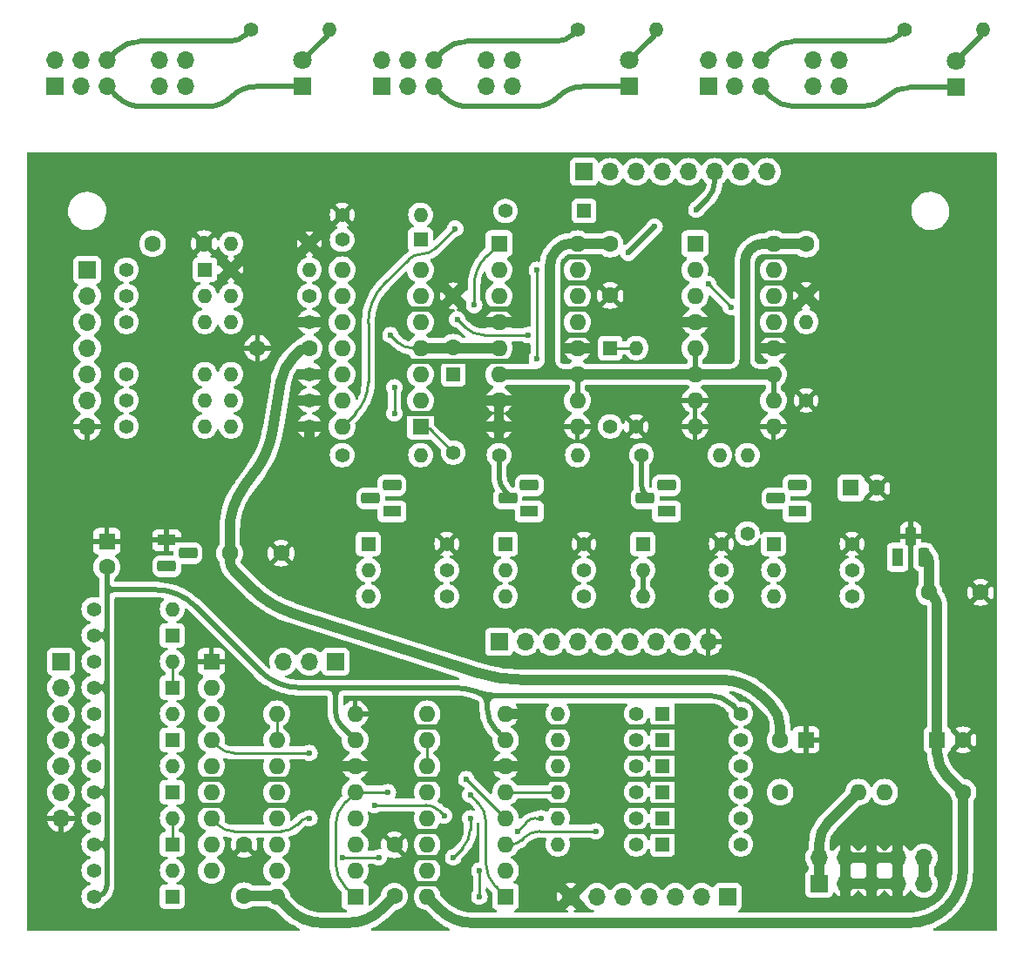
<source format=gbr>
%TF.GenerationSoftware,KiCad,Pcbnew,7.0.10*%
%TF.CreationDate,2024-11-14T14:37:11+00:00*%
%TF.ProjectId,DividerSwitch-R,44697669-6465-4725-9377-697463682d52,rev?*%
%TF.SameCoordinates,Original*%
%TF.FileFunction,Copper,L2,Bot*%
%TF.FilePolarity,Positive*%
%FSLAX46Y46*%
G04 Gerber Fmt 4.6, Leading zero omitted, Abs format (unit mm)*
G04 Created by KiCad (PCBNEW 7.0.10) date 2024-11-14 14:37:11*
%MOMM*%
%LPD*%
G01*
G04 APERTURE LIST*
G04 Aperture macros list*
%AMRoundRect*
0 Rectangle with rounded corners*
0 $1 Rounding radius*
0 $2 $3 $4 $5 $6 $7 $8 $9 X,Y pos of 4 corners*
0 Add a 4 corners polygon primitive as box body*
4,1,4,$2,$3,$4,$5,$6,$7,$8,$9,$2,$3,0*
0 Add four circle primitives for the rounded corners*
1,1,$1+$1,$2,$3*
1,1,$1+$1,$4,$5*
1,1,$1+$1,$6,$7*
1,1,$1+$1,$8,$9*
0 Add four rect primitives between the rounded corners*
20,1,$1+$1,$2,$3,$4,$5,0*
20,1,$1+$1,$4,$5,$6,$7,0*
20,1,$1+$1,$6,$7,$8,$9,0*
20,1,$1+$1,$8,$9,$2,$3,0*%
G04 Aperture macros list end*
%TA.AperFunction,ComponentPad*%
%ADD10R,1.400000X1.400000*%
%TD*%
%TA.AperFunction,ComponentPad*%
%ADD11C,1.400000*%
%TD*%
%TA.AperFunction,ComponentPad*%
%ADD12O,1.400000X1.400000*%
%TD*%
%TA.AperFunction,ComponentPad*%
%ADD13R,1.700000X1.700000*%
%TD*%
%TA.AperFunction,ComponentPad*%
%ADD14O,1.700000X1.700000*%
%TD*%
%TA.AperFunction,ComponentPad*%
%ADD15C,1.600000*%
%TD*%
%TA.AperFunction,ComponentPad*%
%ADD16R,1.600000X1.600000*%
%TD*%
%TA.AperFunction,ComponentPad*%
%ADD17O,1.600000X1.600000*%
%TD*%
%TA.AperFunction,ComponentPad*%
%ADD18R,1.800000X1.100000*%
%TD*%
%TA.AperFunction,ComponentPad*%
%ADD19RoundRect,0.275000X-0.625000X0.275000X-0.625000X-0.275000X0.625000X-0.275000X0.625000X0.275000X0*%
%TD*%
%TA.AperFunction,ComponentPad*%
%ADD20RoundRect,0.275000X0.625000X-0.275000X0.625000X0.275000X-0.625000X0.275000X-0.625000X-0.275000X0*%
%TD*%
%TA.AperFunction,ComponentPad*%
%ADD21R,1.100000X1.800000*%
%TD*%
%TA.AperFunction,ComponentPad*%
%ADD22RoundRect,0.275000X-0.275000X-0.625000X0.275000X-0.625000X0.275000X0.625000X-0.275000X0.625000X0*%
%TD*%
%TA.AperFunction,ComponentPad*%
%ADD23R,1.800000X1.800000*%
%TD*%
%TA.AperFunction,ComponentPad*%
%ADD24C,1.800000*%
%TD*%
%TA.AperFunction,ViaPad*%
%ADD25C,0.600000*%
%TD*%
%TA.AperFunction,Conductor*%
%ADD26C,0.500000*%
%TD*%
%TA.AperFunction,Conductor*%
%ADD27C,1.000000*%
%TD*%
%TA.AperFunction,Conductor*%
%ADD28C,0.250000*%
%TD*%
G04 APERTURE END LIST*
D10*
%TO.P,D20,1,K*%
%TO.N,/O1B*%
X158877000Y-119126000D03*
D11*
%TO.P,D20,2,A*%
%TO.N,-6V*%
X166497000Y-119126000D03*
%TD*%
D10*
%TO.P,D6,1,K*%
%TO.N,/I1A*%
X111252000Y-111506000D03*
D11*
%TO.P,D6,2,A*%
%TO.N,-6V*%
X103632000Y-111506000D03*
%TD*%
%TO.P,R23,1*%
%TO.N,/IN2A*%
X103632000Y-119126000D03*
D12*
%TO.P,R23,2*%
%TO.N,/I2A*%
X111252000Y-119126000D03*
%TD*%
D10*
%TO.P,D4,1,K*%
%TO.N,Net-(D4-K)*%
X135382000Y-73025000D03*
D11*
%TO.P,D4,2,A*%
%TO.N,Net-(D4-A)*%
X127762000Y-73025000D03*
%TD*%
D13*
%TO.P,SW2,1,1*%
%TO.N,/D1*%
X131606000Y-58136000D03*
D14*
%TO.P,SW2,2,2*%
%TO.N,/D2*%
X134146000Y-58136000D03*
%TO.P,SW2,3,3*%
%TO.N,/D3*%
X141766000Y-58136000D03*
%TO.P,SW2,4,4*%
%TO.N,/D4*%
X144306000Y-58136000D03*
%TO.P,SW2,5,5*%
%TO.N,/S2*%
X136686000Y-58136000D03*
%TO.P,SW2,6,6*%
%TO.N,/L1*%
X131606000Y-55596000D03*
%TO.P,SW2,7,7*%
%TO.N,/L2*%
X134146000Y-55596000D03*
%TO.P,SW2,8,8*%
%TO.N,/L3*%
X141766000Y-55596000D03*
%TO.P,SW2,9,9*%
%TO.N,/L4*%
X144306000Y-55596000D03*
%TO.P,SW2,10,10*%
%TO.N,/SL2*%
X136686000Y-55596000D03*
%TD*%
D11*
%TO.P,R1,1*%
%TO.N,GND*%
X116967000Y-75946000D03*
D12*
%TO.P,R1,2*%
%TO.N,Net-(U1A--)*%
X124587000Y-75946000D03*
%TD*%
D15*
%TO.P,C7,1*%
%TO.N,GND*%
X132842000Y-131866000D03*
%TO.P,C7,2*%
%TO.N,+12V*%
X132842000Y-136866000D03*
%TD*%
D11*
%TO.P,R12,1*%
%TO.N,/CLK3*%
X106807000Y-88646000D03*
D12*
%TO.P,R12,2*%
%TO.N,Net-(U1C-+)*%
X114427000Y-88646000D03*
%TD*%
D10*
%TO.P,D23,1,K*%
%TO.N,/O2B*%
X158877000Y-126746000D03*
D11*
%TO.P,D23,2,A*%
%TO.N,-6V*%
X166497000Y-126746000D03*
%TD*%
%TO.P,R10,1*%
%TO.N,/SL2*%
X150622000Y-52578000D03*
D12*
%TO.P,R10,2*%
%TO.N,Net-(D18-AK)*%
X158242000Y-52578000D03*
%TD*%
D13*
%TO.P,J5,1,Pin_1*%
%TO.N,/OUT1A*%
X165227000Y-136906000D03*
D14*
%TO.P,J5,2,Pin_2*%
%TO.N,/OUT1B*%
X162687000Y-136906000D03*
%TO.P,J5,3,Pin_3*%
%TO.N,/OUT2A*%
X160147000Y-136906000D03*
%TO.P,J5,4,Pin_4*%
%TO.N,/OUT2B*%
X157607000Y-136906000D03*
%TO.P,J5,5,Pin_5*%
%TO.N,/OUT3A*%
X155067000Y-136906000D03*
%TO.P,J5,6,Pin_6*%
%TO.N,/OUT3B*%
X152527000Y-136906000D03*
%TO.P,J5,7,Pin_7*%
%TO.N,GND*%
X149987000Y-136906000D03*
%TD*%
D15*
%TO.P,C6,1*%
%TO.N,GND*%
X172847000Y-78446000D03*
%TO.P,C6,2*%
%TO.N,+12V*%
X172847000Y-73446000D03*
%TD*%
D11*
%TO.P,R34,1*%
%TO.N,/O1A*%
X156337000Y-124206000D03*
D12*
%TO.P,R34,2*%
%TO.N,/OUT1A*%
X148717000Y-124206000D03*
%TD*%
D11*
%TO.P,R5,1*%
%TO.N,GND*%
X124587000Y-81026000D03*
D12*
%TO.P,R5,2*%
%TO.N,Net-(U1A-+)*%
X116967000Y-81026000D03*
%TD*%
D11*
%TO.P,R9,1*%
%TO.N,GND*%
X124587000Y-86106000D03*
D12*
%TO.P,R9,2*%
%TO.N,Net-(U1B-+)*%
X116967000Y-86106000D03*
%TD*%
D11*
%TO.P,R31,1*%
%TO.N,/DIV3*%
X164592000Y-105156000D03*
D12*
%TO.P,R31,2*%
%TO.N,Net-(D14-K)*%
X156972000Y-105156000D03*
%TD*%
D11*
%TO.P,R43,1*%
%TO.N,/LD4*%
X177292000Y-107696000D03*
D12*
%TO.P,R43,2*%
%TO.N,Net-(D15-K)*%
X169672000Y-107696000D03*
%TD*%
D16*
%TO.P,U1,1*%
%TO.N,Net-(D3-A)*%
X135382000Y-91186000D03*
D17*
%TO.P,U1,2,-*%
%TO.N,Net-(U1A--)*%
X135382000Y-88646000D03*
%TO.P,U1,3,+*%
%TO.N,Net-(U1A-+)*%
X135382000Y-86106000D03*
%TO.P,U1,4,V+*%
%TO.N,+12V*%
X135382000Y-83566000D03*
%TO.P,U1,5,+*%
%TO.N,Net-(U1B-+)*%
X135382000Y-81026000D03*
%TO.P,U1,6,-*%
%TO.N,Net-(U1A--)*%
X135382000Y-78486000D03*
%TO.P,U1,7*%
%TO.N,Net-(D4-A)*%
X135382000Y-75946000D03*
%TO.P,U1,8*%
%TO.N,Net-(D5-A)*%
X127762000Y-75946000D03*
%TO.P,U1,9,-*%
%TO.N,Net-(U1A--)*%
X127762000Y-78486000D03*
%TO.P,U1,10,+*%
%TO.N,Net-(U1C-+)*%
X127762000Y-81026000D03*
%TO.P,U1,11,V-*%
%TO.N,-12V*%
X127762000Y-83566000D03*
%TO.P,U1,12,+*%
%TO.N,Net-(U1D-+)*%
X127762000Y-86106000D03*
%TO.P,U1,13,-*%
%TO.N,Net-(U1A--)*%
X127762000Y-88646000D03*
%TO.P,U1,14*%
%TO.N,Net-(D9-A)*%
X127762000Y-91186000D03*
%TD*%
D16*
%TO.P,C2,1*%
%TO.N,+12V*%
X185587000Y-121666000D03*
D15*
%TO.P,C2,2*%
%TO.N,GND*%
X188087000Y-121666000D03*
%TD*%
%TO.P,C5,1*%
%TO.N,GND*%
X153797000Y-78446000D03*
%TO.P,C5,2*%
%TO.N,+12V*%
X153797000Y-73446000D03*
%TD*%
D11*
%TO.P,R22,1*%
%TO.N,Net-(Q4-B)*%
X167132000Y-101600000D03*
D12*
%TO.P,R22,2*%
%TO.N,/D4*%
X167132000Y-93980000D03*
%TD*%
D11*
%TO.P,R39,1*%
%TO.N,/O3B*%
X156337000Y-131826000D03*
D12*
%TO.P,R39,2*%
%TO.N,/OUT3B*%
X148717000Y-131826000D03*
%TD*%
D11*
%TO.P,R30,1*%
%TO.N,/DIV2*%
X151257000Y-105156000D03*
D12*
%TO.P,R30,2*%
%TO.N,Net-(D13-K)*%
X143637000Y-105156000D03*
%TD*%
D10*
%TO.P,D14,1,K*%
%TO.N,Net-(D14-K)*%
X156972000Y-102616000D03*
D11*
%TO.P,D14,2,A*%
%TO.N,GND*%
X164592000Y-102616000D03*
%TD*%
D10*
%TO.P,D10,1,K*%
%TO.N,/I2B*%
X111252000Y-126746000D03*
D11*
%TO.P,D10,2,A*%
%TO.N,-6V*%
X103632000Y-126746000D03*
%TD*%
D15*
%TO.P,FB2,1*%
%TO.N,+12V*%
X188087000Y-126746000D03*
D17*
%TO.P,FB2,2*%
%TO.N,Net-(J6-Pin_10)*%
X180467000Y-126746000D03*
%TD*%
D10*
%TO.P,D7,1,K*%
%TO.N,/I1B*%
X111252000Y-116586000D03*
D11*
%TO.P,D7,2,A*%
%TO.N,-6V*%
X103632000Y-116586000D03*
%TD*%
D13*
%TO.P,J1,1,Pin_1*%
%TO.N,/MAN*%
X102997000Y-75946000D03*
D14*
%TO.P,J1,2,Pin_2*%
%TO.N,/M+*%
X102997000Y-78486000D03*
%TO.P,J1,3,Pin_3*%
%TO.N,/CLK1*%
X102997000Y-81026000D03*
%TO.P,J1,4,Pin_4*%
%TO.N,/CLK2*%
X102997000Y-83566000D03*
%TO.P,J1,5,Pin_5*%
%TO.N,/CLK3*%
X102997000Y-86106000D03*
%TO.P,J1,6,Pin_6*%
%TO.N,/CLK4*%
X102997000Y-88646000D03*
%TO.P,J1,7,Pin_7*%
%TO.N,GND*%
X102997000Y-91186000D03*
%TD*%
D13*
%TO.P,SW3,1,1*%
%TO.N,/D1*%
X99847400Y-58140600D03*
D14*
%TO.P,SW3,2,2*%
%TO.N,/D2*%
X102387400Y-58140600D03*
%TO.P,SW3,3,3*%
%TO.N,/D3*%
X110007400Y-58140600D03*
%TO.P,SW3,4,4*%
%TO.N,/D4*%
X112547400Y-58140600D03*
%TO.P,SW3,5,5*%
%TO.N,/S3*%
X104927400Y-58140600D03*
%TO.P,SW3,6,6*%
%TO.N,/L1*%
X99847400Y-55600600D03*
%TO.P,SW3,7,7*%
%TO.N,/L2*%
X102387400Y-55600600D03*
%TO.P,SW3,8,8*%
%TO.N,/L3*%
X110007400Y-55600600D03*
%TO.P,SW3,9,9*%
%TO.N,/L4*%
X112547400Y-55600600D03*
%TO.P,SW3,10,10*%
%TO.N,/SL3*%
X104927400Y-55600600D03*
%TD*%
D10*
%TO.P,D22,1,K*%
%TO.N,/O2A*%
X158877000Y-121666000D03*
D11*
%TO.P,D22,2,A*%
%TO.N,-6V*%
X166497000Y-121666000D03*
%TD*%
D15*
%TO.P,C4,1*%
%TO.N,GND*%
X119547000Y-83566000D03*
%TO.P,C4,2*%
%TO.N,-12V*%
X124547000Y-83566000D03*
%TD*%
D13*
%TO.P,J2,1,Pin_1*%
%TO.N,/D1*%
X151257000Y-66421000D03*
D14*
%TO.P,J2,2,Pin_2*%
%TO.N,/L1*%
X153797000Y-66421000D03*
%TO.P,J2,3,Pin_3*%
%TO.N,/D2*%
X156337000Y-66421000D03*
%TO.P,J2,4,Pin_4*%
%TO.N,/L2*%
X158877000Y-66421000D03*
%TO.P,J2,5,Pin_5*%
%TO.N,/D3*%
X161417000Y-66421000D03*
%TO.P,J2,6,Pin_6*%
%TO.N,/L3*%
X163957000Y-66421000D03*
%TO.P,J2,7,Pin_7*%
%TO.N,/D4*%
X166497000Y-66421000D03*
%TO.P,J2,8,Pin_8*%
%TO.N,/L4*%
X169037000Y-66421000D03*
%TD*%
D16*
%TO.P,C11,1*%
%TO.N,+9V*%
X177205000Y-97155000D03*
D15*
%TO.P,C11,2*%
%TO.N,GND*%
X179705000Y-97155000D03*
%TD*%
D16*
%TO.P,U4,1,B1*%
%TO.N,/OUT1B*%
X143637000Y-136906000D03*
D17*
%TO.P,U4,2,B0*%
%TO.N,/OUT1A*%
X143637000Y-134366000D03*
%TO.P,U4,3,C1*%
%TO.N,/OUT2A*%
X143637000Y-131826000D03*
%TO.P,U4,4,C*%
%TO.N,/I2A*%
X143637000Y-129286000D03*
%TO.P,U4,5,C0*%
%TO.N,/OUT2B*%
X143637000Y-126746000D03*
%TO.P,U4,6,INH*%
%TO.N,GND*%
X143637000Y-124206000D03*
%TO.P,U4,7,VEE*%
%TO.N,-6V*%
X143637000Y-121666000D03*
%TO.P,U4,8,VSS*%
%TO.N,GND*%
X143637000Y-119126000D03*
%TO.P,U4,9,S3*%
%TO.N,/S2*%
X136017000Y-119126000D03*
%TO.P,U4,10,S2*%
%TO.N,/S1*%
X136017000Y-121666000D03*
%TO.P,U4,11,S1*%
X136017000Y-124206000D03*
%TO.P,U4,12,A0*%
%TO.N,/OUT1B*%
X136017000Y-126746000D03*
%TO.P,U4,13,A1*%
%TO.N,/OUT1A*%
X136017000Y-129286000D03*
%TO.P,U4,14,A*%
%TO.N,/I1A*%
X136017000Y-131826000D03*
%TO.P,U4,15,B*%
%TO.N,/I1B*%
X136017000Y-134366000D03*
%TO.P,U4,16,VDD*%
%TO.N,+12V*%
X136017000Y-136906000D03*
%TD*%
D11*
%TO.P,R15,1*%
%TO.N,GND*%
X156337000Y-91186000D03*
D12*
%TO.P,R15,2*%
%TO.N,Net-(D5-K)*%
X156337000Y-83566000D03*
%TD*%
D10*
%TO.P,D3,1,K*%
%TO.N,Net-(D2-K)*%
X138557000Y-86106000D03*
D11*
%TO.P,D3,2,A*%
%TO.N,Net-(D3-A)*%
X138557000Y-93726000D03*
%TD*%
%TO.P,R19,1*%
%TO.N,Net-(Q1-B)*%
X127762000Y-93980000D03*
D12*
%TO.P,R19,2*%
%TO.N,/D1*%
X135382000Y-93980000D03*
%TD*%
D15*
%TO.P,C3,1*%
%TO.N,GND*%
X138557000Y-78486000D03*
%TO.P,C3,2*%
%TO.N,+12V*%
X138557000Y-83486000D03*
%TD*%
D16*
%TO.P,U2,1,Q*%
%TO.N,/D1*%
X143002000Y-73406000D03*
D17*
%TO.P,U2,2,~{Q}*%
%TO.N,/L1*%
X143002000Y-75946000D03*
%TO.P,U2,3,C*%
%TO.N,Net-(D2-K)*%
X143002000Y-78486000D03*
%TO.P,U2,4,R*%
%TO.N,GND*%
X143002000Y-81026000D03*
%TO.P,U2,5,K*%
%TO.N,+12V*%
X143002000Y-83566000D03*
%TO.P,U2,6,J*%
X143002000Y-86106000D03*
%TO.P,U2,7,S*%
%TO.N,GND*%
X143002000Y-88646000D03*
%TO.P,U2,8,VSS*%
X143002000Y-91186000D03*
%TO.P,U2,9,S*%
X150622000Y-91186000D03*
%TO.P,U2,10,J*%
%TO.N,+12V*%
X150622000Y-88646000D03*
%TO.P,U2,11,K*%
X150622000Y-86106000D03*
%TO.P,U2,12,R*%
%TO.N,GND*%
X150622000Y-83566000D03*
%TO.P,U2,13,C*%
%TO.N,Net-(D4-K)*%
X150622000Y-81026000D03*
%TO.P,U2,14,~{Q}*%
%TO.N,/L2*%
X150622000Y-78486000D03*
%TO.P,U2,15,Q*%
%TO.N,/D2*%
X150622000Y-75946000D03*
%TO.P,U2,16,VDD*%
%TO.N,+12V*%
X150622000Y-73406000D03*
%TD*%
D10*
%TO.P,D11,1,K*%
%TO.N,/I3A*%
X111252000Y-131826000D03*
D11*
%TO.P,D11,2,A*%
%TO.N,-6V*%
X103632000Y-131826000D03*
%TD*%
%TO.P,R18,1*%
%TO.N,/CLK4*%
X106807000Y-91186000D03*
D12*
%TO.P,R18,2*%
%TO.N,Net-(U1D-+)*%
X114427000Y-91186000D03*
%TD*%
D13*
%TO.P,J4,1,Pin_1*%
%TO.N,/IN1A*%
X100457000Y-114046000D03*
D14*
%TO.P,J4,2,Pin_2*%
%TO.N,/IN1B*%
X100457000Y-116586000D03*
%TO.P,J4,3,Pin_3*%
%TO.N,/IN2A*%
X100457000Y-119126000D03*
%TO.P,J4,4,Pin_4*%
%TO.N,/IN2B*%
X100457000Y-121666000D03*
%TO.P,J4,5,Pin_5*%
%TO.N,/IN3A*%
X100457000Y-124206000D03*
%TO.P,J4,6,Pin_6*%
%TO.N,/IN3B*%
X100457000Y-126746000D03*
%TO.P,J4,7,Pin_7*%
%TO.N,GND*%
X100457000Y-129286000D03*
%TD*%
D13*
%TO.P,SW1,1,1*%
%TO.N,/D1*%
X163322000Y-58140600D03*
D14*
%TO.P,SW1,2,2*%
%TO.N,/D2*%
X165862000Y-58140600D03*
%TO.P,SW1,3,3*%
%TO.N,/D3*%
X173482000Y-58140600D03*
%TO.P,SW1,4,4*%
%TO.N,/D4*%
X176022000Y-58140600D03*
%TO.P,SW1,5,5*%
%TO.N,/S1*%
X168402000Y-58140600D03*
%TO.P,SW1,6,6*%
%TO.N,/L1*%
X163322000Y-55600600D03*
%TO.P,SW1,7,7*%
%TO.N,/L2*%
X165862000Y-55600600D03*
%TO.P,SW1,8,8*%
%TO.N,/L3*%
X173482000Y-55600600D03*
%TO.P,SW1,9,9*%
%TO.N,/L4*%
X176022000Y-55600600D03*
%TO.P,SW1,10,10*%
%TO.N,/SL1*%
X168402000Y-55600600D03*
%TD*%
D18*
%TO.P,U8,1,GND*%
%TO.N,GND*%
X110725000Y-102235000D03*
D19*
%TO.P,U8,2,VI*%
%TO.N,-12V*%
X112795000Y-103505000D03*
%TO.P,U8,3,VO*%
%TO.N,-6V*%
X110725000Y-104775000D03*
%TD*%
D10*
%TO.P,D5,1,K*%
%TO.N,Net-(D5-K)*%
X153797000Y-83566000D03*
D11*
%TO.P,D5,2,A*%
%TO.N,Net-(D5-A)*%
X153797000Y-91186000D03*
%TD*%
%TO.P,R27,1*%
%TO.N,GND*%
X172847000Y-88646000D03*
D12*
%TO.P,R27,2*%
%TO.N,Net-(D9-K)*%
X172847000Y-81026000D03*
%TD*%
D16*
%TO.P,RN1,1,common*%
%TO.N,GND*%
X115062000Y-114046000D03*
D17*
%TO.P,RN1,2,R1*%
%TO.N,/I1A*%
X115062000Y-116586000D03*
%TO.P,RN1,3,R2*%
%TO.N,/I1B*%
X115062000Y-119126000D03*
%TO.P,RN1,4,R3*%
%TO.N,/I2A*%
X115062000Y-121666000D03*
%TO.P,RN1,5,R4*%
%TO.N,/I2B*%
X115062000Y-124206000D03*
%TO.P,RN1,6,R5*%
%TO.N,/I3A*%
X115062000Y-126746000D03*
%TO.P,RN1,7,R6*%
%TO.N,/I3B*%
X115062000Y-129286000D03*
%TO.P,RN1,8,R7*%
%TO.N,unconnected-(RN1-R7-Pad8)*%
X115062000Y-131826000D03*
%TO.P,RN1,9,R8*%
%TO.N,unconnected-(RN1-R8-Pad9)*%
X115062000Y-134366000D03*
%TD*%
D15*
%TO.P,C9,1*%
%TO.N,GND*%
X114347000Y-73406000D03*
%TO.P,C9,2*%
%TO.N,/MAN*%
X109347000Y-73406000D03*
%TD*%
D11*
%TO.P,R16,1*%
%TO.N,/IN1A*%
X103632000Y-108966000D03*
D12*
%TO.P,R16,2*%
%TO.N,/I1A*%
X111252000Y-108966000D03*
%TD*%
D11*
%TO.P,R2,1*%
%TO.N,Net-(U1A--)*%
X124587000Y-78486000D03*
D12*
%TO.P,R2,2*%
%TO.N,+12V*%
X116967000Y-78486000D03*
%TD*%
D11*
%TO.P,R37,1*%
%TO.N,/O2B*%
X156337000Y-126746000D03*
D12*
%TO.P,R37,2*%
%TO.N,/OUT2B*%
X148717000Y-126746000D03*
%TD*%
D11*
%TO.P,R42,1*%
%TO.N,/LD3*%
X164592000Y-107696000D03*
D12*
%TO.P,R42,2*%
%TO.N,Net-(D14-K)*%
X156972000Y-107696000D03*
%TD*%
D18*
%TO.P,Q2,1,E*%
%TO.N,Net-(D13-K)*%
X145942000Y-99441000D03*
D20*
%TO.P,Q2,2,B*%
%TO.N,Net-(Q2-B)*%
X143872000Y-98171000D03*
%TO.P,Q2,3,C*%
%TO.N,+9V*%
X145942000Y-96901000D03*
%TD*%
D10*
%TO.P,D8,1,K*%
%TO.N,/I2A*%
X111252000Y-121666000D03*
D11*
%TO.P,D8,2,A*%
%TO.N,-6V*%
X103632000Y-121666000D03*
%TD*%
%TO.P,R17,1*%
%TO.N,/IN1B*%
X103632000Y-114046000D03*
D12*
%TO.P,R17,2*%
%TO.N,/I1B*%
X111252000Y-114046000D03*
%TD*%
D11*
%TO.P,R21,1*%
%TO.N,Net-(Q3-B)*%
X156845000Y-93980000D03*
D12*
%TO.P,R21,2*%
%TO.N,/D3*%
X164465000Y-93980000D03*
%TD*%
D11*
%TO.P,R40,1*%
%TO.N,/LD1*%
X137922000Y-105156000D03*
D12*
%TO.P,R40,2*%
%TO.N,Net-(D12-K)*%
X130302000Y-105156000D03*
%TD*%
D10*
%TO.P,D13,1,K*%
%TO.N,Net-(D13-K)*%
X143637000Y-102616000D03*
D11*
%TO.P,D13,2,A*%
%TO.N,GND*%
X151257000Y-102616000D03*
%TD*%
%TO.P,R38,1*%
%TO.N,/O3A*%
X156337000Y-129286000D03*
D12*
%TO.P,R38,2*%
%TO.N,/OUT3A*%
X148717000Y-129286000D03*
%TD*%
D11*
%TO.P,R14,1*%
%TO.N,/SL3*%
X118872000Y-52578000D03*
D12*
%TO.P,R14,2*%
%TO.N,Net-(D21-AK)*%
X126492000Y-52578000D03*
%TD*%
D10*
%TO.P,D15,1,K*%
%TO.N,Net-(D15-K)*%
X169672000Y-102616000D03*
D11*
%TO.P,D15,2,A*%
%TO.N,GND*%
X177292000Y-102616000D03*
%TD*%
%TO.P,R20,1*%
%TO.N,Net-(Q2-B)*%
X143002000Y-93980000D03*
D12*
%TO.P,R20,2*%
%TO.N,/D2*%
X150622000Y-93980000D03*
%TD*%
D11*
%TO.P,R35,1*%
%TO.N,/O1B*%
X156337000Y-119126000D03*
D12*
%TO.P,R35,2*%
%TO.N,/OUT1B*%
X148717000Y-119126000D03*
%TD*%
D16*
%TO.P,C1,1*%
%TO.N,GND*%
X172807000Y-121666000D03*
D15*
%TO.P,C1,2*%
%TO.N,-12V*%
X170307000Y-121666000D03*
%TD*%
D10*
%TO.P,D9,1,K*%
%TO.N,Net-(D9-K)*%
X151257000Y-70231000D03*
D11*
%TO.P,D9,2,A*%
%TO.N,Net-(D9-A)*%
X143637000Y-70231000D03*
%TD*%
%TO.P,R8,1*%
%TO.N,/CLK2*%
X106807000Y-86106000D03*
D12*
%TO.P,R8,2*%
%TO.N,Net-(U1B-+)*%
X114427000Y-86106000D03*
%TD*%
D10*
%TO.P,D24,1,K*%
%TO.N,/O3A*%
X158877000Y-129286000D03*
D11*
%TO.P,D24,2,A*%
%TO.N,-6V*%
X166497000Y-129286000D03*
%TD*%
D18*
%TO.P,Q3,1,E*%
%TO.N,Net-(D14-K)*%
X159277000Y-99441000D03*
D20*
%TO.P,Q3,2,B*%
%TO.N,Net-(Q3-B)*%
X157207000Y-98171000D03*
%TO.P,Q3,3,C*%
%TO.N,+9V*%
X159277000Y-96901000D03*
%TD*%
D11*
%TO.P,R33,1*%
%TO.N,/IN3B*%
X103632000Y-134366000D03*
D12*
%TO.P,R33,2*%
%TO.N,/I3B*%
X111252000Y-134366000D03*
%TD*%
D16*
%TO.P,C13,1*%
%TO.N,GND*%
X104902000Y-102362000D03*
D15*
%TO.P,C13,2*%
%TO.N,-6V*%
X104902000Y-104862000D03*
%TD*%
D11*
%TO.P,R41,1*%
%TO.N,/LD2*%
X151257000Y-107696000D03*
D12*
%TO.P,R41,2*%
%TO.N,Net-(D13-K)*%
X143637000Y-107696000D03*
%TD*%
D11*
%TO.P,R7,1*%
%TO.N,GND*%
X124587000Y-73406000D03*
D12*
%TO.P,R7,2*%
%TO.N,Net-(D2-K)*%
X116967000Y-73406000D03*
%TD*%
D15*
%TO.P,C8,1*%
%TO.N,GND*%
X118237000Y-131826000D03*
%TO.P,C8,2*%
%TO.N,+12V*%
X118237000Y-136826000D03*
%TD*%
D11*
%TO.P,R3,1*%
%TO.N,/M+*%
X106807000Y-78486000D03*
D12*
%TO.P,R3,2*%
%TO.N,+12V*%
X114427000Y-78486000D03*
%TD*%
D11*
%TO.P,R13,1*%
%TO.N,GND*%
X124587000Y-88646000D03*
D12*
%TO.P,R13,2*%
%TO.N,Net-(U1C-+)*%
X116967000Y-88646000D03*
%TD*%
D13*
%TO.P,J3,1,Pin_1*%
%TO.N,/DIV1*%
X143002000Y-112141000D03*
D14*
%TO.P,J3,2,Pin_2*%
%TO.N,/LD1*%
X145542000Y-112141000D03*
%TO.P,J3,3,Pin_3*%
%TO.N,/DIV2*%
X148082000Y-112141000D03*
%TO.P,J3,4,Pin_4*%
%TO.N,/LD2*%
X150622000Y-112141000D03*
%TO.P,J3,5,Pin_5*%
%TO.N,/DIV3*%
X153162000Y-112141000D03*
%TO.P,J3,6,Pin_6*%
%TO.N,/LD3*%
X155702000Y-112141000D03*
%TO.P,J3,7,Pin_7*%
%TO.N,/DIV4*%
X158242000Y-112141000D03*
%TO.P,J3,8,Pin_8*%
%TO.N,/LD4*%
X160782000Y-112141000D03*
%TO.P,J3,9,Pin_9*%
%TO.N,GND*%
X163322000Y-112141000D03*
%TD*%
D11*
%TO.P,R24,1*%
%TO.N,GND*%
X124587000Y-91186000D03*
D12*
%TO.P,R24,2*%
%TO.N,Net-(U1D-+)*%
X116967000Y-91186000D03*
%TD*%
D10*
%TO.P,D25,1,K*%
%TO.N,/O3B*%
X158877000Y-131826000D03*
D11*
%TO.P,D25,2,A*%
%TO.N,-6V*%
X166497000Y-131826000D03*
%TD*%
D16*
%TO.P,U5,1,B1*%
%TO.N,/OUT3A*%
X129032000Y-136906000D03*
D17*
%TO.P,U5,2,B0*%
%TO.N,/OUT3B*%
X129032000Y-134366000D03*
%TO.P,U5,3,C1*%
X129032000Y-131826000D03*
%TO.P,U5,4,C*%
%TO.N,/I3B*%
X129032000Y-129286000D03*
%TO.P,U5,5,C0*%
%TO.N,/OUT3A*%
X129032000Y-126746000D03*
%TO.P,U5,6,INH*%
%TO.N,GND*%
X129032000Y-124206000D03*
%TO.P,U5,7,VEE*%
%TO.N,-6V*%
X129032000Y-121666000D03*
%TO.P,U5,8,VSS*%
%TO.N,GND*%
X129032000Y-119126000D03*
%TO.P,U5,9,S3*%
%TO.N,/S3*%
X121412000Y-119126000D03*
%TO.P,U5,10,S2*%
X121412000Y-121666000D03*
%TO.P,U5,11,S1*%
%TO.N,/S2*%
X121412000Y-124206000D03*
%TO.P,U5,12,A0*%
%TO.N,/OUT2A*%
X121412000Y-126746000D03*
%TO.P,U5,13,A1*%
%TO.N,/OUT2B*%
X121412000Y-129286000D03*
%TO.P,U5,14,A*%
%TO.N,/I2B*%
X121412000Y-131826000D03*
%TO.P,U5,15,B*%
%TO.N,/I3A*%
X121412000Y-134366000D03*
%TO.P,U5,16,VDD*%
%TO.N,+12V*%
X121412000Y-136906000D03*
%TD*%
D11*
%TO.P,R28,1*%
%TO.N,/IN3A*%
X103632000Y-129286000D03*
D12*
%TO.P,R28,2*%
%TO.N,/I3A*%
X111252000Y-129286000D03*
%TD*%
D11*
%TO.P,R6,1*%
%TO.N,/SL1*%
X182372000Y-52578000D03*
D12*
%TO.P,R6,2*%
%TO.N,Net-(D17-AK)*%
X189992000Y-52578000D03*
%TD*%
D15*
%TO.P,C12,1*%
%TO.N,-12V*%
X116840000Y-103505000D03*
%TO.P,C12,2*%
%TO.N,GND*%
X121840000Y-103505000D03*
%TD*%
D11*
%TO.P,R29,1*%
%TO.N,/DIV1*%
X137922000Y-107696000D03*
D12*
%TO.P,R29,2*%
%TO.N,Net-(D12-K)*%
X130302000Y-107696000D03*
%TD*%
D15*
%TO.P,C10,1*%
%TO.N,+12V*%
X184785000Y-107315000D03*
%TO.P,C10,2*%
%TO.N,GND*%
X189785000Y-107315000D03*
%TD*%
D11*
%TO.P,R4,1*%
%TO.N,/CLK1*%
X106807000Y-81026000D03*
D12*
%TO.P,R4,2*%
%TO.N,Net-(U1A-+)*%
X114427000Y-81026000D03*
%TD*%
D11*
%TO.P,R36,1*%
%TO.N,/O2A*%
X156337000Y-121666000D03*
D12*
%TO.P,R36,2*%
%TO.N,/OUT2A*%
X148717000Y-121666000D03*
%TD*%
D10*
%TO.P,D12,1,K*%
%TO.N,Net-(D12-K)*%
X130302000Y-102616000D03*
D11*
%TO.P,D12,2,A*%
%TO.N,GND*%
X137922000Y-102616000D03*
%TD*%
D21*
%TO.P,U7,1,VO*%
%TO.N,+9V*%
X181737000Y-103905000D03*
D22*
%TO.P,U7,2,GND*%
%TO.N,GND*%
X183007000Y-101835000D03*
%TO.P,U7,3,VI*%
%TO.N,+12V*%
X184277000Y-103905000D03*
%TD*%
D13*
%TO.P,J6,1,Pin_1*%
%TO.N,Net-(J6-Pin_1)*%
X174117000Y-135636000D03*
D14*
%TO.P,J6,2,Pin_2*%
X174117000Y-133096000D03*
%TO.P,J6,3,Pin_3*%
%TO.N,GND*%
X176657000Y-135636000D03*
%TO.P,J6,4,Pin_4*%
X176657000Y-133096000D03*
%TO.P,J6,5,Pin_5*%
X179197000Y-135636000D03*
%TO.P,J6,6,Pin_6*%
X179197000Y-133096000D03*
%TO.P,J6,7,Pin_7*%
X181737000Y-135636000D03*
%TO.P,J6,8,Pin_8*%
X181737000Y-133096000D03*
%TO.P,J6,9,Pin_9*%
%TO.N,Net-(J6-Pin_10)*%
X184277000Y-135636000D03*
%TO.P,J6,10,Pin_10*%
X184277000Y-133096000D03*
%TD*%
D10*
%TO.P,D16,1,K*%
%TO.N,/I3B*%
X111252000Y-136906000D03*
D11*
%TO.P,D16,2,A*%
%TO.N,-6V*%
X103632000Y-136906000D03*
%TD*%
D13*
%TO.P,J16,1,Pin_1*%
%TO.N,/S1*%
X127127000Y-114046000D03*
D14*
%TO.P,J16,2,Pin_2*%
%TO.N,/S2*%
X124587000Y-114046000D03*
%TO.P,J16,3,Pin_3*%
%TO.N,/S3*%
X122047000Y-114046000D03*
%TD*%
D11*
%TO.P,R11,1*%
%TO.N,GND*%
X127762000Y-70612000D03*
D12*
%TO.P,R11,2*%
%TO.N,Net-(D4-K)*%
X135382000Y-70612000D03*
%TD*%
D18*
%TO.P,Q4,1,E*%
%TO.N,Net-(D15-K)*%
X171977000Y-99441000D03*
D20*
%TO.P,Q4,2,B*%
%TO.N,Net-(Q4-B)*%
X169907000Y-98171000D03*
%TO.P,Q4,3,C*%
%TO.N,+9V*%
X171977000Y-96901000D03*
%TD*%
D10*
%TO.P,D19,1,K*%
%TO.N,/O1A*%
X158877000Y-124206000D03*
D11*
%TO.P,D19,2,A*%
%TO.N,-6V*%
X166497000Y-124206000D03*
%TD*%
D18*
%TO.P,Q1,1,E*%
%TO.N,Net-(D12-K)*%
X132607000Y-99441000D03*
D20*
%TO.P,Q1,2,B*%
%TO.N,Net-(Q1-B)*%
X130537000Y-98171000D03*
%TO.P,Q1,3,C*%
%TO.N,+9V*%
X132607000Y-96901000D03*
%TD*%
D10*
%TO.P,D2,1,K*%
%TO.N,Net-(D2-K)*%
X114427000Y-75946000D03*
D11*
%TO.P,D2,2,A*%
%TO.N,/MAN*%
X106807000Y-75946000D03*
%TD*%
D15*
%TO.P,FB1,1*%
%TO.N,-12V*%
X170307000Y-126746000D03*
D17*
%TO.P,FB1,2*%
%TO.N,Net-(J6-Pin_1)*%
X177927000Y-126746000D03*
%TD*%
D11*
%TO.P,R32,1*%
%TO.N,/DIV4*%
X177292000Y-105156000D03*
D12*
%TO.P,R32,2*%
%TO.N,Net-(D15-K)*%
X169672000Y-105156000D03*
%TD*%
D16*
%TO.P,U3,1,Q*%
%TO.N,/D3*%
X162052000Y-73406000D03*
D17*
%TO.P,U3,2,~{Q}*%
%TO.N,/L3*%
X162052000Y-75946000D03*
%TO.P,U3,3,C*%
%TO.N,Net-(D5-K)*%
X162052000Y-78486000D03*
%TO.P,U3,4,R*%
%TO.N,GND*%
X162052000Y-81026000D03*
%TO.P,U3,5,K*%
%TO.N,+12V*%
X162052000Y-83566000D03*
%TO.P,U3,6,J*%
X162052000Y-86106000D03*
%TO.P,U3,7,S*%
%TO.N,GND*%
X162052000Y-88646000D03*
%TO.P,U3,8,VSS*%
X162052000Y-91186000D03*
%TO.P,U3,9,S*%
X169672000Y-91186000D03*
%TO.P,U3,10,J*%
%TO.N,+12V*%
X169672000Y-88646000D03*
%TO.P,U3,11,K*%
X169672000Y-86106000D03*
%TO.P,U3,12,R*%
%TO.N,GND*%
X169672000Y-83566000D03*
%TO.P,U3,13,C*%
%TO.N,Net-(D9-K)*%
X169672000Y-81026000D03*
%TO.P,U3,14,~{Q}*%
%TO.N,/L4*%
X169672000Y-78486000D03*
%TO.P,U3,15,Q*%
%TO.N,/D4*%
X169672000Y-75946000D03*
%TO.P,U3,16,VDD*%
%TO.N,+12V*%
X169672000Y-73406000D03*
%TD*%
D11*
%TO.P,R26,1*%
%TO.N,/IN2B*%
X103632000Y-124206000D03*
D12*
%TO.P,R26,2*%
%TO.N,/I2B*%
X111252000Y-124206000D03*
%TD*%
D23*
%TO.P,D21,1,KA*%
%TO.N,/S3*%
X123918000Y-58136000D03*
D24*
%TO.P,D21,2,AK*%
%TO.N,Net-(D21-AK)*%
X123918000Y-55596000D03*
%TD*%
D23*
%TO.P,D18,1,KA*%
%TO.N,/S2*%
X155668000Y-58136000D03*
D24*
%TO.P,D18,2,AK*%
%TO.N,Net-(D18-AK)*%
X155668000Y-55596000D03*
%TD*%
D23*
%TO.P,D17,1,KA*%
%TO.N,/S1*%
X187384000Y-58212000D03*
D24*
%TO.P,D17,2,AK*%
%TO.N,Net-(D17-AK)*%
X187384000Y-55672000D03*
%TD*%
D25*
%TO.N,+12V*%
X132461000Y-82296000D03*
%TO.N,Net-(D5-A)*%
X138938000Y-80772000D03*
X145796000Y-82296000D03*
%TO.N,/I2A*%
X139827000Y-125476000D03*
X124587000Y-122936000D03*
%TO.N,Net-(D9-K)*%
X165544500Y-79565500D03*
X163322000Y-77343000D03*
%TO.N,Net-(D9-A)*%
X138747500Y-71945500D03*
%TO.N,/I3B*%
X124587000Y-129286000D03*
%TO.N,/D1*%
X140589000Y-79375000D03*
%TO.N,/D2*%
X146685000Y-75946000D03*
X146685000Y-84582000D03*
%TO.N,/L2*%
X155575000Y-74295000D03*
X158115000Y-71755000D03*
%TO.N,/L3*%
X162179000Y-70104000D03*
%TO.N,/OUT1A*%
X141097000Y-134366000D03*
X141097000Y-136906000D03*
%TO.N,/OUT1B*%
X140208000Y-127000000D03*
%TO.N,/OUT2A*%
X152400000Y-130556000D03*
X130937000Y-128016000D03*
X137668000Y-129032000D03*
%TO.N,/OUT2B*%
X131318000Y-133096000D03*
X127762000Y-133096000D03*
X138557000Y-133096000D03*
X140208000Y-129286000D03*
%TO.N,/OUT3A*%
X132207000Y-126746000D03*
X144780000Y-130556000D03*
X147066000Y-129286000D03*
%TO.N,Net-(U1A-+)*%
X132842000Y-89916000D03*
X132842000Y-87376000D03*
%TD*%
D26*
%TO.N,GND*%
X134620000Y-125476000D02*
X137160000Y-125476000D01*
X141859000Y-84836000D02*
X144399000Y-84836000D01*
X168529000Y-74676000D02*
X171069000Y-74676000D01*
X155194000Y-130556000D02*
X160274000Y-130556000D01*
X155194000Y-122936000D02*
X160274000Y-122936000D01*
X134747000Y-133096000D02*
X137287000Y-133096000D01*
X147574000Y-122936000D02*
X150114000Y-122936000D01*
X155194000Y-120396000D02*
X160274000Y-120396000D01*
X147574000Y-120396000D02*
X150114000Y-120396000D01*
X149733000Y-74676000D02*
X152273000Y-74676000D01*
X120142000Y-125476000D02*
X122682000Y-125476000D01*
X149352000Y-77216000D02*
X151892000Y-77216000D01*
X120142000Y-128016000D02*
X122682000Y-128016000D01*
X134747000Y-130556000D02*
X137287000Y-130556000D01*
X137287000Y-84836000D02*
X139827000Y-84836000D01*
X113792000Y-128016000D02*
X116332000Y-128016000D01*
X168275000Y-79756000D02*
X170815000Y-79756000D01*
X155194000Y-128016000D02*
X160274000Y-128016000D01*
X113792000Y-125476000D02*
X116332000Y-125476000D01*
X149352000Y-82296000D02*
X151892000Y-82296000D01*
X133985000Y-84836000D02*
X136525000Y-84836000D01*
X134747000Y-120396000D02*
X137287000Y-120396000D01*
X147574000Y-128016000D02*
X150114000Y-128016000D01*
X134239000Y-79756000D02*
X136779000Y-79756000D01*
X134239000Y-89916000D02*
X136779000Y-89916000D01*
X142113000Y-79756000D02*
X144653000Y-79756000D01*
X168275000Y-77216000D02*
X170815000Y-77216000D01*
X134747000Y-135636000D02*
X137287000Y-135636000D01*
X155194000Y-125476000D02*
X160274000Y-125476000D01*
X168275000Y-82296000D02*
X170815000Y-82296000D01*
X149352000Y-79756000D02*
X151892000Y-79756000D01*
X147574000Y-125476000D02*
X150114000Y-125476000D01*
D27*
%TO.N,-12V*%
X121823289Y-86799332D02*
X121033908Y-91486459D01*
X116840000Y-101239000D02*
X116840000Y-102870000D01*
X122999499Y-84518499D02*
X123741635Y-83776364D01*
X145330807Y-115824000D02*
X164619855Y-115824000D01*
X140786485Y-115106475D02*
X122848232Y-109296927D01*
X118178095Y-97144269D02*
X119284952Y-95631565D01*
X117289012Y-105224012D02*
X119016128Y-106951128D01*
X124249500Y-83566000D02*
X124547000Y-83566000D01*
X170307000Y-120396000D02*
X170307000Y-121666000D01*
X116840000Y-102870000D02*
X116840000Y-104140000D01*
X169392193Y-118245075D02*
X168504586Y-117390343D01*
X170306989Y-120396000D02*
G75*
G03*
X169392192Y-118245076I-2986089J0D01*
G01*
X168504610Y-117390318D02*
G75*
G03*
X164619855Y-115824000I-3884710J-4034182D01*
G01*
X118178100Y-97144273D02*
G75*
G03*
X116840000Y-101239000I5596100J-4094727D01*
G01*
X122999508Y-84518508D02*
G75*
G03*
X121823290Y-86799332I2980992J-2980992D01*
G01*
X116839993Y-104140000D02*
G75*
G03*
X117289012Y-105224012I1533007J0D01*
G01*
X119284947Y-95631561D02*
G75*
G03*
X121033907Y-91486459I-7881647J5767061D01*
G01*
X119016136Y-106951120D02*
G75*
G03*
X122848232Y-109296926I6791264J6791220D01*
G01*
X140786484Y-115106477D02*
G75*
G03*
X145330807Y-115824000I4544316J14031577D01*
G01*
X124249500Y-83565991D02*
G75*
G03*
X123741635Y-83776364I0J-718209D01*
G01*
D28*
%TO.N,+12V*%
X132461000Y-82296000D02*
X133147283Y-82982283D01*
D26*
X162052000Y-86106000D02*
X162052000Y-83566000D01*
D27*
X169672000Y-86106000D02*
X168275000Y-86106000D01*
X149923500Y-73406000D02*
X150593715Y-73406000D01*
X135997000Y-136886000D02*
X135977000Y-136866000D01*
X149288500Y-86106000D02*
X146621500Y-86106000D01*
X147955000Y-84772500D02*
X147955000Y-75574025D01*
X186499167Y-125158167D02*
X188087000Y-126746000D01*
X140353051Y-139446000D02*
X182883738Y-139446000D01*
X184785000Y-106747900D02*
X184785000Y-104372210D01*
X149288500Y-86106000D02*
X150622000Y-86106000D01*
X162052000Y-86106000D02*
X150622000Y-86106000D01*
X169672000Y-73406000D02*
X168720821Y-73406000D01*
X168275000Y-86106000D02*
X165481000Y-86106000D01*
X135997000Y-136886000D02*
X136037000Y-136926000D01*
X188087000Y-134242738D02*
X188087000Y-126746000D01*
X148731085Y-73899914D02*
X148590000Y-74041000D01*
X137287000Y-138176000D02*
X136037000Y-136926000D01*
D28*
X135382000Y-83566000D02*
X134556500Y-83566000D01*
D27*
X169672000Y-73406000D02*
X172778715Y-73406000D01*
X146621500Y-86106000D02*
X143002000Y-86106000D01*
X172827000Y-73426000D02*
X172847000Y-73446000D01*
X166878000Y-84709000D02*
X166878000Y-75248821D01*
X128437664Y-139446000D02*
X125804619Y-139446000D01*
D26*
X169672000Y-86106000D02*
X169672000Y-88646000D01*
D27*
X162052000Y-86106000D02*
X165481000Y-86106000D01*
X122642000Y-138136000D02*
X121332000Y-136826000D01*
X185587000Y-108684099D02*
X185587000Y-121666000D01*
X131552000Y-138156000D02*
X132842000Y-136866000D01*
X121332000Y-136826000D02*
X118237000Y-136826000D01*
X185587000Y-121666000D02*
X185587000Y-122956000D01*
X184531000Y-103759000D02*
X184277000Y-103505000D01*
X150690284Y-73446000D02*
X153797000Y-73446000D01*
D26*
X150622000Y-86106000D02*
X150622000Y-88646000D01*
D27*
X135382000Y-83566000D02*
X143002000Y-83566000D01*
X149923500Y-73405992D02*
G75*
G03*
X148731086Y-73899915I0J-1686308D01*
G01*
X167417744Y-73945744D02*
G75*
G03*
X166878000Y-75248821I1303056J-1303056D01*
G01*
X150642005Y-73425995D02*
G75*
G03*
X150690284Y-73446000I48295J48295D01*
G01*
X184784995Y-104372210D02*
G75*
G03*
X184530999Y-103759001I-867195J10D01*
G01*
X168720821Y-73406010D02*
G75*
G03*
X167417751Y-73945751I-21J-1842790D01*
G01*
X150641995Y-73426005D02*
G75*
G03*
X150593715Y-73406000I-48295J-48295D01*
G01*
X128437664Y-139445985D02*
G75*
G03*
X131552000Y-138156000I36J4404285D01*
G01*
X185587000Y-108684099D02*
G75*
G03*
X185186000Y-107716000I-1369100J-1D01*
G01*
D28*
X133147290Y-82982276D02*
G75*
G03*
X134556500Y-83566000I1409210J1409176D01*
G01*
D27*
X166878000Y-84709000D02*
G75*
G03*
X168275000Y-86106000I1397000J0D01*
G01*
X165481000Y-86106000D02*
G75*
G03*
X166878000Y-84709000I0J1397000D01*
G01*
X148589992Y-74040992D02*
G75*
G03*
X147955000Y-75574025I1533008J-1533008D01*
G01*
X186562989Y-137921989D02*
G75*
G03*
X188087000Y-134242738I-3679289J3679289D01*
G01*
X146621500Y-86106000D02*
G75*
G03*
X147955000Y-84772500I0J1333500D01*
G01*
X172826995Y-73426005D02*
G75*
G03*
X172778715Y-73406000I-48295J-48295D01*
G01*
X184785000Y-106747900D02*
G75*
G03*
X185186000Y-107716000I1369100J0D01*
G01*
X185586990Y-122956000D02*
G75*
G03*
X186499167Y-125158167I3114310J0D01*
G01*
X122641994Y-138136006D02*
G75*
G03*
X125804619Y-139446000I3162606J3162606D01*
G01*
X147955000Y-84772500D02*
G75*
G03*
X149288500Y-86106000I1333500J0D01*
G01*
X182883738Y-139446015D02*
G75*
G03*
X186562999Y-137921999I-38J5203315D01*
G01*
X137287014Y-138175986D02*
G75*
G03*
X140353051Y-139446000I3066086J3066086D01*
G01*
D26*
%TO.N,-6V*%
X127710716Y-120344716D02*
X129032000Y-121666000D01*
X165608000Y-118237000D02*
X166497000Y-119126000D01*
X141859000Y-118173500D02*
X141859000Y-118630764D01*
X104902000Y-115951000D02*
X104902000Y-112141000D01*
X104491506Y-136681493D02*
X104584500Y-136588500D01*
X127127000Y-118872000D02*
X127127000Y-118935500D01*
X104267000Y-121666000D02*
X103632000Y-121666000D01*
X104902000Y-131191000D02*
X104902000Y-132461000D01*
X104902000Y-131191000D02*
X104902000Y-127381000D01*
X104267000Y-116586000D02*
X103632000Y-116586000D01*
X104902000Y-110871000D02*
X104902000Y-107696000D01*
X104902000Y-106426000D02*
X104902000Y-104862000D01*
X104902000Y-110871000D02*
X104902000Y-112141000D01*
X138555237Y-116586000D02*
X127889000Y-116586000D01*
X144335500Y-117348000D02*
X142684500Y-117348000D01*
X104902000Y-115951000D02*
X104902000Y-117221000D01*
X104267000Y-131826000D02*
X103632000Y-131826000D01*
X106807000Y-107061000D02*
X105537000Y-107061000D01*
X126365000Y-116586000D02*
X123665963Y-116586000D01*
X104902000Y-126111000D02*
X104902000Y-122301000D01*
X104902000Y-121031000D02*
X104902000Y-122301000D01*
X103949500Y-136906000D02*
X103632000Y-136906000D01*
X140779500Y-116966999D02*
X141080561Y-117073256D01*
X113480792Y-108654792D02*
X119818207Y-114992207D01*
X127127000Y-117348000D02*
X127127000Y-118872000D01*
X126365000Y-116586000D02*
X127889000Y-116586000D01*
X144335500Y-117348000D02*
X163461764Y-117348000D01*
X104267000Y-111506000D02*
X103632000Y-111506000D01*
X104267000Y-126746000D02*
X103632000Y-126746000D01*
X104902000Y-126111000D02*
X104902000Y-127381000D01*
X104902000Y-132461000D02*
X104902000Y-135821987D01*
X104902000Y-121031000D02*
X104902000Y-117221000D01*
X142748000Y-120777000D02*
X143637000Y-121666000D01*
X104902000Y-107696000D02*
X104902000Y-106426000D01*
X109633036Y-107061000D02*
X106807000Y-107061000D01*
X165608011Y-118236989D02*
G75*
G03*
X163461764Y-117348000I-2146211J-2146211D01*
G01*
X104902000Y-106426000D02*
G75*
G03*
X105537000Y-107061000I635000J0D01*
G01*
X104902000Y-127381000D02*
G75*
G03*
X104267000Y-126746000I-635000J0D01*
G01*
X104267000Y-121666000D02*
G75*
G03*
X104902000Y-121031000I0J635000D01*
G01*
X127889000Y-116586000D02*
G75*
G03*
X127127000Y-117348000I0J-762000D01*
G01*
X104902000Y-122301000D02*
G75*
G03*
X104267000Y-121666000I-635000J0D01*
G01*
X104584504Y-136588504D02*
G75*
G03*
X104902000Y-135821987I-766504J766504D01*
G01*
X104902000Y-112141000D02*
G75*
G03*
X104267000Y-111506000I-635000J0D01*
G01*
X119818215Y-114992199D02*
G75*
G03*
X123665963Y-116586000I3847785J3847799D01*
G01*
X104902000Y-132461000D02*
G75*
G03*
X104267000Y-131826000I-635000J0D01*
G01*
X127126991Y-118935500D02*
G75*
G03*
X127710717Y-120344715I1992909J0D01*
G01*
X104267000Y-126746000D02*
G75*
G03*
X104902000Y-126111000I0J635000D01*
G01*
X105537000Y-107061000D02*
G75*
G03*
X104902000Y-107696000I0J-635000D01*
G01*
X104267000Y-111506000D02*
G75*
G03*
X104902000Y-110871000I0J635000D01*
G01*
X103949500Y-136906003D02*
G75*
G03*
X104491506Y-136681493I0J766503D01*
G01*
X104267000Y-131826000D02*
G75*
G03*
X104902000Y-131191000I0J635000D01*
G01*
X142684500Y-117348000D02*
G75*
G03*
X141859000Y-118173500I0J-825500D01*
G01*
X141858973Y-118173500D02*
G75*
G03*
X141080561Y-117073257I-1166773J0D01*
G01*
X104267000Y-116586000D02*
G75*
G03*
X104902000Y-115951000I0J635000D01*
G01*
X113480784Y-108654800D02*
G75*
G03*
X109633036Y-107061000I-3847784J-3847800D01*
G01*
X141080561Y-117073255D02*
G75*
G03*
X142684500Y-117348000I1603939J4544455D01*
G01*
X127127000Y-117348000D02*
G75*
G03*
X126365000Y-116586000I-762000J0D01*
G01*
X141859015Y-118630764D02*
G75*
G03*
X142748000Y-120777000I3035185J-36D01*
G01*
X140779496Y-116967010D02*
G75*
G03*
X138555237Y-116586000I-2224296J-6302090D01*
G01*
X104902000Y-117221000D02*
G75*
G03*
X104267000Y-116586000I-635000J0D01*
G01*
D28*
%TO.N,Net-(D3-A)*%
X135699500Y-91186000D02*
X135382000Y-91186000D01*
X136241506Y-91410506D02*
X138557000Y-93726000D01*
X136241503Y-91410509D02*
G75*
G03*
X135699500Y-91186000I-542003J-541991D01*
G01*
%TO.N,Net-(D5-K)*%
X153797000Y-83566000D02*
X156337000Y-83566000D01*
%TO.N,Net-(D5-A)*%
X145796000Y-82296000D02*
X141539630Y-82296000D01*
X138938000Y-80772000D02*
X139700000Y-81534000D01*
X139699991Y-81534009D02*
G75*
G03*
X141539630Y-82296000I1839609J1839609D01*
G01*
%TO.N,/I1B*%
X111252000Y-114046000D02*
X111252000Y-116586000D01*
%TO.N,/I2A*%
X117230025Y-122936000D02*
X124587000Y-122936000D01*
X115697000Y-122301000D02*
X115062000Y-121666000D01*
X139827000Y-125476000D02*
X143637000Y-129286000D01*
X115696992Y-122301008D02*
G75*
G03*
X117230025Y-122936000I1533008J1533008D01*
G01*
%TO.N,Net-(D9-K)*%
X163322000Y-77343000D02*
X165544500Y-79565500D01*
%TO.N,Net-(D9-A)*%
X134208184Y-74960815D02*
X131895792Y-77273207D01*
X130302000Y-86849948D02*
X130302000Y-81120963D01*
X129032000Y-89916000D02*
X127762000Y-91186000D01*
X138747500Y-71945500D02*
X136809815Y-73883184D01*
X131895821Y-77273236D02*
G75*
G03*
X130302000Y-81120963I3847679J-3847764D01*
G01*
X135509000Y-74421991D02*
G75*
G03*
X134208185Y-74960816I0J-1839609D01*
G01*
X129031986Y-89915986D02*
G75*
G03*
X130302000Y-86849948I-3066086J3066086D01*
G01*
X135509000Y-74422008D02*
G75*
G03*
X136809815Y-73883184I0J1839608D01*
G01*
D26*
%TO.N,Net-(D14-K)*%
X156972000Y-107696000D02*
X156972000Y-105156000D01*
D28*
%TO.N,/I3B*%
X124587000Y-129286000D02*
X124301250Y-129286000D01*
X121847474Y-130556000D02*
X117230025Y-130556000D01*
X123380499Y-129920999D02*
X123813444Y-129488055D01*
X115697000Y-129921000D02*
X115062000Y-129286000D01*
X124301250Y-129286046D02*
G75*
G03*
X123813444Y-129488055I-50J-689854D01*
G01*
X115696992Y-129921008D02*
G75*
G03*
X117230025Y-130556000I1533008J1533008D01*
G01*
X121847474Y-130555987D02*
G75*
G03*
X123380498Y-129920998I26J2167987D01*
G01*
D27*
%TO.N,Net-(J6-Pin_1)*%
X174117000Y-133096000D02*
X174117000Y-131826000D01*
X175015025Y-129657974D02*
X177927000Y-126746000D01*
X174117000Y-133096000D02*
X174117000Y-135636000D01*
X175015036Y-129657985D02*
G75*
G03*
X174117000Y-131826000I2167964J-2168015D01*
G01*
%TO.N,Net-(J6-Pin_10)*%
X184277000Y-135636000D02*
X184277000Y-133096000D01*
D28*
%TO.N,/D1*%
X140589000Y-77525248D02*
X140589000Y-79375000D01*
X141795500Y-74612500D02*
X143002000Y-73406000D01*
X141795486Y-74612486D02*
G75*
G03*
X140589000Y-77525248I2912714J-2912714D01*
G01*
%TO.N,/D2*%
X146685000Y-75946000D02*
X146685000Y-84582000D01*
D26*
%TO.N,/L2*%
X158115000Y-71755000D02*
X155575000Y-74295000D01*
%TO.N,/L3*%
X163283480Y-68999519D02*
X162179000Y-70104000D01*
X163957000Y-67373500D02*
X163957000Y-66421000D01*
X163283473Y-68999512D02*
G75*
G03*
X163957000Y-67373500I-1625973J1626012D01*
G01*
D28*
%TO.N,/OUT1A*%
X141097000Y-134366000D02*
X141097000Y-136906000D01*
%TO.N,/OUT1B*%
X140208000Y-127000000D02*
X140965000Y-127757000D01*
X141722000Y-133636890D02*
X141722000Y-129584559D01*
X142679500Y-135948500D02*
X143637000Y-136906000D01*
X141722016Y-129584559D02*
G75*
G03*
X140965000Y-127757000I-2584616J-41D01*
G01*
X141722004Y-133636890D02*
G75*
G03*
X142679500Y-135948500I3269096J-10D01*
G01*
%TO.N,/OUT2A*%
X137160000Y-128524000D02*
X137668000Y-129032000D01*
X144208500Y-131826000D02*
X143637000Y-131826000D01*
X145184111Y-131421888D02*
X145415000Y-131191000D01*
X135933579Y-128016000D02*
X130937000Y-128016000D01*
X152400000Y-130556000D02*
X146948025Y-130556000D01*
X137160006Y-128523994D02*
G75*
G03*
X135933579Y-128016000I-1226406J-1226406D01*
G01*
X144208500Y-131826006D02*
G75*
G03*
X145184111Y-131421888I0J1379706D01*
G01*
X146948025Y-130556011D02*
G75*
G03*
X145415000Y-131191000I-25J-2167989D01*
G01*
%TO.N,/OUT2B*%
X143637000Y-126746000D02*
X148717000Y-126746000D01*
X138557000Y-133096000D02*
X139444678Y-132208321D01*
X131318000Y-133096000D02*
X127762000Y-133096000D01*
X140208000Y-129286000D02*
X140208000Y-130365500D01*
X139444669Y-132208312D02*
G75*
G03*
X140208000Y-130365500I-1842769J1842812D01*
G01*
%TO.N,/OUT3A*%
X146558000Y-129286000D02*
X147066000Y-129286000D01*
X128079500Y-127698500D02*
X129032000Y-126746000D01*
X127127000Y-129998038D02*
X127127000Y-133653961D01*
X129032000Y-126746000D02*
X132207000Y-126746000D01*
X128079500Y-135953500D02*
X129032000Y-136906000D01*
X145690789Y-129645210D02*
X144780000Y-130556000D01*
X128079489Y-127698489D02*
G75*
G03*
X127127000Y-129998038I2299511J-2299511D01*
G01*
X146558000Y-129285994D02*
G75*
G03*
X145690790Y-129645211I0J-1226406D01*
G01*
X127127016Y-133653961D02*
G75*
G03*
X128079500Y-135953500I3251984J-39D01*
G01*
D26*
%TO.N,Net-(Q2-B)*%
X143637000Y-97536000D02*
X144272000Y-98171000D01*
X143002000Y-96002974D02*
X143002000Y-93980000D01*
X143002011Y-96002974D02*
G75*
G03*
X143637000Y-97536000I2167989J-26D01*
G01*
%TO.N,Net-(Q3-B)*%
X156845000Y-96870184D02*
X156845000Y-93980000D01*
X157226000Y-97790000D02*
X157607000Y-98171000D01*
X156845007Y-96870184D02*
G75*
G03*
X157226000Y-97790000I1300793J-16D01*
G01*
D28*
%TO.N,Net-(U1A-+)*%
X132842000Y-87376000D02*
X132842000Y-89916000D01*
D26*
%TO.N,Net-(D17-AK)*%
X189820173Y-53235826D02*
X187384000Y-55672000D01*
X189992000Y-52821000D02*
X189992000Y-52578000D01*
X189820183Y-53235836D02*
G75*
G03*
X189992000Y-52821000I-414883J414836D01*
G01*
%TO.N,Net-(D18-AK)*%
X158242000Y-52800000D02*
X158242000Y-52578000D01*
X158085022Y-53178977D02*
X155668000Y-55596000D01*
X158085032Y-53178987D02*
G75*
G03*
X158242000Y-52800000I-379032J378987D01*
G01*
%TO.N,Net-(D21-AK)*%
X126335022Y-53178977D02*
X123918000Y-55596000D01*
X126492000Y-52800000D02*
X126492000Y-52578000D01*
X126335032Y-53178987D02*
G75*
G03*
X126492000Y-52800000I-379032J378987D01*
G01*
D28*
%TO.N,/I3A*%
X111252000Y-131826000D02*
X111252000Y-129286000D01*
D26*
%TO.N,/S1*%
X169354500Y-59118500D02*
X168402000Y-58166000D01*
X178390488Y-60071000D02*
X171654038Y-60071000D01*
D28*
X136017000Y-121666000D02*
X136017000Y-124206000D01*
D26*
X182878511Y-58212000D02*
X187384000Y-58212000D01*
X169354489Y-59118511D02*
G75*
G03*
X171654038Y-60071000I2299511J2299511D01*
G01*
X182878511Y-58212005D02*
G75*
G03*
X180634500Y-59141500I-11J-3173495D01*
G01*
X178390488Y-60070995D02*
G75*
G03*
X180634500Y-59141500I12J3173495D01*
G01*
%TO.N,/SL1*%
X181800500Y-53149500D02*
X182372000Y-52578000D01*
X171654038Y-53721000D02*
X180420776Y-53721000D01*
X169354500Y-54673500D02*
X168402000Y-55626000D01*
X180420776Y-53720990D02*
G75*
G03*
X181800500Y-53149500I24J1951190D01*
G01*
X171654038Y-53721016D02*
G75*
G03*
X169354500Y-54673500I-38J-3251984D01*
G01*
%TO.N,/S2*%
X139989251Y-60071000D02*
X146459748Y-60071000D01*
X137653500Y-59103500D02*
X136686000Y-58136000D01*
X151131251Y-58136000D02*
X155668000Y-58136000D01*
X146459748Y-60071020D02*
G75*
G03*
X148795500Y-59103500I-48J3303320D01*
G01*
X137653514Y-59103486D02*
G75*
G03*
X139989251Y-60071000I2335786J2335786D01*
G01*
X151131251Y-58136022D02*
G75*
G03*
X148795500Y-59103500I-51J-3303178D01*
G01*
%TO.N,/SL2*%
X139886825Y-53721000D02*
X148670776Y-53721000D01*
X137623500Y-54658500D02*
X136686000Y-55596000D01*
X150050500Y-53149500D02*
X150622000Y-52578000D01*
X139886825Y-53721011D02*
G75*
G03*
X137623500Y-54658500I-25J-3200789D01*
G01*
X148670776Y-53720990D02*
G75*
G03*
X150050500Y-53149500I24J1951190D01*
G01*
%TO.N,/S3*%
X119381251Y-58136000D02*
X123918000Y-58136000D01*
D28*
X121412000Y-119126000D02*
X121412000Y-121666000D01*
D26*
X105903500Y-59103500D02*
X104936000Y-58136000D01*
X114709748Y-60071000D02*
X108239251Y-60071000D01*
X105903514Y-59103486D02*
G75*
G03*
X108239251Y-60071000I2335786J2335786D01*
G01*
X114709748Y-60071020D02*
G75*
G03*
X117045500Y-59103500I-48J3303320D01*
G01*
X119381251Y-58136022D02*
G75*
G03*
X117045500Y-59103500I-51J-3303178D01*
G01*
%TO.N,/SL3*%
X105873500Y-54658500D02*
X104936000Y-55596000D01*
X116920776Y-53721000D02*
X108136825Y-53721000D01*
X118300500Y-53149500D02*
X118872000Y-52578000D01*
X116920776Y-53720990D02*
G75*
G03*
X118300500Y-53149500I24J1951190D01*
G01*
X108136825Y-53721011D02*
G75*
G03*
X105873500Y-54658500I-25J-3200789D01*
G01*
%TD*%
%TA.AperFunction,Conductor*%
%TO.N,GND*%
G36*
X162302000Y-90870314D02*
G01*
X162290045Y-90858359D01*
X162177148Y-90800835D01*
X162083481Y-90786000D01*
X162020519Y-90786000D01*
X161926852Y-90800835D01*
X161813955Y-90858359D01*
X161802000Y-90870314D01*
X161802000Y-88961686D01*
X161813955Y-88973641D01*
X161926852Y-89031165D01*
X162020519Y-89046000D01*
X162083481Y-89046000D01*
X162177148Y-89031165D01*
X162290045Y-88973641D01*
X162302000Y-88961686D01*
X162302000Y-90870314D01*
G37*
%TD.AperFunction*%
%TA.AperFunction,Conductor*%
G36*
X145317116Y-82940505D02*
G01*
X145446478Y-83021789D01*
X145531333Y-83051481D01*
X145616745Y-83081368D01*
X145616750Y-83081369D01*
X145795996Y-83101565D01*
X145796000Y-83101565D01*
X145796004Y-83101565D01*
X145921617Y-83087412D01*
X145990438Y-83099467D01*
X146041818Y-83146816D01*
X146059500Y-83210632D01*
X146059500Y-84037145D01*
X146040494Y-84103117D01*
X145959211Y-84232476D01*
X145899631Y-84402745D01*
X145899630Y-84402750D01*
X145879435Y-84581996D01*
X145879435Y-84582003D01*
X145899630Y-84761249D01*
X145899631Y-84761254D01*
X145961511Y-84938095D01*
X145959212Y-84938899D01*
X145968722Y-84996634D01*
X145941003Y-85060770D01*
X145883009Y-85099738D01*
X145845649Y-85105500D01*
X143879588Y-85105500D01*
X143812549Y-85085815D01*
X143808465Y-85083075D01*
X143808456Y-85083069D01*
X143654734Y-84975432D01*
X143596724Y-84948381D01*
X143544285Y-84902210D01*
X143525133Y-84835017D01*
X143545348Y-84768135D01*
X143596725Y-84723618D01*
X143597319Y-84723341D01*
X143654734Y-84696568D01*
X143841139Y-84566047D01*
X144002047Y-84405139D01*
X144132568Y-84218734D01*
X144228739Y-84012496D01*
X144287635Y-83792692D01*
X144307468Y-83566000D01*
X144287635Y-83339308D01*
X144228739Y-83119504D01*
X144218666Y-83097904D01*
X144208175Y-83028827D01*
X144236695Y-82965043D01*
X144295171Y-82926804D01*
X144331049Y-82921500D01*
X145251145Y-82921500D01*
X145317116Y-82940505D01*
G37*
%TD.AperFunction*%
%TA.AperFunction,Conductor*%
G36*
X191339539Y-64535685D02*
G01*
X191385294Y-64588489D01*
X191396500Y-64640000D01*
X191396500Y-140091500D01*
X191376815Y-140158539D01*
X191324011Y-140204294D01*
X191272500Y-140215500D01*
X185309130Y-140215500D01*
X185242091Y-140195815D01*
X185196336Y-140143011D01*
X185186392Y-140073853D01*
X185215417Y-140010297D01*
X185257618Y-139978706D01*
X185347622Y-139937601D01*
X185662421Y-139793837D01*
X186051351Y-139581463D01*
X186424140Y-139341885D01*
X186778888Y-139076324D01*
X187113787Y-138786131D01*
X187194697Y-138705220D01*
X187194702Y-138705217D01*
X187204902Y-138695016D01*
X187204904Y-138695016D01*
X187270460Y-138629460D01*
X187336016Y-138563904D01*
X187336018Y-138563901D01*
X187340224Y-138559695D01*
X187340445Y-138559450D01*
X187427120Y-138472777D01*
X187717312Y-138137879D01*
X187982873Y-137783132D01*
X187982881Y-137783119D01*
X187982887Y-137783112D01*
X188152793Y-137518732D01*
X188222450Y-137410344D01*
X188434823Y-137021415D01*
X188618909Y-136618326D01*
X188773770Y-136203132D01*
X188898618Y-135777948D01*
X188899166Y-135775432D01*
X188992814Y-135344946D01*
X188994151Y-135335648D01*
X189055882Y-134906318D01*
X189087498Y-134464313D01*
X189087498Y-134352083D01*
X189087500Y-134352074D01*
X189087500Y-127623588D01*
X189107185Y-127556549D01*
X189109925Y-127552465D01*
X189217568Y-127398734D01*
X189313739Y-127192496D01*
X189372635Y-126972692D01*
X189392468Y-126746000D01*
X189372635Y-126519308D01*
X189316675Y-126310461D01*
X189313741Y-126299511D01*
X189313738Y-126299502D01*
X189244618Y-126151275D01*
X189217568Y-126093266D01*
X189087047Y-125906861D01*
X189087045Y-125906858D01*
X188926141Y-125745954D01*
X188739734Y-125615432D01*
X188739732Y-125615431D01*
X188533497Y-125519261D01*
X188533488Y-125519258D01*
X188313697Y-125460366D01*
X188313688Y-125460364D01*
X188251903Y-125454958D01*
X188186835Y-125429504D01*
X188175032Y-125419111D01*
X187209080Y-124453159D01*
X187204319Y-124448124D01*
X187053295Y-124279130D01*
X187044643Y-124268280D01*
X186915513Y-124086292D01*
X186908131Y-124074544D01*
X186800187Y-123879235D01*
X186794167Y-123866734D01*
X186708771Y-123660575D01*
X186704187Y-123647474D01*
X186649638Y-123458128D01*
X186642416Y-123433059D01*
X186639322Y-123419504D01*
X186635756Y-123398516D01*
X186601945Y-123199529D01*
X186600391Y-123185730D01*
X186590415Y-123008093D01*
X186606310Y-122940058D01*
X186639905Y-122901879D01*
X186744546Y-122823546D01*
X186830796Y-122708331D01*
X186881091Y-122573483D01*
X186887500Y-122513873D01*
X186887500Y-122513844D01*
X186887678Y-122510547D01*
X186889183Y-122510627D01*
X186907112Y-122449326D01*
X186959868Y-122403514D01*
X187003465Y-122395981D01*
X187689046Y-121710400D01*
X187701835Y-121791148D01*
X187759359Y-121904045D01*
X187848955Y-121993641D01*
X187961852Y-122051165D01*
X188042599Y-122063953D01*
X187361526Y-122745025D01*
X187434513Y-122796132D01*
X187434521Y-122796136D01*
X187640668Y-122892264D01*
X187640682Y-122892269D01*
X187860389Y-122951139D01*
X187860400Y-122951141D01*
X188086998Y-122970966D01*
X188087002Y-122970966D01*
X188313599Y-122951141D01*
X188313610Y-122951139D01*
X188533317Y-122892269D01*
X188533331Y-122892264D01*
X188739478Y-122796136D01*
X188812471Y-122745024D01*
X188131400Y-122063953D01*
X188212148Y-122051165D01*
X188325045Y-121993641D01*
X188414641Y-121904045D01*
X188472165Y-121791148D01*
X188484953Y-121710400D01*
X189166024Y-122391471D01*
X189217136Y-122318478D01*
X189313264Y-122112331D01*
X189313269Y-122112317D01*
X189372139Y-121892610D01*
X189372141Y-121892599D01*
X189391966Y-121666002D01*
X189391966Y-121665997D01*
X189372141Y-121439400D01*
X189372139Y-121439389D01*
X189313269Y-121219682D01*
X189313264Y-121219668D01*
X189217136Y-121013521D01*
X189217132Y-121013513D01*
X189166025Y-120940526D01*
X188484953Y-121621598D01*
X188472165Y-121540852D01*
X188414641Y-121427955D01*
X188325045Y-121338359D01*
X188212148Y-121280835D01*
X188131401Y-121268046D01*
X188812472Y-120586974D01*
X188739478Y-120535863D01*
X188533331Y-120439735D01*
X188533317Y-120439730D01*
X188313610Y-120380860D01*
X188313599Y-120380858D01*
X188087002Y-120361034D01*
X188086998Y-120361034D01*
X187860400Y-120380858D01*
X187860389Y-120380860D01*
X187640682Y-120439730D01*
X187640673Y-120439734D01*
X187434516Y-120535866D01*
X187434512Y-120535868D01*
X187361526Y-120586973D01*
X187361526Y-120586974D01*
X188042599Y-121268046D01*
X187961852Y-121280835D01*
X187848955Y-121338359D01*
X187759359Y-121427955D01*
X187701835Y-121540852D01*
X187689046Y-121621598D01*
X187002799Y-120935351D01*
X186953805Y-120925505D01*
X186903622Y-120876889D01*
X186888981Y-120821366D01*
X186887900Y-120821423D01*
X186887854Y-120821429D01*
X186887853Y-120821426D01*
X186887676Y-120821436D01*
X186887499Y-120818135D01*
X186887499Y-120818128D01*
X186881091Y-120758517D01*
X186871280Y-120732213D01*
X186830797Y-120623671D01*
X186830793Y-120623664D01*
X186744547Y-120508455D01*
X186744449Y-120508382D01*
X186707679Y-120480855D01*
X186637188Y-120428085D01*
X186595318Y-120372151D01*
X186587500Y-120328819D01*
X186587500Y-108551021D01*
X186587499Y-108551019D01*
X186586453Y-108541739D01*
X186557701Y-108286550D01*
X186498477Y-108027076D01*
X186481078Y-107977354D01*
X186463061Y-107925863D01*
X186410574Y-107775864D01*
X186410571Y-107775859D01*
X186410569Y-107775852D01*
X186295100Y-107536078D01*
X186156189Y-107315002D01*
X188480034Y-107315002D01*
X188499858Y-107541599D01*
X188499860Y-107541610D01*
X188558730Y-107761317D01*
X188558735Y-107761331D01*
X188654863Y-107967478D01*
X188705974Y-108040472D01*
X189387046Y-107359400D01*
X189399835Y-107440148D01*
X189457359Y-107553045D01*
X189546955Y-107642641D01*
X189659852Y-107700165D01*
X189740599Y-107712953D01*
X189059526Y-108394025D01*
X189132513Y-108445132D01*
X189132521Y-108445136D01*
X189338668Y-108541264D01*
X189338682Y-108541269D01*
X189558389Y-108600139D01*
X189558400Y-108600141D01*
X189784998Y-108619966D01*
X189785002Y-108619966D01*
X190011599Y-108600141D01*
X190011610Y-108600139D01*
X190231317Y-108541269D01*
X190231331Y-108541264D01*
X190437478Y-108445136D01*
X190510471Y-108394024D01*
X189829400Y-107712953D01*
X189910148Y-107700165D01*
X190023045Y-107642641D01*
X190112641Y-107553045D01*
X190170165Y-107440148D01*
X190182953Y-107359400D01*
X190864024Y-108040471D01*
X190915136Y-107967478D01*
X191011264Y-107761331D01*
X191011269Y-107761317D01*
X191070139Y-107541610D01*
X191070141Y-107541599D01*
X191089966Y-107315002D01*
X191089966Y-107314997D01*
X191070141Y-107088400D01*
X191070139Y-107088389D01*
X191011269Y-106868682D01*
X191011264Y-106868668D01*
X190915136Y-106662521D01*
X190915132Y-106662513D01*
X190864025Y-106589526D01*
X190182953Y-107270598D01*
X190170165Y-107189852D01*
X190112641Y-107076955D01*
X190023045Y-106987359D01*
X189910148Y-106929835D01*
X189829401Y-106917046D01*
X190510472Y-106235974D01*
X190437478Y-106184863D01*
X190231331Y-106088735D01*
X190231317Y-106088730D01*
X190011610Y-106029860D01*
X190011599Y-106029858D01*
X189785002Y-106010034D01*
X189784998Y-106010034D01*
X189558400Y-106029858D01*
X189558389Y-106029860D01*
X189338682Y-106088730D01*
X189338673Y-106088734D01*
X189132516Y-106184866D01*
X189132512Y-106184868D01*
X189059526Y-106235973D01*
X189059526Y-106235974D01*
X189740599Y-106917046D01*
X189659852Y-106929835D01*
X189546955Y-106987359D01*
X189457359Y-107076955D01*
X189399835Y-107189852D01*
X189387046Y-107270598D01*
X188705974Y-106589526D01*
X188705973Y-106589526D01*
X188654868Y-106662512D01*
X188654866Y-106662516D01*
X188558734Y-106868673D01*
X188558730Y-106868682D01*
X188499860Y-107088389D01*
X188499858Y-107088400D01*
X188480034Y-107314997D01*
X188480034Y-107315002D01*
X186156189Y-107315002D01*
X186153502Y-107310725D01*
X186153500Y-107310723D01*
X186153498Y-107310719D01*
X186105599Y-107250655D01*
X186079192Y-107185970D01*
X186079020Y-107184152D01*
X186078124Y-107173909D01*
X186070635Y-107088308D01*
X186025541Y-106920013D01*
X186011741Y-106868511D01*
X186011738Y-106868502D01*
X185915568Y-106662266D01*
X185807924Y-106508532D01*
X185785597Y-106442326D01*
X185785500Y-106437410D01*
X185785500Y-104318200D01*
X185785495Y-104318017D01*
X185785495Y-104303194D01*
X185785496Y-104249805D01*
X185753541Y-104007065D01*
X185690175Y-103770573D01*
X185690170Y-103770563D01*
X185690169Y-103770557D01*
X185596487Y-103544386D01*
X185596480Y-103544371D01*
X185474066Y-103332343D01*
X185432666Y-103278389D01*
X185334487Y-103150439D01*
X185316610Y-103112401D01*
X185315141Y-103112916D01*
X185296160Y-103058673D01*
X185255122Y-102941394D01*
X185162147Y-102793424D01*
X185038576Y-102669853D01*
X184890606Y-102576878D01*
X184890605Y-102576877D01*
X184890604Y-102576877D01*
X184725658Y-102519159D01*
X184725648Y-102519157D01*
X184595558Y-102504500D01*
X184595552Y-102504500D01*
X184319759Y-102504500D01*
X184310344Y-102504142D01*
X184307643Y-102503936D01*
X184251524Y-102499662D01*
X184221349Y-102503506D01*
X184205682Y-102504500D01*
X184181000Y-102504500D01*
X184113961Y-102484815D01*
X184068206Y-102432011D01*
X184057000Y-102380500D01*
X184057000Y-102085000D01*
X183355852Y-102085000D01*
X183355163Y-102082281D01*
X183286711Y-101977508D01*
X183187948Y-101900637D01*
X183069576Y-101860000D01*
X182975927Y-101860000D01*
X182883554Y-101875414D01*
X182773486Y-101934981D01*
X182688722Y-102027059D01*
X182663307Y-102085000D01*
X181957000Y-102085000D01*
X181957000Y-102380500D01*
X181937315Y-102447539D01*
X181884511Y-102493294D01*
X181833000Y-102504500D01*
X181139129Y-102504500D01*
X181139123Y-102504501D01*
X181079516Y-102510908D01*
X180944671Y-102561202D01*
X180944664Y-102561206D01*
X180829455Y-102647452D01*
X180829452Y-102647455D01*
X180743206Y-102762664D01*
X180743202Y-102762671D01*
X180692908Y-102897517D01*
X180686501Y-102957116D01*
X180686501Y-102957123D01*
X180686500Y-102957135D01*
X180686500Y-104852870D01*
X180686501Y-104852876D01*
X180692908Y-104912483D01*
X180743202Y-105047328D01*
X180743206Y-105047335D01*
X180829452Y-105162544D01*
X180829455Y-105162547D01*
X180944664Y-105248793D01*
X180944671Y-105248797D01*
X181079517Y-105299091D01*
X181079516Y-105299091D01*
X181086444Y-105299835D01*
X181139127Y-105305500D01*
X182334872Y-105305499D01*
X182394483Y-105299091D01*
X182529331Y-105248796D01*
X182644546Y-105162546D01*
X182730796Y-105047331D01*
X182781091Y-104912483D01*
X182787500Y-104852873D01*
X182787499Y-102957128D01*
X182781091Y-102897517D01*
X182780532Y-102896019D01*
X182764818Y-102853886D01*
X182757000Y-102810553D01*
X182757000Y-102515617D01*
X182826052Y-102569363D01*
X182944424Y-102610000D01*
X183038073Y-102610000D01*
X183130446Y-102594586D01*
X183240514Y-102535019D01*
X183257000Y-102517110D01*
X183257000Y-103040001D01*
X183250042Y-103080955D01*
X183241159Y-103106340D01*
X183241157Y-103106348D01*
X183226500Y-103236441D01*
X183226500Y-104573558D01*
X183241157Y-104703648D01*
X183241159Y-104703658D01*
X183298877Y-104868604D01*
X183298878Y-104868606D01*
X183391853Y-105016576D01*
X183515424Y-105140147D01*
X183663394Y-105233122D01*
X183663397Y-105233123D01*
X183663401Y-105233125D01*
X183701452Y-105246439D01*
X183758229Y-105287159D01*
X183783978Y-105352111D01*
X183784500Y-105363481D01*
X183784500Y-106437410D01*
X183764815Y-106504449D01*
X183762076Y-106508532D01*
X183654431Y-106662267D01*
X183558261Y-106868502D01*
X183558258Y-106868511D01*
X183499366Y-107088302D01*
X183499364Y-107088313D01*
X183479532Y-107314998D01*
X183479532Y-107315001D01*
X183499364Y-107541686D01*
X183499366Y-107541697D01*
X183558258Y-107761488D01*
X183558261Y-107761497D01*
X183654431Y-107967732D01*
X183654432Y-107967734D01*
X183784954Y-108154141D01*
X183945858Y-108315045D01*
X183945861Y-108315047D01*
X184132266Y-108445568D01*
X184338504Y-108541739D01*
X184494595Y-108583563D01*
X184554253Y-108619926D01*
X184584783Y-108682773D01*
X184586500Y-108703337D01*
X184586500Y-120328819D01*
X184566815Y-120395858D01*
X184536812Y-120428085D01*
X184429452Y-120508455D01*
X184343206Y-120623664D01*
X184343202Y-120623671D01*
X184292908Y-120758517D01*
X184287011Y-120813371D01*
X184286501Y-120818123D01*
X184286500Y-120818135D01*
X184286500Y-122513870D01*
X184286501Y-122513876D01*
X184292908Y-122573483D01*
X184343202Y-122708328D01*
X184343206Y-122708335D01*
X184409258Y-122796568D01*
X184429454Y-122823546D01*
X184536802Y-122903907D01*
X184578672Y-122959839D01*
X184586490Y-123003172D01*
X184586490Y-123135659D01*
X184617807Y-123493610D01*
X184680201Y-123847459D01*
X184680202Y-123847466D01*
X184773202Y-124194540D01*
X184773204Y-124194548D01*
X184896096Y-124532184D01*
X185047952Y-124857837D01*
X185048469Y-124858732D01*
X185227611Y-125169011D01*
X185433708Y-125463345D01*
X185486127Y-125525815D01*
X185664670Y-125738592D01*
X185729019Y-125802940D01*
X186760111Y-126834032D01*
X186793596Y-126895355D01*
X186795958Y-126910903D01*
X186801364Y-126972688D01*
X186801366Y-126972697D01*
X186860258Y-127192488D01*
X186860261Y-127192497D01*
X186948013Y-127380679D01*
X186956432Y-127398734D01*
X187028922Y-127502262D01*
X187064075Y-127552465D01*
X187086402Y-127618671D01*
X187086500Y-127623588D01*
X187086500Y-134240023D01*
X187086382Y-134245433D01*
X187070741Y-134603618D01*
X187069798Y-134614394D01*
X187023353Y-134967159D01*
X187021475Y-134977812D01*
X186944459Y-135325199D01*
X186941659Y-135335648D01*
X186834661Y-135674996D01*
X186830961Y-135685161D01*
X186694795Y-136013892D01*
X186690223Y-136023696D01*
X186525924Y-136339309D01*
X186520515Y-136348677D01*
X186329343Y-136648756D01*
X186323139Y-136657618D01*
X186106518Y-136939923D01*
X186099564Y-136948209D01*
X185859059Y-137210673D01*
X185851410Y-137218322D01*
X185589219Y-137458576D01*
X185580932Y-137465530D01*
X185298633Y-137682146D01*
X185289772Y-137688351D01*
X184989676Y-137879533D01*
X184980308Y-137884941D01*
X184664703Y-138049236D01*
X184654899Y-138053808D01*
X184326166Y-138189975D01*
X184316001Y-138193675D01*
X183976652Y-138300673D01*
X183966203Y-138303472D01*
X183618815Y-138380489D01*
X183608162Y-138382368D01*
X183255396Y-138428813D01*
X183244620Y-138429756D01*
X182886777Y-138445382D01*
X182881367Y-138445500D01*
X166347860Y-138445500D01*
X166280821Y-138425815D01*
X166235066Y-138373011D01*
X166225122Y-138303853D01*
X166254147Y-138240297D01*
X166304527Y-138205318D01*
X166319328Y-138199797D01*
X166319327Y-138199797D01*
X166319331Y-138199796D01*
X166434546Y-138113546D01*
X166520796Y-137998331D01*
X166571091Y-137863483D01*
X166577500Y-137803873D01*
X166577499Y-136008128D01*
X166571091Y-135948517D01*
X166569810Y-135945083D01*
X166520797Y-135813671D01*
X166520793Y-135813664D01*
X166434547Y-135698455D01*
X166434544Y-135698452D01*
X166319335Y-135612206D01*
X166319328Y-135612202D01*
X166184482Y-135561908D01*
X166184483Y-135561908D01*
X166124883Y-135555501D01*
X166124881Y-135555500D01*
X166124873Y-135555500D01*
X166124864Y-135555500D01*
X164329129Y-135555500D01*
X164329123Y-135555501D01*
X164269516Y-135561908D01*
X164134671Y-135612202D01*
X164134664Y-135612206D01*
X164019455Y-135698452D01*
X164019452Y-135698455D01*
X163933206Y-135813664D01*
X163933203Y-135813669D01*
X163884189Y-135945083D01*
X163842317Y-136001016D01*
X163776853Y-136025433D01*
X163708580Y-136010581D01*
X163680326Y-135989430D01*
X163558402Y-135867506D01*
X163558395Y-135867501D01*
X163556184Y-135865953D01*
X163481518Y-135813671D01*
X163364834Y-135731967D01*
X163364830Y-135731965D01*
X163308078Y-135705501D01*
X163150663Y-135632097D01*
X163150659Y-135632096D01*
X163150655Y-135632094D01*
X162922413Y-135570938D01*
X162922403Y-135570936D01*
X162687001Y-135550341D01*
X162686999Y-135550341D01*
X162451596Y-135570936D01*
X162451586Y-135570938D01*
X162223344Y-135632094D01*
X162223335Y-135632098D01*
X162009171Y-135731964D01*
X162009169Y-135731965D01*
X161815597Y-135867505D01*
X161648505Y-136034597D01*
X161518575Y-136220158D01*
X161463998Y-136263783D01*
X161394500Y-136270977D01*
X161332145Y-136239454D01*
X161315425Y-136220158D01*
X161185494Y-136034597D01*
X161018402Y-135867506D01*
X161018395Y-135867501D01*
X161016184Y-135865953D01*
X160941518Y-135813671D01*
X160824834Y-135731967D01*
X160824830Y-135731965D01*
X160768078Y-135705501D01*
X160610663Y-135632097D01*
X160610659Y-135632096D01*
X160610655Y-135632094D01*
X160382413Y-135570938D01*
X160382403Y-135570936D01*
X160147001Y-135550341D01*
X160146999Y-135550341D01*
X159911596Y-135570936D01*
X159911586Y-135570938D01*
X159683344Y-135632094D01*
X159683335Y-135632098D01*
X159469171Y-135731964D01*
X159469169Y-135731965D01*
X159275597Y-135867505D01*
X159108505Y-136034597D01*
X158978575Y-136220158D01*
X158923998Y-136263783D01*
X158854500Y-136270977D01*
X158792145Y-136239454D01*
X158775425Y-136220158D01*
X158645494Y-136034597D01*
X158478402Y-135867506D01*
X158478395Y-135867501D01*
X158476184Y-135865953D01*
X158401518Y-135813671D01*
X158284834Y-135731967D01*
X158284830Y-135731965D01*
X158228078Y-135705501D01*
X158070663Y-135632097D01*
X158070659Y-135632096D01*
X158070655Y-135632094D01*
X157842413Y-135570938D01*
X157842403Y-135570936D01*
X157607001Y-135550341D01*
X157606999Y-135550341D01*
X157371596Y-135570936D01*
X157371586Y-135570938D01*
X157143344Y-135632094D01*
X157143335Y-135632098D01*
X156929171Y-135731964D01*
X156929169Y-135731965D01*
X156735597Y-135867505D01*
X156568505Y-136034597D01*
X156438575Y-136220158D01*
X156383998Y-136263783D01*
X156314500Y-136270977D01*
X156252145Y-136239454D01*
X156235425Y-136220158D01*
X156105494Y-136034597D01*
X155938402Y-135867506D01*
X155938395Y-135867501D01*
X155936184Y-135865953D01*
X155861518Y-135813671D01*
X155744834Y-135731967D01*
X155744830Y-135731965D01*
X155688078Y-135705501D01*
X155530663Y-135632097D01*
X155530659Y-135632096D01*
X155530655Y-135632094D01*
X155302413Y-135570938D01*
X155302403Y-135570936D01*
X155067001Y-135550341D01*
X155066999Y-135550341D01*
X154831596Y-135570936D01*
X154831586Y-135570938D01*
X154603344Y-135632094D01*
X154603335Y-135632098D01*
X154389171Y-135731964D01*
X154389169Y-135731965D01*
X154195597Y-135867505D01*
X154028505Y-136034597D01*
X153898575Y-136220158D01*
X153843998Y-136263783D01*
X153774500Y-136270977D01*
X153712145Y-136239454D01*
X153695425Y-136220158D01*
X153565494Y-136034597D01*
X153398402Y-135867506D01*
X153398395Y-135867501D01*
X153396184Y-135865953D01*
X153321518Y-135813671D01*
X153204834Y-135731967D01*
X153204830Y-135731965D01*
X153148078Y-135705501D01*
X152990663Y-135632097D01*
X152990659Y-135632096D01*
X152990655Y-135632094D01*
X152762413Y-135570938D01*
X152762403Y-135570936D01*
X152527001Y-135550341D01*
X152526999Y-135550341D01*
X152291596Y-135570936D01*
X152291586Y-135570938D01*
X152063344Y-135632094D01*
X152063335Y-135632098D01*
X151849171Y-135731964D01*
X151849169Y-135731965D01*
X151655597Y-135867505D01*
X151488505Y-136034597D01*
X151352965Y-136228169D01*
X151352961Y-136228177D01*
X151321523Y-136295594D01*
X151275350Y-136348033D01*
X151242794Y-136357311D01*
X150694107Y-136905999D01*
X150694107Y-136906000D01*
X151240723Y-137452616D01*
X151257044Y-137454436D01*
X151311275Y-137498491D01*
X151321524Y-137516405D01*
X151352964Y-137583829D01*
X151352965Y-137583831D01*
X151437908Y-137705141D01*
X151488505Y-137777401D01*
X151655599Y-137944495D01*
X151752384Y-138012265D01*
X151849165Y-138080032D01*
X151849167Y-138080033D01*
X151849170Y-138080035D01*
X152063337Y-138179903D01*
X152063343Y-138179904D01*
X152063344Y-138179905D01*
X152144778Y-138201725D01*
X152204439Y-138238090D01*
X152234968Y-138300937D01*
X152226674Y-138370312D01*
X152182188Y-138424190D01*
X152115636Y-138445465D01*
X152112685Y-138445500D01*
X150399380Y-138445500D01*
X150332341Y-138425815D01*
X150286586Y-138373011D01*
X150276642Y-138303853D01*
X150305667Y-138240297D01*
X150364445Y-138202523D01*
X150367286Y-138201725D01*
X150450494Y-138179429D01*
X150520621Y-138146727D01*
X149987001Y-137613107D01*
X149987000Y-137613107D01*
X149453377Y-138146728D01*
X149523507Y-138179429D01*
X149523516Y-138179433D01*
X149606711Y-138201725D01*
X149666372Y-138238090D01*
X149696901Y-138300937D01*
X149688606Y-138370312D01*
X149644121Y-138424190D01*
X149577569Y-138445465D01*
X149574618Y-138445500D01*
X144569901Y-138445500D01*
X144502862Y-138425815D01*
X144457107Y-138373011D01*
X144447163Y-138303853D01*
X144476188Y-138240297D01*
X144534966Y-138202523D01*
X144541384Y-138200824D01*
X144544479Y-138200092D01*
X144544481Y-138200091D01*
X144544483Y-138200091D01*
X144679331Y-138149796D01*
X144794546Y-138063546D01*
X144880796Y-137948331D01*
X144931091Y-137813483D01*
X144937500Y-137753873D01*
X144937500Y-136906001D01*
X148631843Y-136906001D01*
X148652430Y-137141315D01*
X148652432Y-137141326D01*
X148713566Y-137369483D01*
X148713571Y-137369497D01*
X148746270Y-137439621D01*
X148746271Y-137439621D01*
X149208004Y-136977889D01*
X149487000Y-136977889D01*
X149527507Y-137115844D01*
X149605239Y-137236798D01*
X149713900Y-137330952D01*
X149844685Y-137390680D01*
X149951237Y-137406000D01*
X150022763Y-137406000D01*
X150129315Y-137390680D01*
X150260100Y-137330952D01*
X150368761Y-137236798D01*
X150446493Y-137115844D01*
X150487000Y-136977889D01*
X150487000Y-136834111D01*
X150446493Y-136696156D01*
X150368761Y-136575202D01*
X150260100Y-136481048D01*
X150129315Y-136421320D01*
X150022763Y-136406000D01*
X149951237Y-136406000D01*
X149844685Y-136421320D01*
X149713900Y-136481048D01*
X149605239Y-136575202D01*
X149527507Y-136696156D01*
X149487000Y-136834111D01*
X149487000Y-136977889D01*
X149208004Y-136977889D01*
X149279893Y-136906000D01*
X148746271Y-136372378D01*
X148713567Y-136442513D01*
X148652432Y-136670673D01*
X148652430Y-136670684D01*
X148631843Y-136905998D01*
X148631843Y-136906001D01*
X144937500Y-136906001D01*
X144937499Y-136058128D01*
X144931091Y-135998517D01*
X144926742Y-135986858D01*
X144880797Y-135863671D01*
X144880793Y-135863664D01*
X144794547Y-135748455D01*
X144794544Y-135748452D01*
X144683429Y-135665271D01*
X149453378Y-135665271D01*
X149987000Y-136198893D01*
X149987001Y-136198893D01*
X150520621Y-135665271D01*
X150520621Y-135665270D01*
X150450497Y-135632571D01*
X150450483Y-135632566D01*
X150222326Y-135571432D01*
X150222315Y-135571430D01*
X149987002Y-135550843D01*
X149986998Y-135550843D01*
X149751684Y-135571430D01*
X149751673Y-135571432D01*
X149523513Y-135632567D01*
X149453378Y-135665271D01*
X144683429Y-135665271D01*
X144679335Y-135662206D01*
X144679328Y-135662202D01*
X144544482Y-135611908D01*
X144544483Y-135611908D01*
X144509404Y-135608137D01*
X144444853Y-135581399D01*
X144405005Y-135524006D01*
X144402512Y-135454181D01*
X144438165Y-135394092D01*
X144451539Y-135383272D01*
X144476140Y-135366046D01*
X144637045Y-135205141D01*
X144637047Y-135205139D01*
X144767568Y-135018734D01*
X144863739Y-134812496D01*
X144922635Y-134592692D01*
X144942468Y-134366000D01*
X144940499Y-134343499D01*
X144929857Y-134221858D01*
X144922635Y-134139308D01*
X144863739Y-133919504D01*
X144767568Y-133713266D01*
X144637047Y-133526861D01*
X144637045Y-133526858D01*
X144476141Y-133365954D01*
X144289734Y-133235432D01*
X144289728Y-133235429D01*
X144231725Y-133208382D01*
X144179285Y-133162210D01*
X144160413Y-133096000D01*
X172761341Y-133096000D01*
X172781936Y-133331403D01*
X172781938Y-133331413D01*
X172843094Y-133559655D01*
X172843096Y-133559659D01*
X172843097Y-133559663D01*
X172922801Y-133730588D01*
X172942965Y-133773830D01*
X172942967Y-133773834D01*
X173028107Y-133895425D01*
X173078504Y-133967400D01*
X173078506Y-133967402D01*
X173080181Y-133969077D01*
X173080682Y-133969995D01*
X173081982Y-133971544D01*
X173081670Y-133971805D01*
X173113666Y-134030400D01*
X173116500Y-134056758D01*
X173116500Y-134221858D01*
X173096815Y-134288897D01*
X173044011Y-134334652D01*
X173035847Y-134338034D01*
X173024669Y-134342204D01*
X173024664Y-134342206D01*
X172909455Y-134428452D01*
X172909452Y-134428455D01*
X172823206Y-134543664D01*
X172823202Y-134543671D01*
X172772908Y-134678517D01*
X172766501Y-134738116D01*
X172766500Y-134738135D01*
X172766500Y-136533870D01*
X172766501Y-136533876D01*
X172772908Y-136593483D01*
X172823202Y-136728328D01*
X172823206Y-136728335D01*
X172909452Y-136843544D01*
X172909455Y-136843547D01*
X173024664Y-136929793D01*
X173024671Y-136929797D01*
X173159517Y-136980091D01*
X173159516Y-136980091D01*
X173166444Y-136980835D01*
X173219127Y-136986500D01*
X175014872Y-136986499D01*
X175074483Y-136980091D01*
X175209331Y-136929796D01*
X175324546Y-136843546D01*
X175410796Y-136728331D01*
X175422797Y-136696156D01*
X175427158Y-136684462D01*
X175460002Y-136596401D01*
X175501872Y-136540468D01*
X175567337Y-136516050D01*
X175635610Y-136530901D01*
X175663865Y-136552053D01*
X175785917Y-136674105D01*
X175979422Y-136809600D01*
X175979424Y-136809601D01*
X176156999Y-136892405D01*
X176157000Y-136892405D01*
X176157000Y-135707889D01*
X176197507Y-135845844D01*
X176275239Y-135966798D01*
X176383900Y-136060952D01*
X176514685Y-136120680D01*
X176621237Y-136136000D01*
X176692763Y-136136000D01*
X177157000Y-136136000D01*
X177157000Y-136892405D01*
X177334575Y-136809601D01*
X177334577Y-136809600D01*
X177528082Y-136674105D01*
X177695105Y-136507082D01*
X177825425Y-136320968D01*
X177880002Y-136277344D01*
X177949501Y-136270151D01*
X178011855Y-136301673D01*
X178028575Y-136320968D01*
X178158894Y-136507082D01*
X178325917Y-136674105D01*
X178519422Y-136809600D01*
X178519424Y-136809601D01*
X178696999Y-136892405D01*
X178697000Y-136892405D01*
X178697000Y-136136000D01*
X177157000Y-136136000D01*
X176692763Y-136136000D01*
X176799315Y-136120680D01*
X176930100Y-136060952D01*
X177038761Y-135966798D01*
X177116493Y-135845844D01*
X177157000Y-135707889D01*
X178697000Y-135707889D01*
X178737507Y-135845844D01*
X178815239Y-135966798D01*
X178923900Y-136060952D01*
X179054685Y-136120680D01*
X179161237Y-136136000D01*
X179232763Y-136136000D01*
X179697000Y-136136000D01*
X179697000Y-136892405D01*
X179874575Y-136809601D01*
X179874577Y-136809600D01*
X180068082Y-136674105D01*
X180235105Y-136507082D01*
X180365425Y-136320968D01*
X180420002Y-136277344D01*
X180489501Y-136270151D01*
X180551855Y-136301673D01*
X180568575Y-136320968D01*
X180698894Y-136507082D01*
X180865917Y-136674105D01*
X181059422Y-136809600D01*
X181059424Y-136809601D01*
X181236999Y-136892405D01*
X181237000Y-136892405D01*
X181237000Y-136136000D01*
X179697000Y-136136000D01*
X179232763Y-136136000D01*
X179339315Y-136120680D01*
X179470100Y-136060952D01*
X179578761Y-135966798D01*
X179656493Y-135845844D01*
X179697000Y-135707889D01*
X181237000Y-135707889D01*
X181277507Y-135845844D01*
X181355239Y-135966798D01*
X181463900Y-136060952D01*
X181594685Y-136120680D01*
X181701237Y-136136000D01*
X181772763Y-136136000D01*
X181879315Y-136120680D01*
X182010100Y-136060952D01*
X182118761Y-135966798D01*
X182196493Y-135845844D01*
X182237000Y-135707889D01*
X182237000Y-136892405D01*
X182414575Y-136809601D01*
X182414577Y-136809600D01*
X182608082Y-136674105D01*
X182775105Y-136507082D01*
X182905119Y-136321405D01*
X182959696Y-136277781D01*
X183029195Y-136270588D01*
X183091549Y-136302110D01*
X183108269Y-136321405D01*
X183238505Y-136507401D01*
X183405599Y-136674495D01*
X183500709Y-136741092D01*
X183599165Y-136810032D01*
X183599167Y-136810033D01*
X183599170Y-136810035D01*
X183813337Y-136909903D01*
X184041592Y-136971063D01*
X184218034Y-136986500D01*
X184276999Y-136991659D01*
X184277000Y-136991659D01*
X184277001Y-136991659D01*
X184335966Y-136986500D01*
X184512408Y-136971063D01*
X184740663Y-136909903D01*
X184954830Y-136810035D01*
X185148401Y-136674495D01*
X185315495Y-136507401D01*
X185451035Y-136313830D01*
X185550903Y-136099663D01*
X185612063Y-135871408D01*
X185632659Y-135636000D01*
X185632397Y-135633011D01*
X185626967Y-135570937D01*
X185612063Y-135400592D01*
X185550903Y-135172337D01*
X185451035Y-134958171D01*
X185445731Y-134950595D01*
X185315494Y-134764597D01*
X185313819Y-134762922D01*
X185313315Y-134762000D01*
X185312014Y-134760449D01*
X185312325Y-134760187D01*
X185280334Y-134701599D01*
X185277500Y-134675241D01*
X185277500Y-134056758D01*
X185297185Y-133989719D01*
X185313819Y-133969077D01*
X185315495Y-133967401D01*
X185451035Y-133773830D01*
X185550903Y-133559663D01*
X185612063Y-133331408D01*
X185632659Y-133096000D01*
X185632021Y-133088713D01*
X185623922Y-132996136D01*
X185612063Y-132860592D01*
X185550903Y-132632337D01*
X185451035Y-132418171D01*
X185445731Y-132410595D01*
X185315494Y-132224597D01*
X185148402Y-132057506D01*
X185148395Y-132057501D01*
X185141394Y-132052599D01*
X185078435Y-132008514D01*
X184954834Y-131921967D01*
X184954830Y-131921965D01*
X184954828Y-131921964D01*
X184740663Y-131822097D01*
X184740659Y-131822096D01*
X184740655Y-131822094D01*
X184512413Y-131760938D01*
X184512403Y-131760936D01*
X184277001Y-131740341D01*
X184276999Y-131740341D01*
X184041596Y-131760936D01*
X184041586Y-131760938D01*
X183813344Y-131822094D01*
X183813337Y-131822096D01*
X183813337Y-131822097D01*
X183804971Y-131825998D01*
X183599171Y-131921964D01*
X183599169Y-131921965D01*
X183405597Y-132057505D01*
X183238508Y-132224594D01*
X183108269Y-132410595D01*
X183053692Y-132454219D01*
X182984193Y-132461412D01*
X182921839Y-132429890D01*
X182905119Y-132410594D01*
X182775113Y-132224926D01*
X182775108Y-132224920D01*
X182608082Y-132057894D01*
X182414576Y-131922398D01*
X182237000Y-131839593D01*
X182237000Y-133024111D01*
X182196493Y-132886156D01*
X182118761Y-132765202D01*
X182010100Y-132671048D01*
X181879315Y-132611320D01*
X181772763Y-132596000D01*
X181701237Y-132596000D01*
X181594685Y-132611320D01*
X181463900Y-132671048D01*
X181355239Y-132765202D01*
X181277507Y-132886156D01*
X181237000Y-133024111D01*
X181237000Y-133167889D01*
X181277507Y-133305844D01*
X181355239Y-133426798D01*
X181463900Y-133520952D01*
X181594685Y-133580680D01*
X181701237Y-133596000D01*
X181772763Y-133596000D01*
X181879315Y-133580680D01*
X182010100Y-133520952D01*
X182118761Y-133426798D01*
X182196493Y-133305844D01*
X182237000Y-133167889D01*
X182237000Y-135564111D01*
X182196493Y-135426156D01*
X182118761Y-135305202D01*
X182010100Y-135211048D01*
X181879315Y-135151320D01*
X181772763Y-135136000D01*
X181701237Y-135136000D01*
X181594685Y-135151320D01*
X181463900Y-135211048D01*
X181355239Y-135305202D01*
X181277507Y-135426156D01*
X181237000Y-135564111D01*
X181237000Y-135707889D01*
X179697000Y-135707889D01*
X179697000Y-135564111D01*
X179656493Y-135426156D01*
X179578761Y-135305202D01*
X179470100Y-135211048D01*
X179339315Y-135151320D01*
X179232763Y-135136000D01*
X179161237Y-135136000D01*
X179054685Y-135151320D01*
X178923900Y-135211048D01*
X178815239Y-135305202D01*
X178737507Y-135426156D01*
X178697000Y-135564111D01*
X178697000Y-135707889D01*
X177157000Y-135707889D01*
X177157000Y-135564111D01*
X177116493Y-135426156D01*
X177038761Y-135305202D01*
X176930100Y-135211048D01*
X176799315Y-135151320D01*
X176692763Y-135136000D01*
X176621237Y-135136000D01*
X176514685Y-135151320D01*
X176383900Y-135211048D01*
X176275239Y-135305202D01*
X176197507Y-135426156D01*
X176157000Y-135564111D01*
X176157000Y-133167889D01*
X176197507Y-133305844D01*
X176275239Y-133426798D01*
X176383900Y-133520952D01*
X176514685Y-133580680D01*
X176621237Y-133596000D01*
X176692763Y-133596000D01*
X177157000Y-133596000D01*
X177157000Y-135136000D01*
X178697000Y-135136000D01*
X178697000Y-133596000D01*
X177157000Y-133596000D01*
X176692763Y-133596000D01*
X176799315Y-133580680D01*
X176930100Y-133520952D01*
X177038761Y-133426798D01*
X177116493Y-133305844D01*
X177157000Y-133167889D01*
X178697000Y-133167889D01*
X178737507Y-133305844D01*
X178815239Y-133426798D01*
X178923900Y-133520952D01*
X179054685Y-133580680D01*
X179161237Y-133596000D01*
X179232763Y-133596000D01*
X179697000Y-133596000D01*
X179697000Y-135136000D01*
X181237000Y-135136000D01*
X181237000Y-133596000D01*
X179697000Y-133596000D01*
X179232763Y-133596000D01*
X179339315Y-133580680D01*
X179470100Y-133520952D01*
X179578761Y-133426798D01*
X179656493Y-133305844D01*
X179697000Y-133167889D01*
X179697000Y-133024111D01*
X179656493Y-132886156D01*
X179578761Y-132765202D01*
X179470100Y-132671048D01*
X179339315Y-132611320D01*
X179232763Y-132596000D01*
X179697000Y-132596000D01*
X181237000Y-132596000D01*
X181237000Y-131839593D01*
X181236999Y-131839593D01*
X181059422Y-131922399D01*
X181059420Y-131922400D01*
X180865926Y-132057886D01*
X180865920Y-132057891D01*
X180698891Y-132224920D01*
X180698890Y-132224922D01*
X180568575Y-132411031D01*
X180513998Y-132454655D01*
X180444499Y-132461848D01*
X180382145Y-132430326D01*
X180365425Y-132411031D01*
X180235109Y-132224922D01*
X180235108Y-132224920D01*
X180068082Y-132057894D01*
X179874576Y-131922398D01*
X179697000Y-131839593D01*
X179697000Y-132596000D01*
X179232763Y-132596000D01*
X179161237Y-132596000D01*
X179054685Y-132611320D01*
X178923900Y-132671048D01*
X178815239Y-132765202D01*
X178737507Y-132886156D01*
X178697000Y-133024111D01*
X178697000Y-133167889D01*
X177157000Y-133167889D01*
X177157000Y-133024111D01*
X177116493Y-132886156D01*
X177038761Y-132765202D01*
X176930100Y-132671048D01*
X176799315Y-132611320D01*
X176692763Y-132596000D01*
X177157000Y-132596000D01*
X178697000Y-132596000D01*
X178697000Y-131839593D01*
X178696999Y-131839593D01*
X178519422Y-131922399D01*
X178519420Y-131922400D01*
X178325926Y-132057886D01*
X178325920Y-132057891D01*
X178158891Y-132224920D01*
X178158890Y-132224922D01*
X178028575Y-132411031D01*
X177973998Y-132454655D01*
X177904499Y-132461848D01*
X177842145Y-132430326D01*
X177825425Y-132411031D01*
X177695109Y-132224922D01*
X177695108Y-132224920D01*
X177528082Y-132057894D01*
X177334576Y-131922398D01*
X177157000Y-131839593D01*
X177157000Y-132596000D01*
X176692763Y-132596000D01*
X176621237Y-132596000D01*
X176514685Y-132611320D01*
X176383900Y-132671048D01*
X176275239Y-132765202D01*
X176197507Y-132886156D01*
X176157000Y-133024111D01*
X176157000Y-131839593D01*
X176156999Y-131839593D01*
X175979422Y-131922399D01*
X175979420Y-131922400D01*
X175785926Y-132057886D01*
X175785920Y-132057891D01*
X175618891Y-132224920D01*
X175618890Y-132224922D01*
X175488880Y-132410595D01*
X175434303Y-132454219D01*
X175364804Y-132461412D01*
X175302450Y-132429890D01*
X175285730Y-132410594D01*
X175155494Y-132224597D01*
X175153819Y-132222922D01*
X175153315Y-132222000D01*
X175152014Y-132220449D01*
X175152325Y-132220187D01*
X175120334Y-132161599D01*
X175117500Y-132135241D01*
X175117500Y-131829480D01*
X175117695Y-131822527D01*
X175120722Y-131768630D01*
X175130098Y-131601675D01*
X175131652Y-131587878D01*
X175168121Y-131373242D01*
X175171215Y-131359688D01*
X175193657Y-131281789D01*
X175231487Y-131150479D01*
X175236069Y-131137382D01*
X175319394Y-130936223D01*
X175325419Y-130923713D01*
X175430739Y-130733153D01*
X175438121Y-130721405D01*
X175564117Y-130543835D01*
X175572769Y-130532985D01*
X175720381Y-130367811D01*
X175725101Y-130362818D01*
X175788033Y-130299887D01*
X175788035Y-130299883D01*
X178015033Y-128072885D01*
X178076354Y-128039402D01*
X178091898Y-128037041D01*
X178153692Y-128031635D01*
X178373496Y-127972739D01*
X178579734Y-127876568D01*
X178766139Y-127746047D01*
X178927047Y-127585139D01*
X179057568Y-127398734D01*
X179084618Y-127340724D01*
X179130790Y-127288285D01*
X179197983Y-127269133D01*
X179264865Y-127289348D01*
X179309381Y-127340724D01*
X179323413Y-127370815D01*
X179336429Y-127398728D01*
X179336432Y-127398734D01*
X179466954Y-127585141D01*
X179627858Y-127746045D01*
X179627861Y-127746047D01*
X179814266Y-127876568D01*
X180020504Y-127972739D01*
X180240308Y-128031635D01*
X180402230Y-128045801D01*
X180466998Y-128051468D01*
X180467000Y-128051468D01*
X180467002Y-128051468D01*
X180523673Y-128046509D01*
X180693692Y-128031635D01*
X180913496Y-127972739D01*
X181119734Y-127876568D01*
X181306139Y-127746047D01*
X181467047Y-127585139D01*
X181597568Y-127398734D01*
X181693739Y-127192496D01*
X181752635Y-126972692D01*
X181772468Y-126746000D01*
X181752635Y-126519308D01*
X181696675Y-126310461D01*
X181693741Y-126299511D01*
X181693738Y-126299502D01*
X181624618Y-126151275D01*
X181597568Y-126093266D01*
X181467047Y-125906861D01*
X181467045Y-125906858D01*
X181306141Y-125745954D01*
X181119734Y-125615432D01*
X181119732Y-125615431D01*
X180913497Y-125519261D01*
X180913488Y-125519258D01*
X180693697Y-125460366D01*
X180693693Y-125460365D01*
X180693692Y-125460365D01*
X180693691Y-125460364D01*
X180693686Y-125460364D01*
X180467002Y-125440532D01*
X180466998Y-125440532D01*
X180240313Y-125460364D01*
X180240302Y-125460366D01*
X180020511Y-125519258D01*
X180020502Y-125519261D01*
X179814267Y-125615431D01*
X179814265Y-125615432D01*
X179627858Y-125745954D01*
X179466954Y-125906858D01*
X179336432Y-126093265D01*
X179336431Y-126093267D01*
X179309382Y-126151275D01*
X179263209Y-126203714D01*
X179196016Y-126222866D01*
X179129135Y-126202650D01*
X179084618Y-126151275D01*
X179057568Y-126093266D01*
X178927047Y-125906861D01*
X178927045Y-125906858D01*
X178766141Y-125745954D01*
X178579734Y-125615432D01*
X178579732Y-125615431D01*
X178373497Y-125519261D01*
X178373488Y-125519258D01*
X178153697Y-125460366D01*
X178153693Y-125460365D01*
X178153692Y-125460365D01*
X178153691Y-125460364D01*
X178153686Y-125460364D01*
X177927002Y-125440532D01*
X177926998Y-125440532D01*
X177700313Y-125460364D01*
X177700302Y-125460366D01*
X177480511Y-125519258D01*
X177480502Y-125519261D01*
X177274267Y-125615431D01*
X177274265Y-125615432D01*
X177087858Y-125745954D01*
X176926954Y-125906858D01*
X176796432Y-126093265D01*
X176796431Y-126093267D01*
X176700261Y-126299502D01*
X176700258Y-126299511D01*
X176641365Y-126519307D01*
X176635958Y-126581095D01*
X176610504Y-126646163D01*
X176600111Y-126657966D01*
X174348643Y-128909436D01*
X174348642Y-128909437D01*
X174307572Y-128950506D01*
X174269842Y-128988236D01*
X174269426Y-128988672D01*
X174182032Y-129076066D01*
X173953774Y-129348088D01*
X173750102Y-129638955D01*
X173572549Y-129946480D01*
X173422474Y-130268312D01*
X173301022Y-130601992D01*
X173301022Y-130601994D01*
X173301021Y-130601997D01*
X173290910Y-130639730D01*
X173209113Y-130944995D01*
X173209112Y-130945002D01*
X173147450Y-131294698D01*
X173116500Y-131648448D01*
X173116500Y-132135241D01*
X173096815Y-132202280D01*
X173080181Y-132222922D01*
X173078505Y-132224597D01*
X172942965Y-132418169D01*
X172942964Y-132418171D01*
X172843098Y-132632335D01*
X172843094Y-132632344D01*
X172781938Y-132860586D01*
X172781936Y-132860596D01*
X172761341Y-133095999D01*
X172761341Y-133096000D01*
X144160413Y-133096000D01*
X144160133Y-133095017D01*
X144180348Y-133028135D01*
X144231725Y-132983618D01*
X144238684Y-132980373D01*
X144289734Y-132956568D01*
X144476139Y-132826047D01*
X144637047Y-132665139D01*
X144767568Y-132478734D01*
X144803229Y-132402257D01*
X144849398Y-132349821D01*
X144874644Y-132337627D01*
X144977079Y-132301784D01*
X145179998Y-132204062D01*
X145370699Y-132084234D01*
X145546784Y-131943808D01*
X145626411Y-131864178D01*
X145626412Y-131864178D01*
X145664589Y-131826000D01*
X145791669Y-131698919D01*
X145791680Y-131698911D01*
X145803591Y-131687000D01*
X145854419Y-131636170D01*
X145860312Y-131630650D01*
X146002892Y-131505610D01*
X146015751Y-131495744D01*
X146170002Y-131392677D01*
X146184044Y-131384571D01*
X146350433Y-131302518D01*
X146365405Y-131296315D01*
X146541095Y-131236677D01*
X146556753Y-131232482D01*
X146738715Y-131196289D01*
X146754780Y-131194174D01*
X146944152Y-131181764D01*
X146952240Y-131181500D01*
X147023967Y-131181501D01*
X147023971Y-131181500D01*
X147496559Y-131181500D01*
X147563598Y-131201185D01*
X147609353Y-131253989D01*
X147619297Y-131323147D01*
X147607560Y-131360771D01*
X147592774Y-131390465D01*
X147592769Y-131390476D01*
X147531885Y-131604462D01*
X147531884Y-131604464D01*
X147511679Y-131822527D01*
X147511357Y-131826000D01*
X147512617Y-131839593D01*
X147531884Y-132047535D01*
X147531885Y-132047537D01*
X147592769Y-132261523D01*
X147592775Y-132261538D01*
X147691938Y-132460683D01*
X147691943Y-132460691D01*
X147826020Y-132638238D01*
X147990437Y-132788123D01*
X147990439Y-132788125D01*
X148179595Y-132905245D01*
X148179596Y-132905245D01*
X148179599Y-132905247D01*
X148387060Y-132985618D01*
X148605757Y-133026500D01*
X148605759Y-133026500D01*
X148828241Y-133026500D01*
X148828243Y-133026500D01*
X149046940Y-132985618D01*
X149254401Y-132905247D01*
X149443562Y-132788124D01*
X149607981Y-132638236D01*
X149742058Y-132460689D01*
X149767003Y-132410594D01*
X149841224Y-132261538D01*
X149841223Y-132261538D01*
X149841229Y-132261528D01*
X149902115Y-132047536D01*
X149922643Y-131826000D01*
X149922281Y-131822098D01*
X149902115Y-131604464D01*
X149902114Y-131604462D01*
X149901324Y-131601686D01*
X149841229Y-131390472D01*
X149826440Y-131360771D01*
X149814180Y-131291985D01*
X149841054Y-131227491D01*
X149898530Y-131187763D01*
X149937441Y-131181500D01*
X151855145Y-131181500D01*
X151921117Y-131200506D01*
X152006234Y-131253989D01*
X152050478Y-131281789D01*
X152220053Y-131341126D01*
X152220745Y-131341368D01*
X152220750Y-131341369D01*
X152399996Y-131361565D01*
X152400000Y-131361565D01*
X152400004Y-131361565D01*
X152579249Y-131341369D01*
X152579252Y-131341368D01*
X152579255Y-131341368D01*
X152749522Y-131281789D01*
X152902262Y-131185816D01*
X153029816Y-131058262D01*
X153125789Y-130905522D01*
X153185368Y-130735255D01*
X153189855Y-130695431D01*
X153205565Y-130556003D01*
X153205565Y-130555996D01*
X153185369Y-130376750D01*
X153185368Y-130376745D01*
X153180215Y-130362019D01*
X153125789Y-130206478D01*
X153029816Y-130053738D01*
X152902262Y-129926184D01*
X152888133Y-129917306D01*
X152749523Y-129830211D01*
X152579254Y-129770631D01*
X152579249Y-129770630D01*
X152400004Y-129750435D01*
X152399996Y-129750435D01*
X152220750Y-129770630D01*
X152220745Y-129770631D01*
X152050476Y-129830211D01*
X151921117Y-129911494D01*
X151855145Y-129930500D01*
X149937441Y-129930500D01*
X149870402Y-129910815D01*
X149824647Y-129858011D01*
X149814703Y-129788853D01*
X149826440Y-129751229D01*
X149830855Y-129742361D01*
X149841229Y-129721528D01*
X149902115Y-129507536D01*
X149922643Y-129286000D01*
X149902115Y-129064464D01*
X149841229Y-128850472D01*
X149840641Y-128849291D01*
X149742061Y-128651316D01*
X149742056Y-128651308D01*
X149607979Y-128473761D01*
X149443562Y-128323876D01*
X149443560Y-128323874D01*
X149254404Y-128206754D01*
X149254395Y-128206750D01*
X149160956Y-128170552D01*
X149060475Y-128131625D01*
X149005075Y-128089054D01*
X148981484Y-128023288D01*
X148997195Y-127955207D01*
X149047219Y-127906428D01*
X149060466Y-127900377D01*
X149254401Y-127825247D01*
X149443562Y-127708124D01*
X149607981Y-127558236D01*
X149742058Y-127380689D01*
X149841229Y-127181528D01*
X149902115Y-126967536D01*
X149922643Y-126746000D01*
X149902115Y-126524464D01*
X149841229Y-126310472D01*
X149840641Y-126309291D01*
X149742061Y-126111316D01*
X149742056Y-126111308D01*
X149607979Y-125933761D01*
X149443562Y-125783876D01*
X149443560Y-125783874D01*
X149254404Y-125666754D01*
X149254395Y-125666750D01*
X149160956Y-125630552D01*
X149060475Y-125591625D01*
X149005075Y-125549054D01*
X148981484Y-125483288D01*
X148997195Y-125415207D01*
X149047219Y-125366428D01*
X149060466Y-125360377D01*
X149254401Y-125285247D01*
X149443562Y-125168124D01*
X149607981Y-125018236D01*
X149742058Y-124840689D01*
X149841229Y-124641528D01*
X149902115Y-124427536D01*
X149922643Y-124206000D01*
X149911025Y-124080625D01*
X149902115Y-123984464D01*
X149902114Y-123984462D01*
X149897417Y-123967955D01*
X149841229Y-123770472D01*
X149840641Y-123769291D01*
X149742061Y-123571316D01*
X149742056Y-123571308D01*
X149607979Y-123393761D01*
X149443562Y-123243876D01*
X149443560Y-123243874D01*
X149254404Y-123126754D01*
X149254395Y-123126750D01*
X149123044Y-123075865D01*
X149060475Y-123051625D01*
X149005075Y-123009054D01*
X148981484Y-122943288D01*
X148997195Y-122875207D01*
X149047219Y-122826428D01*
X149060466Y-122820377D01*
X149254401Y-122745247D01*
X149443562Y-122628124D01*
X149607981Y-122478236D01*
X149742058Y-122300689D01*
X149841229Y-122101528D01*
X149902115Y-121887536D01*
X149922643Y-121666000D01*
X149902115Y-121444464D01*
X149841229Y-121230472D01*
X149840641Y-121229291D01*
X149742061Y-121031316D01*
X149742056Y-121031308D01*
X149607979Y-120853761D01*
X149443562Y-120703876D01*
X149443560Y-120703874D01*
X149254404Y-120586754D01*
X149254395Y-120586750D01*
X149160956Y-120550552D01*
X149060475Y-120511625D01*
X149005075Y-120469054D01*
X148981484Y-120403288D01*
X148997195Y-120335207D01*
X149047219Y-120286428D01*
X149060466Y-120280377D01*
X149254401Y-120205247D01*
X149443562Y-120088124D01*
X149607981Y-119938236D01*
X149742058Y-119760689D01*
X149841229Y-119561528D01*
X149902115Y-119347536D01*
X149922643Y-119126000D01*
X149902115Y-118904464D01*
X149841229Y-118690472D01*
X149837489Y-118682961D01*
X149742061Y-118491316D01*
X149742056Y-118491308D01*
X149607978Y-118313760D01*
X149604118Y-118309526D01*
X149605064Y-118308663D01*
X149572108Y-118254422D01*
X149573871Y-118184575D01*
X149613116Y-118126768D01*
X149677384Y-118099356D01*
X149691929Y-118098500D01*
X155362071Y-118098500D01*
X155429110Y-118118185D01*
X155474865Y-118170989D01*
X155484809Y-118240147D01*
X155455784Y-118303703D01*
X155446675Y-118313043D01*
X155446021Y-118313760D01*
X155311943Y-118491308D01*
X155311938Y-118491316D01*
X155212775Y-118690461D01*
X155212769Y-118690476D01*
X155151885Y-118904462D01*
X155151884Y-118904464D01*
X155131357Y-119125999D01*
X155131357Y-119126000D01*
X155151884Y-119347535D01*
X155151885Y-119347537D01*
X155212769Y-119561523D01*
X155212775Y-119561538D01*
X155311938Y-119760683D01*
X155311943Y-119760691D01*
X155446020Y-119938238D01*
X155610437Y-120088123D01*
X155610439Y-120088125D01*
X155799595Y-120205245D01*
X155799596Y-120205245D01*
X155799599Y-120205247D01*
X155993524Y-120280374D01*
X156048924Y-120322946D01*
X156072515Y-120388713D01*
X156056804Y-120456793D01*
X156006780Y-120505572D01*
X155993533Y-120511622D01*
X155885729Y-120553386D01*
X155799601Y-120586752D01*
X155799595Y-120586754D01*
X155610439Y-120703874D01*
X155610437Y-120703876D01*
X155446020Y-120853761D01*
X155311943Y-121031308D01*
X155311938Y-121031316D01*
X155212775Y-121230461D01*
X155212769Y-121230476D01*
X155151885Y-121444462D01*
X155151884Y-121444464D01*
X155131357Y-121665999D01*
X155131357Y-121666000D01*
X155151884Y-121887535D01*
X155151885Y-121887537D01*
X155212769Y-122101523D01*
X155212775Y-122101538D01*
X155311938Y-122300683D01*
X155311943Y-122300691D01*
X155446020Y-122478238D01*
X155610437Y-122628123D01*
X155610439Y-122628125D01*
X155799595Y-122745245D01*
X155799596Y-122745245D01*
X155799599Y-122745247D01*
X155993524Y-122820374D01*
X156048924Y-122862946D01*
X156072515Y-122928713D01*
X156056804Y-122996793D01*
X156006780Y-123045572D01*
X155993533Y-123051622D01*
X155885729Y-123093386D01*
X155799601Y-123126752D01*
X155799595Y-123126754D01*
X155610439Y-123243874D01*
X155610437Y-123243876D01*
X155446020Y-123393761D01*
X155311943Y-123571308D01*
X155311938Y-123571316D01*
X155212775Y-123770461D01*
X155212769Y-123770476D01*
X155151885Y-123984462D01*
X155151884Y-123984464D01*
X155131357Y-124205999D01*
X155131357Y-124206000D01*
X155151884Y-124427535D01*
X155151885Y-124427537D01*
X155212769Y-124641523D01*
X155212775Y-124641538D01*
X155311938Y-124840683D01*
X155311943Y-124840691D01*
X155446020Y-125018238D01*
X155610437Y-125168123D01*
X155610439Y-125168125D01*
X155799595Y-125285245D01*
X155799596Y-125285245D01*
X155799599Y-125285247D01*
X155993524Y-125360374D01*
X156048924Y-125402946D01*
X156072515Y-125468713D01*
X156056804Y-125536793D01*
X156006780Y-125585572D01*
X155993533Y-125591622D01*
X155845488Y-125648975D01*
X155799601Y-125666752D01*
X155799595Y-125666754D01*
X155610439Y-125783874D01*
X155610437Y-125783876D01*
X155446020Y-125933761D01*
X155311943Y-126111308D01*
X155311938Y-126111316D01*
X155212775Y-126310461D01*
X155212769Y-126310476D01*
X155151885Y-126524462D01*
X155151884Y-126524464D01*
X155131357Y-126745999D01*
X155131357Y-126746000D01*
X155151884Y-126967535D01*
X155151885Y-126967537D01*
X155212769Y-127181523D01*
X155212775Y-127181538D01*
X155311938Y-127380683D01*
X155311943Y-127380691D01*
X155446020Y-127558238D01*
X155610437Y-127708123D01*
X155610439Y-127708125D01*
X155799595Y-127825245D01*
X155799596Y-127825245D01*
X155799599Y-127825247D01*
X155993524Y-127900374D01*
X156048924Y-127942946D01*
X156072515Y-128008713D01*
X156056804Y-128076793D01*
X156006780Y-128125572D01*
X155993533Y-128131622D01*
X155852846Y-128186125D01*
X155799601Y-128206752D01*
X155799595Y-128206754D01*
X155610439Y-128323874D01*
X155610437Y-128323876D01*
X155446020Y-128473761D01*
X155311943Y-128651308D01*
X155311938Y-128651316D01*
X155212775Y-128850461D01*
X155212769Y-128850476D01*
X155151885Y-129064462D01*
X155151884Y-129064464D01*
X155131357Y-129285999D01*
X155131357Y-129286000D01*
X155151884Y-129507535D01*
X155151885Y-129507537D01*
X155212769Y-129721523D01*
X155212775Y-129721538D01*
X155311938Y-129920683D01*
X155311943Y-129920691D01*
X155446020Y-130098238D01*
X155610437Y-130248123D01*
X155610439Y-130248125D01*
X155799595Y-130365245D01*
X155799596Y-130365245D01*
X155799599Y-130365247D01*
X155993524Y-130440374D01*
X156048924Y-130482946D01*
X156072515Y-130548713D01*
X156056804Y-130616793D01*
X156006780Y-130665572D01*
X155993533Y-130671622D01*
X155850399Y-130727073D01*
X155799601Y-130746752D01*
X155799595Y-130746754D01*
X155610439Y-130863874D01*
X155610437Y-130863876D01*
X155446020Y-131013761D01*
X155311943Y-131191308D01*
X155311938Y-131191316D01*
X155212775Y-131390461D01*
X155212769Y-131390476D01*
X155151885Y-131604462D01*
X155151884Y-131604464D01*
X155131679Y-131822527D01*
X155131357Y-131826000D01*
X155132617Y-131839593D01*
X155151884Y-132047535D01*
X155151885Y-132047537D01*
X155212769Y-132261523D01*
X155212775Y-132261538D01*
X155311938Y-132460683D01*
X155311943Y-132460691D01*
X155446020Y-132638238D01*
X155610437Y-132788123D01*
X155610439Y-132788125D01*
X155799595Y-132905245D01*
X155799596Y-132905245D01*
X155799599Y-132905247D01*
X156007060Y-132985618D01*
X156225757Y-133026500D01*
X156225759Y-133026500D01*
X156448241Y-133026500D01*
X156448243Y-133026500D01*
X156666940Y-132985618D01*
X156874401Y-132905247D01*
X157063562Y-132788124D01*
X157227981Y-132638236D01*
X157362058Y-132460689D01*
X157387002Y-132410595D01*
X157441500Y-132301149D01*
X157489002Y-132249911D01*
X157556665Y-132232490D01*
X157623006Y-132254415D01*
X157666961Y-132308727D01*
X157676500Y-132356419D01*
X157676500Y-132573869D01*
X157676501Y-132573876D01*
X157682908Y-132633483D01*
X157733202Y-132768328D01*
X157733206Y-132768335D01*
X157819452Y-132883544D01*
X157819455Y-132883547D01*
X157934664Y-132969793D01*
X157934671Y-132969797D01*
X158069517Y-133020091D01*
X158069516Y-133020091D01*
X158076444Y-133020835D01*
X158129127Y-133026500D01*
X159624872Y-133026499D01*
X159684483Y-133020091D01*
X159819331Y-132969796D01*
X159934546Y-132883546D01*
X160020796Y-132768331D01*
X160071091Y-132633483D01*
X160077500Y-132573873D01*
X160077499Y-131078128D01*
X160071398Y-131021370D01*
X160071091Y-131018516D01*
X160020797Y-130883671D01*
X160020793Y-130883664D01*
X159934547Y-130768455D01*
X159934544Y-130768452D01*
X159819335Y-130682206D01*
X159819326Y-130682201D01*
X159792462Y-130672182D01*
X159736528Y-130630312D01*
X159712110Y-130564847D01*
X159726961Y-130496574D01*
X159776366Y-130447168D01*
X159792462Y-130439818D01*
X159819326Y-130429798D01*
X159819326Y-130429797D01*
X159819331Y-130429796D01*
X159934546Y-130343546D01*
X160020796Y-130228331D01*
X160071091Y-130093483D01*
X160077500Y-130033873D01*
X160077499Y-128538128D01*
X160071091Y-128478517D01*
X160069318Y-128473764D01*
X160020797Y-128343671D01*
X160020793Y-128343664D01*
X159934547Y-128228455D01*
X159934544Y-128228452D01*
X159819335Y-128142206D01*
X159819326Y-128142201D01*
X159792462Y-128132182D01*
X159736528Y-128090312D01*
X159712110Y-128024847D01*
X159726961Y-127956574D01*
X159776366Y-127907168D01*
X159792462Y-127899818D01*
X159819326Y-127889798D01*
X159819326Y-127889797D01*
X159819331Y-127889796D01*
X159934546Y-127803546D01*
X160020796Y-127688331D01*
X160071091Y-127553483D01*
X160077500Y-127493873D01*
X160077499Y-125998128D01*
X160071091Y-125938517D01*
X160069318Y-125933764D01*
X160020797Y-125803671D01*
X160020793Y-125803664D01*
X159934547Y-125688455D01*
X159934544Y-125688452D01*
X159819335Y-125602206D01*
X159819326Y-125602201D01*
X159792462Y-125592182D01*
X159736528Y-125550312D01*
X159712110Y-125484847D01*
X159726961Y-125416574D01*
X159776366Y-125367168D01*
X159792462Y-125359818D01*
X159819326Y-125349798D01*
X159819326Y-125349797D01*
X159819331Y-125349796D01*
X159934546Y-125263546D01*
X160020796Y-125148331D01*
X160071091Y-125013483D01*
X160077500Y-124953873D01*
X160077499Y-123458128D01*
X160071091Y-123398517D01*
X160069318Y-123393764D01*
X160020797Y-123263671D01*
X160020793Y-123263664D01*
X159934547Y-123148455D01*
X159934544Y-123148452D01*
X159819335Y-123062206D01*
X159819326Y-123062201D01*
X159792462Y-123052182D01*
X159736528Y-123010312D01*
X159712110Y-122944847D01*
X159726961Y-122876574D01*
X159776366Y-122827168D01*
X159792462Y-122819818D01*
X159819326Y-122809798D01*
X159819326Y-122809797D01*
X159819331Y-122809796D01*
X159934546Y-122723546D01*
X160020796Y-122608331D01*
X160071091Y-122473483D01*
X160077500Y-122413873D01*
X160077499Y-120918128D01*
X160071091Y-120858517D01*
X160069318Y-120853764D01*
X160020797Y-120723671D01*
X160020793Y-120723664D01*
X159934547Y-120608455D01*
X159934544Y-120608452D01*
X159819335Y-120522206D01*
X159819326Y-120522201D01*
X159792462Y-120512182D01*
X159736528Y-120470312D01*
X159712110Y-120404847D01*
X159726961Y-120336574D01*
X159776366Y-120287168D01*
X159792462Y-120279818D01*
X159819326Y-120269798D01*
X159819326Y-120269797D01*
X159819331Y-120269796D01*
X159934546Y-120183546D01*
X160020796Y-120068331D01*
X160071091Y-119933483D01*
X160077500Y-119873873D01*
X160077499Y-118378128D01*
X160071091Y-118318517D01*
X160051440Y-118265832D01*
X160046457Y-118196142D01*
X160079942Y-118134819D01*
X160141265Y-118101334D01*
X160167623Y-118098500D01*
X163382887Y-118098500D01*
X163382892Y-118098501D01*
X163458294Y-118098500D01*
X163465246Y-118098695D01*
X163710639Y-118112473D01*
X163724438Y-118114027D01*
X163963313Y-118154612D01*
X163976859Y-118157703D01*
X164209690Y-118224779D01*
X164222791Y-118229363D01*
X164446666Y-118322092D01*
X164459169Y-118328114D01*
X164549654Y-118378123D01*
X164671231Y-118445316D01*
X164683005Y-118452714D01*
X164730468Y-118486390D01*
X164880613Y-118592923D01*
X164891467Y-118601579D01*
X165030695Y-118726000D01*
X165074534Y-118765177D01*
X165079588Y-118769956D01*
X165262431Y-118952799D01*
X165295916Y-119014122D01*
X165298221Y-119051921D01*
X165291357Y-119125998D01*
X165291357Y-119126000D01*
X165311884Y-119347535D01*
X165311885Y-119347537D01*
X165372769Y-119561523D01*
X165372775Y-119561538D01*
X165471938Y-119760683D01*
X165471943Y-119760691D01*
X165606020Y-119938238D01*
X165770437Y-120088123D01*
X165770439Y-120088125D01*
X165959595Y-120205245D01*
X165959596Y-120205245D01*
X165959599Y-120205247D01*
X166153524Y-120280374D01*
X166208924Y-120322946D01*
X166232515Y-120388713D01*
X166216804Y-120456793D01*
X166166780Y-120505572D01*
X166153533Y-120511622D01*
X166045729Y-120553386D01*
X165959601Y-120586752D01*
X165959595Y-120586754D01*
X165770439Y-120703874D01*
X165770437Y-120703876D01*
X165606020Y-120853761D01*
X165471943Y-121031308D01*
X165471938Y-121031316D01*
X165372775Y-121230461D01*
X165372769Y-121230476D01*
X165311885Y-121444462D01*
X165311884Y-121444464D01*
X165291357Y-121665999D01*
X165291357Y-121666000D01*
X165311884Y-121887535D01*
X165311885Y-121887537D01*
X165372769Y-122101523D01*
X165372775Y-122101538D01*
X165471938Y-122300683D01*
X165471943Y-122300691D01*
X165606020Y-122478238D01*
X165770437Y-122628123D01*
X165770439Y-122628125D01*
X165959595Y-122745245D01*
X165959596Y-122745245D01*
X165959599Y-122745247D01*
X166153524Y-122820374D01*
X166208924Y-122862946D01*
X166232515Y-122928713D01*
X166216804Y-122996793D01*
X166166780Y-123045572D01*
X166153533Y-123051622D01*
X166045729Y-123093386D01*
X165959601Y-123126752D01*
X165959595Y-123126754D01*
X165770439Y-123243874D01*
X165770437Y-123243876D01*
X165606020Y-123393761D01*
X165471943Y-123571308D01*
X165471938Y-123571316D01*
X165372775Y-123770461D01*
X165372769Y-123770476D01*
X165311885Y-123984462D01*
X165311884Y-123984464D01*
X165291357Y-124205999D01*
X165291357Y-124206000D01*
X165311884Y-124427535D01*
X165311885Y-124427537D01*
X165372769Y-124641523D01*
X165372775Y-124641538D01*
X165471938Y-124840683D01*
X165471943Y-124840691D01*
X165606020Y-125018238D01*
X165770437Y-125168123D01*
X165770439Y-125168125D01*
X165959595Y-125285245D01*
X165959596Y-125285245D01*
X165959599Y-125285247D01*
X166153524Y-125360374D01*
X166208924Y-125402946D01*
X166232515Y-125468713D01*
X166216804Y-125536793D01*
X166166780Y-125585572D01*
X166153533Y-125591622D01*
X166005488Y-125648975D01*
X165959601Y-125666752D01*
X165959595Y-125666754D01*
X165770439Y-125783874D01*
X165770437Y-125783876D01*
X165606020Y-125933761D01*
X165471943Y-126111308D01*
X165471938Y-126111316D01*
X165372775Y-126310461D01*
X165372769Y-126310476D01*
X165311885Y-126524462D01*
X165311884Y-126524464D01*
X165291357Y-126745999D01*
X165291357Y-126746000D01*
X165311884Y-126967535D01*
X165311885Y-126967537D01*
X165372769Y-127181523D01*
X165372775Y-127181538D01*
X165471938Y-127380683D01*
X165471943Y-127380691D01*
X165606020Y-127558238D01*
X165770437Y-127708123D01*
X165770439Y-127708125D01*
X165959595Y-127825245D01*
X165959596Y-127825245D01*
X165959599Y-127825247D01*
X166153524Y-127900374D01*
X166208924Y-127942946D01*
X166232515Y-128008713D01*
X166216804Y-128076793D01*
X166166780Y-128125572D01*
X166153533Y-128131622D01*
X166012846Y-128186125D01*
X165959601Y-128206752D01*
X165959595Y-128206754D01*
X165770439Y-128323874D01*
X165770437Y-128323876D01*
X165606020Y-128473761D01*
X165471943Y-128651308D01*
X165471938Y-128651316D01*
X165372775Y-128850461D01*
X165372769Y-128850476D01*
X165311885Y-129064462D01*
X165311884Y-129064464D01*
X165291357Y-129285999D01*
X165291357Y-129286000D01*
X165311884Y-129507535D01*
X165311885Y-129507537D01*
X165372769Y-129721523D01*
X165372775Y-129721538D01*
X165471938Y-129920683D01*
X165471943Y-129920691D01*
X165606020Y-130098238D01*
X165770437Y-130248123D01*
X165770439Y-130248125D01*
X165959595Y-130365245D01*
X165959596Y-130365245D01*
X165959599Y-130365247D01*
X166153524Y-130440374D01*
X166208924Y-130482946D01*
X166232515Y-130548713D01*
X166216804Y-130616793D01*
X166166780Y-130665572D01*
X166153533Y-130671622D01*
X166010399Y-130727073D01*
X165959601Y-130746752D01*
X165959595Y-130746754D01*
X165770439Y-130863874D01*
X165770437Y-130863876D01*
X165606020Y-131013761D01*
X165471943Y-131191308D01*
X165471938Y-131191316D01*
X165372775Y-131390461D01*
X165372769Y-131390476D01*
X165311885Y-131604462D01*
X165311884Y-131604464D01*
X165291679Y-131822527D01*
X165291357Y-131826000D01*
X165292617Y-131839593D01*
X165311884Y-132047535D01*
X165311885Y-132047537D01*
X165372769Y-132261523D01*
X165372775Y-132261538D01*
X165471938Y-132460683D01*
X165471943Y-132460691D01*
X165606020Y-132638238D01*
X165770437Y-132788123D01*
X165770439Y-132788125D01*
X165959595Y-132905245D01*
X165959596Y-132905245D01*
X165959599Y-132905247D01*
X166167060Y-132985618D01*
X166385757Y-133026500D01*
X166385759Y-133026500D01*
X166608241Y-133026500D01*
X166608243Y-133026500D01*
X166826940Y-132985618D01*
X167034401Y-132905247D01*
X167223562Y-132788124D01*
X167387981Y-132638236D01*
X167522058Y-132460689D01*
X167547003Y-132410594D01*
X167621224Y-132261538D01*
X167621223Y-132261538D01*
X167621229Y-132261528D01*
X167682115Y-132047536D01*
X167702643Y-131826000D01*
X167702281Y-131822098D01*
X167682115Y-131604464D01*
X167682114Y-131604462D01*
X167681324Y-131601686D01*
X167621229Y-131390472D01*
X167618291Y-131384571D01*
X167522061Y-131191316D01*
X167522056Y-131191308D01*
X167387979Y-131013761D01*
X167223562Y-130863876D01*
X167223560Y-130863874D01*
X167034404Y-130746754D01*
X167034395Y-130746750D01*
X166940956Y-130710552D01*
X166840475Y-130671625D01*
X166785075Y-130629054D01*
X166761484Y-130563288D01*
X166777195Y-130495207D01*
X166827219Y-130446428D01*
X166840466Y-130440377D01*
X167034401Y-130365247D01*
X167223562Y-130248124D01*
X167387981Y-130098236D01*
X167522058Y-129920689D01*
X167621229Y-129721528D01*
X167682115Y-129507536D01*
X167702643Y-129286000D01*
X167682115Y-129064464D01*
X167621229Y-128850472D01*
X167620641Y-128849291D01*
X167522061Y-128651316D01*
X167522056Y-128651308D01*
X167387979Y-128473761D01*
X167223562Y-128323876D01*
X167223560Y-128323874D01*
X167034404Y-128206754D01*
X167034395Y-128206750D01*
X166940956Y-128170552D01*
X166840475Y-128131625D01*
X166785075Y-128089054D01*
X166761484Y-128023288D01*
X166777195Y-127955207D01*
X166827219Y-127906428D01*
X166840466Y-127900377D01*
X167034401Y-127825247D01*
X167223562Y-127708124D01*
X167387981Y-127558236D01*
X167522058Y-127380689D01*
X167621229Y-127181528D01*
X167682115Y-126967536D01*
X167702643Y-126746001D01*
X169001532Y-126746001D01*
X169021364Y-126972686D01*
X169021366Y-126972697D01*
X169080258Y-127192488D01*
X169080261Y-127192497D01*
X169176431Y-127398732D01*
X169176432Y-127398734D01*
X169306954Y-127585141D01*
X169467858Y-127746045D01*
X169467861Y-127746047D01*
X169654266Y-127876568D01*
X169860504Y-127972739D01*
X170080308Y-128031635D01*
X170242230Y-128045801D01*
X170306998Y-128051468D01*
X170307000Y-128051468D01*
X170307002Y-128051468D01*
X170363673Y-128046509D01*
X170533692Y-128031635D01*
X170753496Y-127972739D01*
X170959734Y-127876568D01*
X171146139Y-127746047D01*
X171307047Y-127585139D01*
X171437568Y-127398734D01*
X171533739Y-127192496D01*
X171592635Y-126972692D01*
X171612468Y-126746000D01*
X171592635Y-126519308D01*
X171536675Y-126310461D01*
X171533741Y-126299511D01*
X171533738Y-126299502D01*
X171464618Y-126151275D01*
X171437568Y-126093266D01*
X171307047Y-125906861D01*
X171307045Y-125906858D01*
X171146141Y-125745954D01*
X170959734Y-125615432D01*
X170959732Y-125615431D01*
X170753497Y-125519261D01*
X170753488Y-125519258D01*
X170533697Y-125460366D01*
X170533693Y-125460365D01*
X170533692Y-125460365D01*
X170533691Y-125460364D01*
X170533686Y-125460364D01*
X170307002Y-125440532D01*
X170306998Y-125440532D01*
X170080313Y-125460364D01*
X170080302Y-125460366D01*
X169860511Y-125519258D01*
X169860502Y-125519261D01*
X169654267Y-125615431D01*
X169654265Y-125615432D01*
X169467858Y-125745954D01*
X169306954Y-125906858D01*
X169176432Y-126093265D01*
X169176431Y-126093267D01*
X169080261Y-126299502D01*
X169080258Y-126299511D01*
X169021366Y-126519302D01*
X169021364Y-126519313D01*
X169001532Y-126745998D01*
X169001532Y-126746001D01*
X167702643Y-126746001D01*
X167702643Y-126746000D01*
X167682115Y-126524464D01*
X167621229Y-126310472D01*
X167620641Y-126309291D01*
X167522061Y-126111316D01*
X167522056Y-126111308D01*
X167387979Y-125933761D01*
X167223562Y-125783876D01*
X167223560Y-125783874D01*
X167034404Y-125666754D01*
X167034395Y-125666750D01*
X166940956Y-125630552D01*
X166840475Y-125591625D01*
X166785075Y-125549054D01*
X166761484Y-125483288D01*
X166777195Y-125415207D01*
X166827219Y-125366428D01*
X166840466Y-125360377D01*
X167034401Y-125285247D01*
X167223562Y-125168124D01*
X167387981Y-125018236D01*
X167522058Y-124840689D01*
X167621229Y-124641528D01*
X167682115Y-124427536D01*
X167702643Y-124206000D01*
X167691025Y-124080625D01*
X167682115Y-123984464D01*
X167682114Y-123984462D01*
X167677417Y-123967955D01*
X167621229Y-123770472D01*
X167620641Y-123769291D01*
X167522061Y-123571316D01*
X167522056Y-123571308D01*
X167387979Y-123393761D01*
X167223562Y-123243876D01*
X167223560Y-123243874D01*
X167034404Y-123126754D01*
X167034395Y-123126750D01*
X166903044Y-123075865D01*
X166840475Y-123051625D01*
X166785075Y-123009054D01*
X166761484Y-122943288D01*
X166777195Y-122875207D01*
X166827219Y-122826428D01*
X166840466Y-122820377D01*
X167034401Y-122745247D01*
X167223562Y-122628124D01*
X167387981Y-122478236D01*
X167522058Y-122300689D01*
X167621229Y-122101528D01*
X167682115Y-121887536D01*
X167702643Y-121666000D01*
X167682115Y-121444464D01*
X167621229Y-121230472D01*
X167620641Y-121229291D01*
X167522061Y-121031316D01*
X167522056Y-121031308D01*
X167387979Y-120853761D01*
X167223562Y-120703876D01*
X167223560Y-120703874D01*
X167034404Y-120586754D01*
X167034395Y-120586750D01*
X166940956Y-120550552D01*
X166840475Y-120511625D01*
X166785075Y-120469054D01*
X166761484Y-120403288D01*
X166777195Y-120335207D01*
X166827219Y-120286428D01*
X166840466Y-120280377D01*
X167034401Y-120205247D01*
X167223562Y-120088124D01*
X167387981Y-119938236D01*
X167522058Y-119760689D01*
X167621229Y-119561528D01*
X167682115Y-119347536D01*
X167702643Y-119126000D01*
X167682115Y-118904464D01*
X167621229Y-118690472D01*
X167617489Y-118682961D01*
X167522061Y-118491316D01*
X167522056Y-118491308D01*
X167387979Y-118313761D01*
X167223562Y-118163876D01*
X167223560Y-118163874D01*
X167034404Y-118046754D01*
X167034398Y-118046752D01*
X167034388Y-118046748D01*
X166826940Y-117966382D01*
X166608243Y-117925500D01*
X166409230Y-117925500D01*
X166342191Y-117905815D01*
X166321549Y-117889181D01*
X166175013Y-117742645D01*
X166174990Y-117742603D01*
X166138693Y-117706306D01*
X166138694Y-117706306D01*
X166021817Y-117589428D01*
X165946321Y-117526079D01*
X165768579Y-117376936D01*
X165497779Y-117187321D01*
X165497780Y-117187321D01*
X165421963Y-117143549D01*
X165373748Y-117092983D01*
X165360524Y-117024376D01*
X165386492Y-116959511D01*
X165443406Y-116918982D01*
X165510163Y-116914962D01*
X165777315Y-116972719D01*
X165787500Y-116975379D01*
X166151820Y-117087313D01*
X166161758Y-117090836D01*
X166515221Y-117233352D01*
X166524808Y-117237700D01*
X166731432Y-117342250D01*
X166864875Y-117409771D01*
X166874084Y-117414935D01*
X166947139Y-117460088D01*
X167156399Y-117589425D01*
X167198251Y-117615292D01*
X167206983Y-117621217D01*
X167293122Y-117685186D01*
X167512953Y-117848440D01*
X167521153Y-117855090D01*
X167597076Y-117922210D01*
X167808037Y-118108713D01*
X167811886Y-118112264D01*
X167828092Y-118127870D01*
X168666786Y-118935500D01*
X168695625Y-118963272D01*
X168700598Y-118968344D01*
X168848238Y-119127841D01*
X168857295Y-119138829D01*
X168983551Y-119311296D01*
X168991286Y-119323246D01*
X169008030Y-119352692D01*
X169096940Y-119509056D01*
X169103256Y-119521817D01*
X169186913Y-119718516D01*
X169191724Y-119731918D01*
X169252276Y-119936902D01*
X169255519Y-119950766D01*
X169292175Y-120161347D01*
X169293807Y-120175493D01*
X169306295Y-120392639D01*
X169306500Y-120399758D01*
X169306500Y-120788410D01*
X169286815Y-120855449D01*
X169284076Y-120859532D01*
X169176431Y-121013267D01*
X169080261Y-121219502D01*
X169080258Y-121219511D01*
X169021366Y-121439302D01*
X169021364Y-121439313D01*
X169001532Y-121665998D01*
X169001532Y-121666001D01*
X169021364Y-121892686D01*
X169021366Y-121892697D01*
X169080258Y-122112488D01*
X169080261Y-122112497D01*
X169176431Y-122318732D01*
X169176432Y-122318734D01*
X169306954Y-122505141D01*
X169467858Y-122666045D01*
X169467861Y-122666047D01*
X169654266Y-122796568D01*
X169860504Y-122892739D01*
X170080308Y-122951635D01*
X170242230Y-122965801D01*
X170306998Y-122971468D01*
X170307000Y-122971468D01*
X170307002Y-122971468D01*
X170369511Y-122965999D01*
X170533692Y-122951635D01*
X170753496Y-122892739D01*
X170959734Y-122796568D01*
X171146139Y-122666047D01*
X171303694Y-122508491D01*
X171365016Y-122475008D01*
X171434707Y-122479992D01*
X171490641Y-122521863D01*
X171512051Y-122567658D01*
X171513402Y-122573378D01*
X171563645Y-122708086D01*
X171563649Y-122708093D01*
X171649809Y-122823187D01*
X171649812Y-122823190D01*
X171764906Y-122909350D01*
X171764913Y-122909354D01*
X171899620Y-122959596D01*
X171899627Y-122959598D01*
X171959155Y-122965999D01*
X171959172Y-122966000D01*
X172557000Y-122966000D01*
X172557000Y-121981686D01*
X172568955Y-121993641D01*
X172681852Y-122051165D01*
X172775519Y-122066000D01*
X172838481Y-122066000D01*
X172932148Y-122051165D01*
X173045045Y-121993641D01*
X173057000Y-121981686D01*
X173057000Y-122966000D01*
X173654828Y-122966000D01*
X173654844Y-122965999D01*
X173714372Y-122959598D01*
X173714379Y-122959596D01*
X173849086Y-122909354D01*
X173849093Y-122909350D01*
X173964187Y-122823190D01*
X173964190Y-122823187D01*
X174050350Y-122708093D01*
X174050354Y-122708086D01*
X174100596Y-122573379D01*
X174100598Y-122573372D01*
X174106999Y-122513844D01*
X174107000Y-122513827D01*
X174107000Y-121916000D01*
X173122686Y-121916000D01*
X173134641Y-121904045D01*
X173192165Y-121791148D01*
X173211986Y-121666000D01*
X173192165Y-121540852D01*
X173134641Y-121427955D01*
X173122686Y-121416000D01*
X174107000Y-121416000D01*
X174107000Y-120818172D01*
X174106999Y-120818155D01*
X174100598Y-120758627D01*
X174100596Y-120758620D01*
X174050354Y-120623913D01*
X174050350Y-120623906D01*
X173964190Y-120508812D01*
X173964187Y-120508809D01*
X173849093Y-120422649D01*
X173849086Y-120422645D01*
X173714379Y-120372403D01*
X173714372Y-120372401D01*
X173654844Y-120366000D01*
X173057000Y-120366000D01*
X173057000Y-121350314D01*
X173045045Y-121338359D01*
X172932148Y-121280835D01*
X172838481Y-121266000D01*
X172775519Y-121266000D01*
X172681852Y-121280835D01*
X172568955Y-121338359D01*
X172557000Y-121350314D01*
X172557000Y-120366000D01*
X171959155Y-120366000D01*
X171899627Y-120372401D01*
X171899620Y-120372403D01*
X171764913Y-120422645D01*
X171764906Y-120422649D01*
X171649812Y-120508809D01*
X171649809Y-120508812D01*
X171563649Y-120623906D01*
X171563645Y-120623913D01*
X171547682Y-120666714D01*
X171505811Y-120722648D01*
X171440346Y-120747065D01*
X171372073Y-120732213D01*
X171322668Y-120682808D01*
X171307500Y-120623381D01*
X171307500Y-120339679D01*
X171307501Y-120339679D01*
X171307499Y-120339643D01*
X171307502Y-120327859D01*
X171307524Y-120217755D01*
X171275710Y-119862689D01*
X171212336Y-119511878D01*
X171117907Y-119168123D01*
X170993177Y-118834166D01*
X170893439Y-118625999D01*
X170839143Y-118512674D01*
X170839139Y-118512668D01*
X170657036Y-118206220D01*
X170657035Y-118206219D01*
X170657030Y-118206210D01*
X170448295Y-117917221D01*
X170414682Y-117878500D01*
X170214616Y-117648028D01*
X170214601Y-117648012D01*
X170090269Y-117528331D01*
X170090249Y-117528312D01*
X170080705Y-117519121D01*
X170080703Y-117519119D01*
X170017357Y-117458118D01*
X170017357Y-117458119D01*
X170016612Y-117457402D01*
X169254432Y-116723451D01*
X169254432Y-116723450D01*
X169235553Y-116705271D01*
X169235498Y-116705174D01*
X169198593Y-116669632D01*
X169032865Y-116510024D01*
X168679968Y-116214683D01*
X168458323Y-116054042D01*
X168307362Y-115944630D01*
X167916851Y-115701174D01*
X167510360Y-115485511D01*
X167510346Y-115485504D01*
X167089812Y-115298662D01*
X167089803Y-115298659D01*
X166657284Y-115141554D01*
X166214881Y-115014946D01*
X166214859Y-115014940D01*
X165764720Y-114919445D01*
X165308999Y-114855521D01*
X165308976Y-114855519D01*
X164849943Y-114823483D01*
X164849935Y-114823483D01*
X164619847Y-114823500D01*
X145332196Y-114823500D01*
X145329422Y-114823469D01*
X144718628Y-114809802D01*
X144713086Y-114809554D01*
X144104892Y-114768674D01*
X144099366Y-114768178D01*
X143493628Y-114700137D01*
X143488131Y-114699395D01*
X142886014Y-114604324D01*
X142880555Y-114603336D01*
X142283317Y-114481433D01*
X142277907Y-114480202D01*
X141686725Y-114331710D01*
X141681376Y-114330239D01*
X141096184Y-114155080D01*
X141093536Y-114154255D01*
X137649540Y-113038870D01*
X141651500Y-113038870D01*
X141651501Y-113038876D01*
X141657908Y-113098483D01*
X141708202Y-113233328D01*
X141708206Y-113233335D01*
X141794452Y-113348544D01*
X141794455Y-113348547D01*
X141909664Y-113434793D01*
X141909671Y-113434797D01*
X142044517Y-113485091D01*
X142044516Y-113485091D01*
X142051444Y-113485835D01*
X142104127Y-113491500D01*
X143899872Y-113491499D01*
X143959483Y-113485091D01*
X144094331Y-113434796D01*
X144209546Y-113348546D01*
X144295796Y-113233331D01*
X144344810Y-113101916D01*
X144386681Y-113045984D01*
X144452145Y-113021566D01*
X144520418Y-113036417D01*
X144548673Y-113057569D01*
X144670599Y-113179495D01*
X144748099Y-113233761D01*
X144864165Y-113315032D01*
X144864167Y-113315033D01*
X144864170Y-113315035D01*
X145078337Y-113414903D01*
X145306592Y-113476063D01*
X145483034Y-113491500D01*
X145541999Y-113496659D01*
X145542000Y-113496659D01*
X145542001Y-113496659D01*
X145600966Y-113491500D01*
X145777408Y-113476063D01*
X146005663Y-113414903D01*
X146219830Y-113315035D01*
X146413401Y-113179495D01*
X146580495Y-113012401D01*
X146710425Y-112826842D01*
X146765002Y-112783217D01*
X146834500Y-112776023D01*
X146896855Y-112807546D01*
X146913575Y-112826842D01*
X147043281Y-113012082D01*
X147043505Y-113012401D01*
X147210599Y-113179495D01*
X147288099Y-113233761D01*
X147404165Y-113315032D01*
X147404167Y-113315033D01*
X147404170Y-113315035D01*
X147618337Y-113414903D01*
X147846592Y-113476063D01*
X148023034Y-113491500D01*
X148081999Y-113496659D01*
X148082000Y-113496659D01*
X148082001Y-113496659D01*
X148140966Y-113491500D01*
X148317408Y-113476063D01*
X148545663Y-113414903D01*
X148759830Y-113315035D01*
X148953401Y-113179495D01*
X149120495Y-113012401D01*
X149250425Y-112826842D01*
X149305002Y-112783217D01*
X149374500Y-112776023D01*
X149436855Y-112807546D01*
X149453575Y-112826842D01*
X149583281Y-113012082D01*
X149583505Y-113012401D01*
X149750599Y-113179495D01*
X149828099Y-113233761D01*
X149944165Y-113315032D01*
X149944167Y-113315033D01*
X149944170Y-113315035D01*
X150158337Y-113414903D01*
X150386592Y-113476063D01*
X150563034Y-113491500D01*
X150621999Y-113496659D01*
X150622000Y-113496659D01*
X150622001Y-113496659D01*
X150680966Y-113491500D01*
X150857408Y-113476063D01*
X151085663Y-113414903D01*
X151299830Y-113315035D01*
X151493401Y-113179495D01*
X151660495Y-113012401D01*
X151790425Y-112826842D01*
X151845002Y-112783217D01*
X151914500Y-112776023D01*
X151976855Y-112807546D01*
X151993575Y-112826842D01*
X152123281Y-113012082D01*
X152123505Y-113012401D01*
X152290599Y-113179495D01*
X152368099Y-113233761D01*
X152484165Y-113315032D01*
X152484167Y-113315033D01*
X152484170Y-113315035D01*
X152698337Y-113414903D01*
X152926592Y-113476063D01*
X153103034Y-113491500D01*
X153161999Y-113496659D01*
X153162000Y-113496659D01*
X153162001Y-113496659D01*
X153220966Y-113491500D01*
X153397408Y-113476063D01*
X153625663Y-113414903D01*
X153839830Y-113315035D01*
X154033401Y-113179495D01*
X154200495Y-113012401D01*
X154330425Y-112826842D01*
X154385002Y-112783217D01*
X154454500Y-112776023D01*
X154516855Y-112807546D01*
X154533575Y-112826842D01*
X154663281Y-113012082D01*
X154663505Y-113012401D01*
X154830599Y-113179495D01*
X154908099Y-113233761D01*
X155024165Y-113315032D01*
X155024167Y-113315033D01*
X155024170Y-113315035D01*
X155238337Y-113414903D01*
X155466592Y-113476063D01*
X155643034Y-113491500D01*
X155701999Y-113496659D01*
X155702000Y-113496659D01*
X155702001Y-113496659D01*
X155760966Y-113491500D01*
X155937408Y-113476063D01*
X156165663Y-113414903D01*
X156379830Y-113315035D01*
X156573401Y-113179495D01*
X156740495Y-113012401D01*
X156870425Y-112826842D01*
X156925002Y-112783217D01*
X156994500Y-112776023D01*
X157056855Y-112807546D01*
X157073575Y-112826842D01*
X157203281Y-113012082D01*
X157203505Y-113012401D01*
X157370599Y-113179495D01*
X157448099Y-113233761D01*
X157564165Y-113315032D01*
X157564167Y-113315033D01*
X157564170Y-113315035D01*
X157778337Y-113414903D01*
X158006592Y-113476063D01*
X158183034Y-113491500D01*
X158241999Y-113496659D01*
X158242000Y-113496659D01*
X158242001Y-113496659D01*
X158300966Y-113491500D01*
X158477408Y-113476063D01*
X158705663Y-113414903D01*
X158919830Y-113315035D01*
X159113401Y-113179495D01*
X159280495Y-113012401D01*
X159410425Y-112826842D01*
X159465002Y-112783217D01*
X159534500Y-112776023D01*
X159596855Y-112807546D01*
X159613575Y-112826842D01*
X159743281Y-113012082D01*
X159743505Y-113012401D01*
X159910599Y-113179495D01*
X159988099Y-113233761D01*
X160104165Y-113315032D01*
X160104167Y-113315033D01*
X160104170Y-113315035D01*
X160318337Y-113414903D01*
X160546592Y-113476063D01*
X160723034Y-113491500D01*
X160781999Y-113496659D01*
X160782000Y-113496659D01*
X160782001Y-113496659D01*
X160840966Y-113491500D01*
X161017408Y-113476063D01*
X161245663Y-113414903D01*
X161459830Y-113315035D01*
X161653401Y-113179495D01*
X161820495Y-113012401D01*
X161950730Y-112826405D01*
X162005307Y-112782781D01*
X162074805Y-112775587D01*
X162137160Y-112807110D01*
X162153879Y-112826405D01*
X162283890Y-113012078D01*
X162450917Y-113179105D01*
X162644421Y-113314600D01*
X162858507Y-113414429D01*
X162858516Y-113414433D01*
X163072000Y-113471634D01*
X163072000Y-112576501D01*
X163179685Y-112625680D01*
X163286237Y-112641000D01*
X163357763Y-112641000D01*
X163464315Y-112625680D01*
X163572000Y-112576501D01*
X163572000Y-113471633D01*
X163785483Y-113414433D01*
X163785492Y-113414429D01*
X163999578Y-113314600D01*
X164193082Y-113179105D01*
X164360105Y-113012082D01*
X164495600Y-112818578D01*
X164595429Y-112604492D01*
X164595432Y-112604486D01*
X164652636Y-112391000D01*
X163755686Y-112391000D01*
X163781493Y-112350844D01*
X163822000Y-112212889D01*
X163822000Y-112069111D01*
X163781493Y-111931156D01*
X163755686Y-111891000D01*
X164652636Y-111891000D01*
X164652635Y-111890999D01*
X164595432Y-111677513D01*
X164595429Y-111677507D01*
X164495600Y-111463422D01*
X164495599Y-111463420D01*
X164360113Y-111269926D01*
X164360108Y-111269920D01*
X164193082Y-111102894D01*
X163999578Y-110967399D01*
X163785492Y-110867570D01*
X163785486Y-110867567D01*
X163572000Y-110810364D01*
X163572000Y-111705498D01*
X163464315Y-111656320D01*
X163357763Y-111641000D01*
X163286237Y-111641000D01*
X163179685Y-111656320D01*
X163072000Y-111705498D01*
X163072000Y-110810364D01*
X163071999Y-110810364D01*
X162858513Y-110867567D01*
X162858507Y-110867570D01*
X162644422Y-110967399D01*
X162644420Y-110967400D01*
X162450926Y-111102886D01*
X162450920Y-111102891D01*
X162283891Y-111269920D01*
X162283890Y-111269922D01*
X162153880Y-111455595D01*
X162099303Y-111499219D01*
X162029804Y-111506412D01*
X161967450Y-111474890D01*
X161950730Y-111455594D01*
X161820494Y-111269597D01*
X161653402Y-111102506D01*
X161653395Y-111102501D01*
X161459834Y-110966967D01*
X161459830Y-110966965D01*
X161459828Y-110966964D01*
X161245663Y-110867097D01*
X161245659Y-110867096D01*
X161245655Y-110867094D01*
X161017413Y-110805938D01*
X161017403Y-110805936D01*
X160782001Y-110785341D01*
X160781999Y-110785341D01*
X160546596Y-110805936D01*
X160546586Y-110805938D01*
X160318344Y-110867094D01*
X160318335Y-110867098D01*
X160104171Y-110966964D01*
X160104169Y-110966965D01*
X159910597Y-111102505D01*
X159743505Y-111269597D01*
X159613575Y-111455158D01*
X159558998Y-111498783D01*
X159489500Y-111505977D01*
X159427145Y-111474454D01*
X159410425Y-111455158D01*
X159280494Y-111269597D01*
X159113402Y-111102506D01*
X159113395Y-111102501D01*
X158919834Y-110966967D01*
X158919830Y-110966965D01*
X158919828Y-110966964D01*
X158705663Y-110867097D01*
X158705659Y-110867096D01*
X158705655Y-110867094D01*
X158477413Y-110805938D01*
X158477403Y-110805936D01*
X158242001Y-110785341D01*
X158241999Y-110785341D01*
X158006596Y-110805936D01*
X158006586Y-110805938D01*
X157778344Y-110867094D01*
X157778335Y-110867098D01*
X157564171Y-110966964D01*
X157564169Y-110966965D01*
X157370597Y-111102505D01*
X157203505Y-111269597D01*
X157073575Y-111455158D01*
X157018998Y-111498783D01*
X156949500Y-111505977D01*
X156887145Y-111474454D01*
X156870425Y-111455158D01*
X156740494Y-111269597D01*
X156573402Y-111102506D01*
X156573395Y-111102501D01*
X156379834Y-110966967D01*
X156379830Y-110966965D01*
X156379828Y-110966964D01*
X156165663Y-110867097D01*
X156165659Y-110867096D01*
X156165655Y-110867094D01*
X155937413Y-110805938D01*
X155937403Y-110805936D01*
X155702001Y-110785341D01*
X155701999Y-110785341D01*
X155466596Y-110805936D01*
X155466586Y-110805938D01*
X155238344Y-110867094D01*
X155238335Y-110867098D01*
X155024171Y-110966964D01*
X155024169Y-110966965D01*
X154830597Y-111102505D01*
X154663505Y-111269597D01*
X154533575Y-111455158D01*
X154478998Y-111498783D01*
X154409500Y-111505977D01*
X154347145Y-111474454D01*
X154330425Y-111455158D01*
X154200494Y-111269597D01*
X154033402Y-111102506D01*
X154033395Y-111102501D01*
X153839834Y-110966967D01*
X153839830Y-110966965D01*
X153839828Y-110966964D01*
X153625663Y-110867097D01*
X153625659Y-110867096D01*
X153625655Y-110867094D01*
X153397413Y-110805938D01*
X153397403Y-110805936D01*
X153162001Y-110785341D01*
X153161999Y-110785341D01*
X152926596Y-110805936D01*
X152926586Y-110805938D01*
X152698344Y-110867094D01*
X152698335Y-110867098D01*
X152484171Y-110966964D01*
X152484169Y-110966965D01*
X152290597Y-111102505D01*
X152123505Y-111269597D01*
X151993575Y-111455158D01*
X151938998Y-111498783D01*
X151869500Y-111505977D01*
X151807145Y-111474454D01*
X151790425Y-111455158D01*
X151660494Y-111269597D01*
X151493402Y-111102506D01*
X151493395Y-111102501D01*
X151299834Y-110966967D01*
X151299830Y-110966965D01*
X151299828Y-110966964D01*
X151085663Y-110867097D01*
X151085659Y-110867096D01*
X151085655Y-110867094D01*
X150857413Y-110805938D01*
X150857403Y-110805936D01*
X150622001Y-110785341D01*
X150621999Y-110785341D01*
X150386596Y-110805936D01*
X150386586Y-110805938D01*
X150158344Y-110867094D01*
X150158335Y-110867098D01*
X149944171Y-110966964D01*
X149944169Y-110966965D01*
X149750597Y-111102505D01*
X149583505Y-111269597D01*
X149453575Y-111455158D01*
X149398998Y-111498783D01*
X149329500Y-111505977D01*
X149267145Y-111474454D01*
X149250425Y-111455158D01*
X149120494Y-111269597D01*
X148953402Y-111102506D01*
X148953395Y-111102501D01*
X148759834Y-110966967D01*
X148759830Y-110966965D01*
X148759828Y-110966964D01*
X148545663Y-110867097D01*
X148545659Y-110867096D01*
X148545655Y-110867094D01*
X148317413Y-110805938D01*
X148317403Y-110805936D01*
X148082001Y-110785341D01*
X148081999Y-110785341D01*
X147846596Y-110805936D01*
X147846586Y-110805938D01*
X147618344Y-110867094D01*
X147618335Y-110867098D01*
X147404171Y-110966964D01*
X147404169Y-110966965D01*
X147210597Y-111102505D01*
X147043505Y-111269597D01*
X146913575Y-111455158D01*
X146858998Y-111498783D01*
X146789500Y-111505977D01*
X146727145Y-111474454D01*
X146710425Y-111455158D01*
X146580494Y-111269597D01*
X146413402Y-111102506D01*
X146413395Y-111102501D01*
X146219834Y-110966967D01*
X146219830Y-110966965D01*
X146219828Y-110966964D01*
X146005663Y-110867097D01*
X146005659Y-110867096D01*
X146005655Y-110867094D01*
X145777413Y-110805938D01*
X145777403Y-110805936D01*
X145542001Y-110785341D01*
X145541999Y-110785341D01*
X145306596Y-110805936D01*
X145306586Y-110805938D01*
X145078344Y-110867094D01*
X145078335Y-110867098D01*
X144864171Y-110966964D01*
X144864169Y-110966965D01*
X144670600Y-111102503D01*
X144548673Y-111224430D01*
X144487350Y-111257914D01*
X144417658Y-111252930D01*
X144361725Y-111211058D01*
X144344810Y-111180081D01*
X144295797Y-111048671D01*
X144295793Y-111048664D01*
X144209547Y-110933455D01*
X144209544Y-110933452D01*
X144094335Y-110847206D01*
X144094328Y-110847202D01*
X143959482Y-110796908D01*
X143959483Y-110796908D01*
X143899883Y-110790501D01*
X143899881Y-110790500D01*
X143899873Y-110790500D01*
X143899864Y-110790500D01*
X142104129Y-110790500D01*
X142104123Y-110790501D01*
X142044516Y-110796908D01*
X141909671Y-110847202D01*
X141909664Y-110847206D01*
X141794455Y-110933452D01*
X141794452Y-110933455D01*
X141708206Y-111048664D01*
X141708202Y-111048671D01*
X141657908Y-111183517D01*
X141651501Y-111243116D01*
X141651500Y-111243135D01*
X141651500Y-113038870D01*
X137649540Y-113038870D01*
X123185865Y-108354612D01*
X123185865Y-108354610D01*
X123185860Y-108354610D01*
X123158243Y-108345665D01*
X123154782Y-108344488D01*
X122681707Y-108175695D01*
X122674890Y-108173033D01*
X122214303Y-107977354D01*
X122207655Y-107974295D01*
X121759405Y-107751782D01*
X121752956Y-107748341D01*
X121661496Y-107696000D01*
X129096357Y-107696000D01*
X129116884Y-107917535D01*
X129116885Y-107917537D01*
X129177769Y-108131523D01*
X129177775Y-108131538D01*
X129276938Y-108330683D01*
X129276943Y-108330691D01*
X129411020Y-108508238D01*
X129575437Y-108658123D01*
X129575439Y-108658125D01*
X129764595Y-108775245D01*
X129764596Y-108775245D01*
X129764599Y-108775247D01*
X129972060Y-108855618D01*
X130190757Y-108896500D01*
X130190759Y-108896500D01*
X130413241Y-108896500D01*
X130413243Y-108896500D01*
X130631940Y-108855618D01*
X130839401Y-108775247D01*
X131028562Y-108658124D01*
X131192981Y-108508236D01*
X131327058Y-108330689D01*
X131426229Y-108131528D01*
X131487115Y-107917536D01*
X131507643Y-107696000D01*
X136716357Y-107696000D01*
X136736884Y-107917535D01*
X136736885Y-107917537D01*
X136797769Y-108131523D01*
X136797775Y-108131538D01*
X136896938Y-108330683D01*
X136896943Y-108330691D01*
X137031020Y-108508238D01*
X137195437Y-108658123D01*
X137195439Y-108658125D01*
X137384595Y-108775245D01*
X137384596Y-108775245D01*
X137384599Y-108775247D01*
X137592060Y-108855618D01*
X137810757Y-108896500D01*
X137810759Y-108896500D01*
X138033241Y-108896500D01*
X138033243Y-108896500D01*
X138251940Y-108855618D01*
X138459401Y-108775247D01*
X138648562Y-108658124D01*
X138812981Y-108508236D01*
X138947058Y-108330689D01*
X139046229Y-108131528D01*
X139107115Y-107917536D01*
X139127643Y-107696000D01*
X142431357Y-107696000D01*
X142451884Y-107917535D01*
X142451885Y-107917537D01*
X142512769Y-108131523D01*
X142512775Y-108131538D01*
X142611938Y-108330683D01*
X142611943Y-108330691D01*
X142746020Y-108508238D01*
X142910437Y-108658123D01*
X142910439Y-108658125D01*
X143099595Y-108775245D01*
X143099596Y-108775245D01*
X143099599Y-108775247D01*
X143307060Y-108855618D01*
X143525757Y-108896500D01*
X143525759Y-108896500D01*
X143748241Y-108896500D01*
X143748243Y-108896500D01*
X143966940Y-108855618D01*
X144174401Y-108775247D01*
X144363562Y-108658124D01*
X144527981Y-108508236D01*
X144662058Y-108330689D01*
X144761229Y-108131528D01*
X144822115Y-107917536D01*
X144842643Y-107696000D01*
X150051357Y-107696000D01*
X150071884Y-107917535D01*
X150071885Y-107917537D01*
X150132769Y-108131523D01*
X150132775Y-108131538D01*
X150231938Y-108330683D01*
X150231943Y-108330691D01*
X150366020Y-108508238D01*
X150530437Y-108658123D01*
X150530439Y-108658125D01*
X150719595Y-108775245D01*
X150719596Y-108775245D01*
X150719599Y-108775247D01*
X150927060Y-108855618D01*
X151145757Y-108896500D01*
X151145759Y-108896500D01*
X151368241Y-108896500D01*
X151368243Y-108896500D01*
X151586940Y-108855618D01*
X151794401Y-108775247D01*
X151983562Y-108658124D01*
X152147981Y-108508236D01*
X152282058Y-108330689D01*
X152381229Y-108131528D01*
X152442115Y-107917536D01*
X152462643Y-107696000D01*
X155766357Y-107696000D01*
X155786884Y-107917535D01*
X155786885Y-107917537D01*
X155847769Y-108131523D01*
X155847775Y-108131538D01*
X155946938Y-108330683D01*
X155946943Y-108330691D01*
X156081020Y-108508238D01*
X156245437Y-108658123D01*
X156245439Y-108658125D01*
X156434595Y-108775245D01*
X156434596Y-108775245D01*
X156434599Y-108775247D01*
X156642060Y-108855618D01*
X156860757Y-108896500D01*
X156860759Y-108896500D01*
X157083241Y-108896500D01*
X157083243Y-108896500D01*
X157301940Y-108855618D01*
X157509401Y-108775247D01*
X157698562Y-108658124D01*
X157862981Y-108508236D01*
X157997058Y-108330689D01*
X158096229Y-108131528D01*
X158157115Y-107917536D01*
X158177643Y-107696000D01*
X163386357Y-107696000D01*
X163406884Y-107917535D01*
X163406885Y-107917537D01*
X163467769Y-108131523D01*
X163467775Y-108131538D01*
X163566938Y-108330683D01*
X163566943Y-108330691D01*
X163701020Y-108508238D01*
X163865437Y-108658123D01*
X163865439Y-108658125D01*
X164054595Y-108775245D01*
X164054596Y-108775245D01*
X164054599Y-108775247D01*
X164262060Y-108855618D01*
X164480757Y-108896500D01*
X164480759Y-108896500D01*
X164703241Y-108896500D01*
X164703243Y-108896500D01*
X164921940Y-108855618D01*
X165129401Y-108775247D01*
X165318562Y-108658124D01*
X165482981Y-108508236D01*
X165617058Y-108330689D01*
X165716229Y-108131528D01*
X165777115Y-107917536D01*
X165797643Y-107696000D01*
X165788101Y-107593029D01*
X165777115Y-107474464D01*
X165777114Y-107474462D01*
X165759637Y-107413037D01*
X165716229Y-107260472D01*
X165711342Y-107250657D01*
X165617061Y-107061316D01*
X165617056Y-107061308D01*
X165482979Y-106883761D01*
X165318562Y-106733876D01*
X165318560Y-106733874D01*
X165129404Y-106616754D01*
X165129395Y-106616750D01*
X165035956Y-106580552D01*
X164935475Y-106541625D01*
X164880075Y-106499054D01*
X164856484Y-106433288D01*
X164872195Y-106365207D01*
X164922219Y-106316428D01*
X164935466Y-106310377D01*
X165129401Y-106235247D01*
X165318562Y-106118124D01*
X165482981Y-105968236D01*
X165617058Y-105790689D01*
X165716229Y-105591528D01*
X165777115Y-105377536D01*
X165797643Y-105156000D01*
X165791856Y-105093552D01*
X165777115Y-104934464D01*
X165777114Y-104934462D01*
X165770860Y-104912483D01*
X165716229Y-104720472D01*
X165707857Y-104703658D01*
X165617061Y-104521316D01*
X165617056Y-104521308D01*
X165482979Y-104343761D01*
X165318562Y-104193876D01*
X165318560Y-104193874D01*
X165129404Y-104076754D01*
X165129398Y-104076751D01*
X164999967Y-104026610D01*
X164934784Y-104001358D01*
X164879385Y-103958786D01*
X164855794Y-103893019D01*
X164871505Y-103824939D01*
X164921529Y-103776160D01*
X164934786Y-103770105D01*
X165129177Y-103694797D01*
X165129181Y-103694795D01*
X165245326Y-103622879D01*
X164592001Y-102969553D01*
X164592000Y-102969553D01*
X163938672Y-103622879D01*
X163938672Y-103622880D01*
X164054821Y-103694797D01*
X164054822Y-103694798D01*
X164249213Y-103770105D01*
X164304614Y-103812678D01*
X164328205Y-103878445D01*
X164312494Y-103946525D01*
X164262470Y-103995304D01*
X164249213Y-104001359D01*
X164054601Y-104076751D01*
X164054595Y-104076754D01*
X163865439Y-104193874D01*
X163865437Y-104193876D01*
X163701020Y-104343761D01*
X163566943Y-104521308D01*
X163566938Y-104521316D01*
X163467775Y-104720461D01*
X163467769Y-104720476D01*
X163406885Y-104934462D01*
X163406884Y-104934464D01*
X163386357Y-105155999D01*
X163386357Y-105156000D01*
X163406884Y-105377535D01*
X163406885Y-105377537D01*
X163467769Y-105591523D01*
X163467775Y-105591538D01*
X163566938Y-105790683D01*
X163566943Y-105790691D01*
X163701020Y-105968238D01*
X163865437Y-106118123D01*
X163865439Y-106118125D01*
X164054595Y-106235245D01*
X164054596Y-106235245D01*
X164054599Y-106235247D01*
X164248524Y-106310374D01*
X164303924Y-106352946D01*
X164327515Y-106418713D01*
X164311804Y-106486793D01*
X164261780Y-106535572D01*
X164248533Y-106541622D01*
X164125089Y-106589445D01*
X164054601Y-106616752D01*
X164054595Y-106616754D01*
X163865439Y-106733874D01*
X163865437Y-106733876D01*
X163701020Y-106883761D01*
X163566943Y-107061308D01*
X163566938Y-107061316D01*
X163467775Y-107260461D01*
X163467769Y-107260476D01*
X163406885Y-107474462D01*
X163406884Y-107474464D01*
X163386357Y-107695999D01*
X163386357Y-107696000D01*
X158177643Y-107696000D01*
X158168101Y-107593029D01*
X158157115Y-107474464D01*
X158157114Y-107474462D01*
X158139637Y-107413037D01*
X158096229Y-107260472D01*
X158091342Y-107250657D01*
X157997061Y-107061316D01*
X157997056Y-107061308D01*
X157897772Y-106929835D01*
X157862981Y-106883764D01*
X157862978Y-106883761D01*
X157862974Y-106883757D01*
X157762962Y-106792584D01*
X157726680Y-106732873D01*
X157722500Y-106700947D01*
X157722500Y-106151052D01*
X157742185Y-106084013D01*
X157762957Y-106059418D01*
X157862981Y-105968236D01*
X157997058Y-105790689D01*
X158096229Y-105591528D01*
X158157115Y-105377536D01*
X158177643Y-105156000D01*
X158171856Y-105093552D01*
X158157115Y-104934464D01*
X158157114Y-104934462D01*
X158150860Y-104912483D01*
X158096229Y-104720472D01*
X158087857Y-104703658D01*
X157997061Y-104521316D01*
X157997056Y-104521308D01*
X157862979Y-104343761D01*
X157698562Y-104193876D01*
X157698560Y-104193874D01*
X157509404Y-104076754D01*
X157509395Y-104076750D01*
X157456157Y-104056126D01*
X157400755Y-104013553D01*
X157377164Y-103947786D01*
X157392875Y-103879706D01*
X157442899Y-103830927D01*
X157500949Y-103816499D01*
X157719872Y-103816499D01*
X157779483Y-103810091D01*
X157914331Y-103759796D01*
X158029546Y-103673546D01*
X158115796Y-103558331D01*
X158166091Y-103423483D01*
X158172500Y-103363873D01*
X158172499Y-102616000D01*
X163386859Y-102616000D01*
X163407378Y-102837439D01*
X163468240Y-103051350D01*
X163567369Y-103250428D01*
X163583137Y-103271308D01*
X163583138Y-103271308D01*
X164209145Y-102645302D01*
X164238372Y-102645302D01*
X164267047Y-102758538D01*
X164330936Y-102856327D01*
X164423115Y-102928072D01*
X164533595Y-102966000D01*
X164621005Y-102966000D01*
X164707216Y-102951614D01*
X164809947Y-102896019D01*
X164889060Y-102810079D01*
X164935982Y-102703108D01*
X164943200Y-102616000D01*
X164945553Y-102616000D01*
X165600861Y-103271308D01*
X165616631Y-103250425D01*
X165616633Y-103250422D01*
X165715759Y-103051350D01*
X165776621Y-102837439D01*
X165797141Y-102616000D01*
X165797141Y-102615999D01*
X165776621Y-102394560D01*
X165715759Y-102180649D01*
X165616635Y-101981580D01*
X165616630Y-101981572D01*
X165600860Y-101960690D01*
X164945553Y-102615999D01*
X164945553Y-102616000D01*
X164943200Y-102616000D01*
X164945628Y-102586698D01*
X164916953Y-102473462D01*
X164853064Y-102375673D01*
X164760885Y-102303928D01*
X164650405Y-102266000D01*
X164562995Y-102266000D01*
X164476784Y-102280386D01*
X164374053Y-102335981D01*
X164294940Y-102421921D01*
X164248018Y-102528892D01*
X164238372Y-102645302D01*
X164209145Y-102645302D01*
X164238447Y-102616000D01*
X163583138Y-101960691D01*
X163583137Y-101960691D01*
X163567368Y-101981574D01*
X163468240Y-102180649D01*
X163407378Y-102394560D01*
X163386859Y-102615999D01*
X163386859Y-102616000D01*
X158172499Y-102616000D01*
X158172499Y-101868128D01*
X158166091Y-101808517D01*
X158118562Y-101681086D01*
X158115797Y-101673671D01*
X158115793Y-101673664D01*
X158067474Y-101609119D01*
X163938671Y-101609119D01*
X164592000Y-102262447D01*
X164592001Y-102262447D01*
X165245327Y-101609119D01*
X165230599Y-101600000D01*
X165926357Y-101600000D01*
X165946884Y-101821535D01*
X165946885Y-101821537D01*
X166007769Y-102035523D01*
X166007775Y-102035538D01*
X166106938Y-102234683D01*
X166106943Y-102234691D01*
X166241020Y-102412238D01*
X166405437Y-102562123D01*
X166405439Y-102562125D01*
X166594595Y-102679245D01*
X166594596Y-102679245D01*
X166594599Y-102679247D01*
X166802060Y-102759618D01*
X167020757Y-102800500D01*
X167020759Y-102800500D01*
X167243241Y-102800500D01*
X167243243Y-102800500D01*
X167461940Y-102759618D01*
X167669401Y-102679247D01*
X167858562Y-102562124D01*
X168022981Y-102412236D01*
X168157058Y-102234689D01*
X168236500Y-102075149D01*
X168284003Y-102023912D01*
X168351666Y-102006491D01*
X168418006Y-102028417D01*
X168461961Y-102082728D01*
X168471500Y-102130421D01*
X168471500Y-103363870D01*
X168471501Y-103363876D01*
X168477908Y-103423483D01*
X168528202Y-103558328D01*
X168528206Y-103558335D01*
X168614452Y-103673544D01*
X168614455Y-103673547D01*
X168729664Y-103759793D01*
X168729671Y-103759797D01*
X168864517Y-103810091D01*
X168864516Y-103810091D01*
X168871444Y-103810835D01*
X168924127Y-103816500D01*
X169143048Y-103816499D01*
X169210086Y-103836183D01*
X169255841Y-103888987D01*
X169265785Y-103958145D01*
X169236760Y-104021701D01*
X169187842Y-104056125D01*
X169134607Y-104076748D01*
X169134595Y-104076754D01*
X168945439Y-104193874D01*
X168945437Y-104193876D01*
X168781020Y-104343761D01*
X168646943Y-104521308D01*
X168646938Y-104521316D01*
X168547775Y-104720461D01*
X168547769Y-104720476D01*
X168486885Y-104934462D01*
X168486884Y-104934464D01*
X168466357Y-105155999D01*
X168466357Y-105156000D01*
X168486884Y-105377535D01*
X168486885Y-105377537D01*
X168547769Y-105591523D01*
X168547775Y-105591538D01*
X168646938Y-105790683D01*
X168646943Y-105790691D01*
X168781020Y-105968238D01*
X168945437Y-106118123D01*
X168945439Y-106118125D01*
X169134595Y-106235245D01*
X169134596Y-106235245D01*
X169134599Y-106235247D01*
X169328524Y-106310374D01*
X169383924Y-106352946D01*
X169407515Y-106418713D01*
X169391804Y-106486793D01*
X169341780Y-106535572D01*
X169328533Y-106541622D01*
X169205089Y-106589445D01*
X169134601Y-106616752D01*
X169134595Y-106616754D01*
X168945439Y-106733874D01*
X168945437Y-106733876D01*
X168781020Y-106883761D01*
X168646943Y-107061308D01*
X168646938Y-107061316D01*
X168547775Y-107260461D01*
X168547769Y-107260476D01*
X168486885Y-107474462D01*
X168486884Y-107474464D01*
X168466357Y-107695999D01*
X168466357Y-107696000D01*
X168486884Y-107917535D01*
X168486885Y-107917537D01*
X168547769Y-108131523D01*
X168547775Y-108131538D01*
X168646938Y-108330683D01*
X168646943Y-108330691D01*
X168781020Y-108508238D01*
X168945437Y-108658123D01*
X168945439Y-108658125D01*
X169134595Y-108775245D01*
X169134596Y-108775245D01*
X169134599Y-108775247D01*
X169342060Y-108855618D01*
X169560757Y-108896500D01*
X169560759Y-108896500D01*
X169783241Y-108896500D01*
X169783243Y-108896500D01*
X170001940Y-108855618D01*
X170209401Y-108775247D01*
X170398562Y-108658124D01*
X170562981Y-108508236D01*
X170697058Y-108330689D01*
X170796229Y-108131528D01*
X170857115Y-107917536D01*
X170877643Y-107696000D01*
X176086357Y-107696000D01*
X176106884Y-107917535D01*
X176106885Y-107917537D01*
X176167769Y-108131523D01*
X176167775Y-108131538D01*
X176266938Y-108330683D01*
X176266943Y-108330691D01*
X176401020Y-108508238D01*
X176565437Y-108658123D01*
X176565439Y-108658125D01*
X176754595Y-108775245D01*
X176754596Y-108775245D01*
X176754599Y-108775247D01*
X176962060Y-108855618D01*
X177180757Y-108896500D01*
X177180759Y-108896500D01*
X177403241Y-108896500D01*
X177403243Y-108896500D01*
X177621940Y-108855618D01*
X177829401Y-108775247D01*
X178018562Y-108658124D01*
X178182981Y-108508236D01*
X178317058Y-108330689D01*
X178416229Y-108131528D01*
X178477115Y-107917536D01*
X178497643Y-107696000D01*
X178488101Y-107593029D01*
X178477115Y-107474464D01*
X178477114Y-107474462D01*
X178459637Y-107413037D01*
X178416229Y-107260472D01*
X178411342Y-107250657D01*
X178317061Y-107061316D01*
X178317056Y-107061308D01*
X178182979Y-106883761D01*
X178018562Y-106733876D01*
X178018560Y-106733874D01*
X177829404Y-106616754D01*
X177829395Y-106616750D01*
X177735956Y-106580552D01*
X177635475Y-106541625D01*
X177580075Y-106499054D01*
X177556484Y-106433288D01*
X177572195Y-106365207D01*
X177622219Y-106316428D01*
X177635466Y-106310377D01*
X177829401Y-106235247D01*
X178018562Y-106118124D01*
X178182981Y-105968236D01*
X178317058Y-105790689D01*
X178416229Y-105591528D01*
X178477115Y-105377536D01*
X178497643Y-105156000D01*
X178491856Y-105093552D01*
X178477115Y-104934464D01*
X178477114Y-104934462D01*
X178470860Y-104912483D01*
X178416229Y-104720472D01*
X178407857Y-104703658D01*
X178317061Y-104521316D01*
X178317056Y-104521308D01*
X178182979Y-104343761D01*
X178018562Y-104193876D01*
X178018560Y-104193874D01*
X177829404Y-104076754D01*
X177829398Y-104076751D01*
X177699967Y-104026610D01*
X177634784Y-104001358D01*
X177579385Y-103958786D01*
X177555794Y-103893019D01*
X177571505Y-103824939D01*
X177621529Y-103776160D01*
X177634786Y-103770105D01*
X177829177Y-103694797D01*
X177829181Y-103694795D01*
X177945326Y-103622879D01*
X177292001Y-102969553D01*
X177292000Y-102969553D01*
X176638672Y-103622879D01*
X176638672Y-103622880D01*
X176754821Y-103694797D01*
X176754822Y-103694798D01*
X176949213Y-103770105D01*
X177004614Y-103812678D01*
X177028205Y-103878445D01*
X177012494Y-103946525D01*
X176962470Y-103995304D01*
X176949213Y-104001359D01*
X176754601Y-104076751D01*
X176754595Y-104076754D01*
X176565439Y-104193874D01*
X176565437Y-104193876D01*
X176401020Y-104343761D01*
X176266943Y-104521308D01*
X176266938Y-104521316D01*
X176167775Y-104720461D01*
X176167769Y-104720476D01*
X176106885Y-104934462D01*
X176106884Y-104934464D01*
X176086357Y-105155999D01*
X176086357Y-105156000D01*
X176106884Y-105377535D01*
X176106885Y-105377537D01*
X176167769Y-105591523D01*
X176167775Y-105591538D01*
X176266938Y-105790683D01*
X176266943Y-105790691D01*
X176401020Y-105968238D01*
X176565437Y-106118123D01*
X176565439Y-106118125D01*
X176754595Y-106235245D01*
X176754596Y-106235245D01*
X176754599Y-106235247D01*
X176948524Y-106310374D01*
X177003924Y-106352946D01*
X177027515Y-106418713D01*
X177011804Y-106486793D01*
X176961780Y-106535572D01*
X176948533Y-106541622D01*
X176825089Y-106589445D01*
X176754601Y-106616752D01*
X176754595Y-106616754D01*
X176565439Y-106733874D01*
X176565437Y-106733876D01*
X176401020Y-106883761D01*
X176266943Y-107061308D01*
X176266938Y-107061316D01*
X176167775Y-107260461D01*
X176167769Y-107260476D01*
X176106885Y-107474462D01*
X176106884Y-107474464D01*
X176086357Y-107695999D01*
X176086357Y-107696000D01*
X170877643Y-107696000D01*
X170868101Y-107593029D01*
X170857115Y-107474464D01*
X170857114Y-107474462D01*
X170839637Y-107413037D01*
X170796229Y-107260472D01*
X170791342Y-107250657D01*
X170697061Y-107061316D01*
X170697056Y-107061308D01*
X170562979Y-106883761D01*
X170398562Y-106733876D01*
X170398560Y-106733874D01*
X170209404Y-106616754D01*
X170209395Y-106616750D01*
X170115956Y-106580552D01*
X170015475Y-106541625D01*
X169960075Y-106499054D01*
X169936484Y-106433288D01*
X169952195Y-106365207D01*
X170002219Y-106316428D01*
X170015466Y-106310377D01*
X170209401Y-106235247D01*
X170398562Y-106118124D01*
X170562981Y-105968236D01*
X170697058Y-105790689D01*
X170796229Y-105591528D01*
X170857115Y-105377536D01*
X170877643Y-105156000D01*
X170871856Y-105093552D01*
X170857115Y-104934464D01*
X170857114Y-104934462D01*
X170850860Y-104912483D01*
X170796229Y-104720472D01*
X170787857Y-104703658D01*
X170697061Y-104521316D01*
X170697056Y-104521308D01*
X170562979Y-104343761D01*
X170398562Y-104193876D01*
X170398560Y-104193874D01*
X170209404Y-104076754D01*
X170209395Y-104076750D01*
X170156157Y-104056126D01*
X170100755Y-104013553D01*
X170077164Y-103947786D01*
X170092875Y-103879706D01*
X170142899Y-103830927D01*
X170200949Y-103816499D01*
X170419872Y-103816499D01*
X170479483Y-103810091D01*
X170614331Y-103759796D01*
X170729546Y-103673546D01*
X170815796Y-103558331D01*
X170866091Y-103423483D01*
X170872500Y-103363873D01*
X170872499Y-102616000D01*
X176086859Y-102616000D01*
X176107378Y-102837439D01*
X176168240Y-103051350D01*
X176267369Y-103250428D01*
X176283137Y-103271308D01*
X176283138Y-103271308D01*
X176909145Y-102645302D01*
X176938372Y-102645302D01*
X176967047Y-102758538D01*
X177030936Y-102856327D01*
X177123115Y-102928072D01*
X177233595Y-102966000D01*
X177321005Y-102966000D01*
X177407216Y-102951614D01*
X177509947Y-102896019D01*
X177589060Y-102810079D01*
X177635982Y-102703108D01*
X177643200Y-102616000D01*
X177645553Y-102616000D01*
X178300861Y-103271308D01*
X178316631Y-103250425D01*
X178316633Y-103250422D01*
X178415759Y-103051350D01*
X178476621Y-102837439D01*
X178497141Y-102616000D01*
X178497141Y-102615999D01*
X178476621Y-102394560D01*
X178415759Y-102180649D01*
X178316635Y-101981580D01*
X178316630Y-101981572D01*
X178300860Y-101960690D01*
X177645553Y-102615999D01*
X177645553Y-102616000D01*
X177643200Y-102616000D01*
X177645628Y-102586698D01*
X177616953Y-102473462D01*
X177553064Y-102375673D01*
X177460885Y-102303928D01*
X177350405Y-102266000D01*
X177262995Y-102266000D01*
X177176784Y-102280386D01*
X177074053Y-102335981D01*
X176994940Y-102421921D01*
X176948018Y-102528892D01*
X176938372Y-102645302D01*
X176909145Y-102645302D01*
X176938447Y-102616000D01*
X176283138Y-101960691D01*
X176283137Y-101960691D01*
X176267368Y-101981574D01*
X176168240Y-102180649D01*
X176107378Y-102394560D01*
X176086859Y-102615999D01*
X176086859Y-102616000D01*
X170872499Y-102616000D01*
X170872499Y-101868128D01*
X170866091Y-101808517D01*
X170818562Y-101681086D01*
X170815797Y-101673671D01*
X170815793Y-101673664D01*
X170767474Y-101609119D01*
X176638671Y-101609119D01*
X177292000Y-102262447D01*
X177292001Y-102262447D01*
X177945327Y-101609119D01*
X177906374Y-101585000D01*
X181957000Y-101585000D01*
X182757000Y-101585000D01*
X182757000Y-100435000D01*
X183257000Y-100435000D01*
X183257000Y-101585000D01*
X184057000Y-101585000D01*
X184057000Y-101166473D01*
X184056999Y-101166469D01*
X184042351Y-101036460D01*
X183984669Y-100871613D01*
X183891753Y-100723737D01*
X183768262Y-100600246D01*
X183620386Y-100507330D01*
X183455539Y-100449648D01*
X183325530Y-100435000D01*
X183257000Y-100435000D01*
X182757000Y-100435000D01*
X182688469Y-100435000D01*
X182558460Y-100449648D01*
X182393613Y-100507330D01*
X182245737Y-100600246D01*
X182122246Y-100723737D01*
X182029330Y-100871613D01*
X181971648Y-101036460D01*
X181957000Y-101166469D01*
X181957000Y-101585000D01*
X177906374Y-101585000D01*
X177829178Y-101537202D01*
X177829177Y-101537201D01*
X177621804Y-101456865D01*
X177403193Y-101416000D01*
X177180807Y-101416000D01*
X176962195Y-101456865D01*
X176754824Y-101537200D01*
X176754823Y-101537201D01*
X176638671Y-101609119D01*
X170767474Y-101609119D01*
X170729547Y-101558455D01*
X170729544Y-101558452D01*
X170614335Y-101472206D01*
X170614328Y-101472202D01*
X170479482Y-101421908D01*
X170479483Y-101421908D01*
X170419883Y-101415501D01*
X170419881Y-101415500D01*
X170419873Y-101415500D01*
X170419864Y-101415500D01*
X168924129Y-101415500D01*
X168924123Y-101415501D01*
X168864516Y-101421908D01*
X168729671Y-101472202D01*
X168729664Y-101472206D01*
X168614455Y-101558452D01*
X168557726Y-101634232D01*
X168501792Y-101676102D01*
X168432100Y-101681086D01*
X168370778Y-101647600D01*
X168337293Y-101586276D01*
X168334989Y-101571361D01*
X168317115Y-101378464D01*
X168317114Y-101378462D01*
X168300455Y-101319913D01*
X168256229Y-101164472D01*
X168233410Y-101118645D01*
X168157061Y-100965316D01*
X168157056Y-100965308D01*
X168022979Y-100787761D01*
X167858562Y-100637876D01*
X167858560Y-100637874D01*
X167669404Y-100520754D01*
X167669398Y-100520752D01*
X167461940Y-100440382D01*
X167243243Y-100399500D01*
X167020757Y-100399500D01*
X166802060Y-100440382D01*
X166686653Y-100485091D01*
X166594601Y-100520752D01*
X166594595Y-100520754D01*
X166405439Y-100637874D01*
X166405437Y-100637876D01*
X166241020Y-100787761D01*
X166106943Y-100965308D01*
X166106938Y-100965316D01*
X166007775Y-101164461D01*
X166007769Y-101164476D01*
X165946885Y-101378462D01*
X165946884Y-101378464D01*
X165926357Y-101599999D01*
X165926357Y-101600000D01*
X165230599Y-101600000D01*
X165129178Y-101537202D01*
X165129177Y-101537201D01*
X164921804Y-101456865D01*
X164703193Y-101416000D01*
X164480807Y-101416000D01*
X164262195Y-101456865D01*
X164054824Y-101537200D01*
X164054823Y-101537201D01*
X163938671Y-101609119D01*
X158067474Y-101609119D01*
X158029547Y-101558455D01*
X158029544Y-101558452D01*
X157914335Y-101472206D01*
X157914328Y-101472202D01*
X157779482Y-101421908D01*
X157779483Y-101421908D01*
X157719883Y-101415501D01*
X157719881Y-101415500D01*
X157719873Y-101415500D01*
X157719864Y-101415500D01*
X156224129Y-101415500D01*
X156224123Y-101415501D01*
X156164516Y-101421908D01*
X156029671Y-101472202D01*
X156029664Y-101472206D01*
X155914455Y-101558452D01*
X155914452Y-101558455D01*
X155828206Y-101673664D01*
X155828202Y-101673671D01*
X155777908Y-101808517D01*
X155771501Y-101868116D01*
X155771501Y-101868123D01*
X155771500Y-101868135D01*
X155771500Y-103363870D01*
X155771501Y-103363876D01*
X155777908Y-103423483D01*
X155828202Y-103558328D01*
X155828206Y-103558335D01*
X155914452Y-103673544D01*
X155914455Y-103673547D01*
X156029664Y-103759793D01*
X156029671Y-103759797D01*
X156164517Y-103810091D01*
X156164516Y-103810091D01*
X156171444Y-103810835D01*
X156224127Y-103816500D01*
X156443048Y-103816499D01*
X156510086Y-103836183D01*
X156555841Y-103888987D01*
X156565785Y-103958145D01*
X156536760Y-104021701D01*
X156487842Y-104056125D01*
X156434607Y-104076748D01*
X156434595Y-104076754D01*
X156245439Y-104193874D01*
X156245437Y-104193876D01*
X156081020Y-104343761D01*
X155946943Y-104521308D01*
X155946938Y-104521316D01*
X155847775Y-104720461D01*
X155847769Y-104720476D01*
X155786885Y-104934462D01*
X155786884Y-104934464D01*
X155766357Y-105155999D01*
X155766357Y-105156000D01*
X155786884Y-105377535D01*
X155786885Y-105377537D01*
X155847769Y-105591523D01*
X155847775Y-105591538D01*
X155946938Y-105790683D01*
X155946943Y-105790691D01*
X155973229Y-105825499D01*
X156081019Y-105968236D01*
X156181039Y-106059416D01*
X156217319Y-106119126D01*
X156221500Y-106151052D01*
X156221500Y-106700947D01*
X156201815Y-106767986D01*
X156181038Y-106792584D01*
X156081025Y-106883757D01*
X156081021Y-106883761D01*
X155946943Y-107061308D01*
X155946938Y-107061316D01*
X155847775Y-107260461D01*
X155847769Y-107260476D01*
X155786885Y-107474462D01*
X155786884Y-107474464D01*
X155766357Y-107695999D01*
X155766357Y-107696000D01*
X152462643Y-107696000D01*
X152453101Y-107593029D01*
X152442115Y-107474464D01*
X152442114Y-107474462D01*
X152424637Y-107413037D01*
X152381229Y-107260472D01*
X152376342Y-107250657D01*
X152282061Y-107061316D01*
X152282056Y-107061308D01*
X152147979Y-106883761D01*
X151983562Y-106733876D01*
X151983560Y-106733874D01*
X151794404Y-106616754D01*
X151794395Y-106616750D01*
X151700956Y-106580552D01*
X151600475Y-106541625D01*
X151545075Y-106499054D01*
X151521484Y-106433288D01*
X151537195Y-106365207D01*
X151587219Y-106316428D01*
X151600466Y-106310377D01*
X151794401Y-106235247D01*
X151983562Y-106118124D01*
X152147981Y-105968236D01*
X152282058Y-105790689D01*
X152381229Y-105591528D01*
X152442115Y-105377536D01*
X152462643Y-105156000D01*
X152456856Y-105093552D01*
X152442115Y-104934464D01*
X152442114Y-104934462D01*
X152435860Y-104912483D01*
X152381229Y-104720472D01*
X152372857Y-104703658D01*
X152282061Y-104521316D01*
X152282056Y-104521308D01*
X152147979Y-104343761D01*
X151983562Y-104193876D01*
X151983560Y-104193874D01*
X151794404Y-104076754D01*
X151794398Y-104076751D01*
X151664967Y-104026610D01*
X151599784Y-104001358D01*
X151544385Y-103958786D01*
X151520794Y-103893019D01*
X151536505Y-103824939D01*
X151586529Y-103776160D01*
X151599786Y-103770105D01*
X151794177Y-103694797D01*
X151794181Y-103694795D01*
X151910326Y-103622879D01*
X151257001Y-102969553D01*
X151257000Y-102969553D01*
X150603672Y-103622879D01*
X150603672Y-103622880D01*
X150719821Y-103694797D01*
X150719822Y-103694798D01*
X150914213Y-103770105D01*
X150969614Y-103812678D01*
X150993205Y-103878445D01*
X150977494Y-103946525D01*
X150927470Y-103995304D01*
X150914213Y-104001359D01*
X150719601Y-104076751D01*
X150719595Y-104076754D01*
X150530439Y-104193874D01*
X150530437Y-104193876D01*
X150366020Y-104343761D01*
X150231943Y-104521308D01*
X150231938Y-104521316D01*
X150132775Y-104720461D01*
X150132769Y-104720476D01*
X150071885Y-104934462D01*
X150071884Y-104934464D01*
X150051357Y-105155999D01*
X150051357Y-105156000D01*
X150071884Y-105377535D01*
X150071885Y-105377537D01*
X150132769Y-105591523D01*
X150132775Y-105591538D01*
X150231938Y-105790683D01*
X150231943Y-105790691D01*
X150366020Y-105968238D01*
X150530437Y-106118123D01*
X150530439Y-106118125D01*
X150719595Y-106235245D01*
X150719596Y-106235245D01*
X150719599Y-106235247D01*
X150913524Y-106310374D01*
X150968924Y-106352946D01*
X150992515Y-106418713D01*
X150976804Y-106486793D01*
X150926780Y-106535572D01*
X150913533Y-106541622D01*
X150790089Y-106589445D01*
X150719601Y-106616752D01*
X150719595Y-106616754D01*
X150530439Y-106733874D01*
X150530437Y-106733876D01*
X150366020Y-106883761D01*
X150231943Y-107061308D01*
X150231938Y-107061316D01*
X150132775Y-107260461D01*
X150132769Y-107260476D01*
X150071885Y-107474462D01*
X150071884Y-107474464D01*
X150051357Y-107695999D01*
X150051357Y-107696000D01*
X144842643Y-107696000D01*
X144833101Y-107593029D01*
X144822115Y-107474464D01*
X144822114Y-107474462D01*
X144804637Y-107413037D01*
X144761229Y-107260472D01*
X144756342Y-107250657D01*
X144662061Y-107061316D01*
X144662056Y-107061308D01*
X144527979Y-106883761D01*
X144363562Y-106733876D01*
X144363560Y-106733874D01*
X144174404Y-106616754D01*
X144174395Y-106616750D01*
X144080956Y-106580552D01*
X143980475Y-106541625D01*
X143925075Y-106499054D01*
X143901484Y-106433288D01*
X143917195Y-106365207D01*
X143967219Y-106316428D01*
X143980466Y-106310377D01*
X144174401Y-106235247D01*
X144363562Y-106118124D01*
X144527981Y-105968236D01*
X144662058Y-105790689D01*
X144761229Y-105591528D01*
X144822115Y-105377536D01*
X144842643Y-105156000D01*
X144836856Y-105093552D01*
X144822115Y-104934464D01*
X144822114Y-104934462D01*
X144815860Y-104912483D01*
X144761229Y-104720472D01*
X144752857Y-104703658D01*
X144662061Y-104521316D01*
X144662056Y-104521308D01*
X144527979Y-104343761D01*
X144363562Y-104193876D01*
X144363560Y-104193874D01*
X144174404Y-104076754D01*
X144174395Y-104076750D01*
X144121157Y-104056126D01*
X144065755Y-104013553D01*
X144042164Y-103947786D01*
X144057875Y-103879706D01*
X144107899Y-103830927D01*
X144165949Y-103816499D01*
X144384872Y-103816499D01*
X144444483Y-103810091D01*
X144579331Y-103759796D01*
X144694546Y-103673546D01*
X144780796Y-103558331D01*
X144831091Y-103423483D01*
X144837500Y-103363873D01*
X144837499Y-102616000D01*
X150051859Y-102616000D01*
X150072378Y-102837439D01*
X150133240Y-103051350D01*
X150232369Y-103250428D01*
X150248137Y-103271308D01*
X150248138Y-103271308D01*
X150874145Y-102645302D01*
X150903372Y-102645302D01*
X150932047Y-102758538D01*
X150995936Y-102856327D01*
X151088115Y-102928072D01*
X151198595Y-102966000D01*
X151286005Y-102966000D01*
X151372216Y-102951614D01*
X151474947Y-102896019D01*
X151554060Y-102810079D01*
X151600982Y-102703108D01*
X151608200Y-102616000D01*
X151610553Y-102616000D01*
X152265861Y-103271308D01*
X152281631Y-103250425D01*
X152281633Y-103250422D01*
X152380759Y-103051350D01*
X152441621Y-102837439D01*
X152462141Y-102616000D01*
X152462141Y-102615999D01*
X152441621Y-102394560D01*
X152380759Y-102180649D01*
X152281635Y-101981580D01*
X152281630Y-101981572D01*
X152265860Y-101960690D01*
X151610553Y-102615999D01*
X151610553Y-102616000D01*
X151608200Y-102616000D01*
X151610628Y-102586698D01*
X151581953Y-102473462D01*
X151518064Y-102375673D01*
X151425885Y-102303928D01*
X151315405Y-102266000D01*
X151227995Y-102266000D01*
X151141784Y-102280386D01*
X151039053Y-102335981D01*
X150959940Y-102421921D01*
X150913018Y-102528892D01*
X150903372Y-102645302D01*
X150874145Y-102645302D01*
X150903447Y-102616000D01*
X150248138Y-101960691D01*
X150248137Y-101960691D01*
X150232368Y-101981574D01*
X150133240Y-102180649D01*
X150072378Y-102394560D01*
X150051859Y-102615999D01*
X150051859Y-102616000D01*
X144837499Y-102616000D01*
X144837499Y-101868128D01*
X144831091Y-101808517D01*
X144783562Y-101681086D01*
X144780797Y-101673671D01*
X144780793Y-101673664D01*
X144732474Y-101609119D01*
X150603671Y-101609119D01*
X151257000Y-102262447D01*
X151257001Y-102262447D01*
X151910327Y-101609119D01*
X151794178Y-101537202D01*
X151794177Y-101537201D01*
X151586804Y-101456865D01*
X151368193Y-101416000D01*
X151145807Y-101416000D01*
X150927195Y-101456865D01*
X150719824Y-101537200D01*
X150719823Y-101537201D01*
X150603671Y-101609119D01*
X144732474Y-101609119D01*
X144694547Y-101558455D01*
X144694544Y-101558452D01*
X144579335Y-101472206D01*
X144579328Y-101472202D01*
X144444482Y-101421908D01*
X144444483Y-101421908D01*
X144384883Y-101415501D01*
X144384881Y-101415500D01*
X144384873Y-101415500D01*
X144384864Y-101415500D01*
X142889129Y-101415500D01*
X142889123Y-101415501D01*
X142829516Y-101421908D01*
X142694671Y-101472202D01*
X142694664Y-101472206D01*
X142579455Y-101558452D01*
X142579452Y-101558455D01*
X142493206Y-101673664D01*
X142493202Y-101673671D01*
X142442908Y-101808517D01*
X142436501Y-101868116D01*
X142436501Y-101868123D01*
X142436500Y-101868135D01*
X142436500Y-103363870D01*
X142436501Y-103363876D01*
X142442908Y-103423483D01*
X142493202Y-103558328D01*
X142493206Y-103558335D01*
X142579452Y-103673544D01*
X142579455Y-103673547D01*
X142694664Y-103759793D01*
X142694671Y-103759797D01*
X142829517Y-103810091D01*
X142829516Y-103810091D01*
X142836444Y-103810835D01*
X142889127Y-103816500D01*
X143108048Y-103816499D01*
X143175086Y-103836183D01*
X143220841Y-103888987D01*
X143230785Y-103958145D01*
X143201760Y-104021701D01*
X143152842Y-104056125D01*
X143099607Y-104076748D01*
X143099595Y-104076754D01*
X142910439Y-104193874D01*
X142910437Y-104193876D01*
X142746020Y-104343761D01*
X142611943Y-104521308D01*
X142611938Y-104521316D01*
X142512775Y-104720461D01*
X142512769Y-104720476D01*
X142451885Y-104934462D01*
X142451884Y-104934464D01*
X142431357Y-105155999D01*
X142431357Y-105156000D01*
X142451884Y-105377535D01*
X142451885Y-105377537D01*
X142512769Y-105591523D01*
X142512775Y-105591538D01*
X142611938Y-105790683D01*
X142611943Y-105790691D01*
X142746020Y-105968238D01*
X142910437Y-106118123D01*
X142910439Y-106118125D01*
X143099595Y-106235245D01*
X143099596Y-106235245D01*
X143099599Y-106235247D01*
X143293524Y-106310374D01*
X143348924Y-106352946D01*
X143372515Y-106418713D01*
X143356804Y-106486793D01*
X143306780Y-106535572D01*
X143293533Y-106541622D01*
X143170089Y-106589445D01*
X143099601Y-106616752D01*
X143099595Y-106616754D01*
X142910439Y-106733874D01*
X142910437Y-106733876D01*
X142746020Y-106883761D01*
X142611943Y-107061308D01*
X142611938Y-107061316D01*
X142512775Y-107260461D01*
X142512769Y-107260476D01*
X142451885Y-107474462D01*
X142451884Y-107474464D01*
X142431357Y-107695999D01*
X142431357Y-107696000D01*
X139127643Y-107696000D01*
X139118101Y-107593029D01*
X139107115Y-107474464D01*
X139107114Y-107474462D01*
X139089637Y-107413037D01*
X139046229Y-107260472D01*
X139041342Y-107250657D01*
X138947061Y-107061316D01*
X138947056Y-107061308D01*
X138812979Y-106883761D01*
X138648562Y-106733876D01*
X138648560Y-106733874D01*
X138459404Y-106616754D01*
X138459395Y-106616750D01*
X138365956Y-106580552D01*
X138265475Y-106541625D01*
X138210075Y-106499054D01*
X138186484Y-106433288D01*
X138202195Y-106365207D01*
X138252219Y-106316428D01*
X138265466Y-106310377D01*
X138459401Y-106235247D01*
X138648562Y-106118124D01*
X138812981Y-105968236D01*
X138947058Y-105790689D01*
X139046229Y-105591528D01*
X139107115Y-105377536D01*
X139127643Y-105156000D01*
X139121856Y-105093552D01*
X139107115Y-104934464D01*
X139107114Y-104934462D01*
X139100860Y-104912483D01*
X139046229Y-104720472D01*
X139037857Y-104703658D01*
X138947061Y-104521316D01*
X138947056Y-104521308D01*
X138812979Y-104343761D01*
X138648562Y-104193876D01*
X138648560Y-104193874D01*
X138459404Y-104076754D01*
X138459398Y-104076751D01*
X138329967Y-104026610D01*
X138264784Y-104001358D01*
X138209385Y-103958786D01*
X138185794Y-103893019D01*
X138201505Y-103824939D01*
X138251529Y-103776160D01*
X138264786Y-103770105D01*
X138459177Y-103694797D01*
X138459181Y-103694795D01*
X138575326Y-103622879D01*
X137922001Y-102969553D01*
X137922000Y-102969553D01*
X137268672Y-103622879D01*
X137268672Y-103622880D01*
X137384821Y-103694797D01*
X137384822Y-103694798D01*
X137579213Y-103770105D01*
X137634614Y-103812678D01*
X137658205Y-103878445D01*
X137642494Y-103946525D01*
X137592470Y-103995304D01*
X137579213Y-104001359D01*
X137384601Y-104076751D01*
X137384595Y-104076754D01*
X137195439Y-104193874D01*
X137195437Y-104193876D01*
X137031020Y-104343761D01*
X136896943Y-104521308D01*
X136896938Y-104521316D01*
X136797775Y-104720461D01*
X136797769Y-104720476D01*
X136736885Y-104934462D01*
X136736884Y-104934464D01*
X136716357Y-105155999D01*
X136716357Y-105156000D01*
X136736884Y-105377535D01*
X136736885Y-105377537D01*
X136797769Y-105591523D01*
X136797775Y-105591538D01*
X136896938Y-105790683D01*
X136896943Y-105790691D01*
X137031020Y-105968238D01*
X137195437Y-106118123D01*
X137195439Y-106118125D01*
X137384595Y-106235245D01*
X137384596Y-106235245D01*
X137384599Y-106235247D01*
X137578524Y-106310374D01*
X137633924Y-106352946D01*
X137657515Y-106418713D01*
X137641804Y-106486793D01*
X137591780Y-106535572D01*
X137578533Y-106541622D01*
X137455089Y-106589445D01*
X137384601Y-106616752D01*
X137384595Y-106616754D01*
X137195439Y-106733874D01*
X137195437Y-106733876D01*
X137031020Y-106883761D01*
X136896943Y-107061308D01*
X136896938Y-107061316D01*
X136797775Y-107260461D01*
X136797769Y-107260476D01*
X136736885Y-107474462D01*
X136736884Y-107474464D01*
X136716357Y-107695999D01*
X136716357Y-107696000D01*
X131507643Y-107696000D01*
X131498101Y-107593029D01*
X131487115Y-107474464D01*
X131487114Y-107474462D01*
X131469637Y-107413037D01*
X131426229Y-107260472D01*
X131421342Y-107250657D01*
X131327061Y-107061316D01*
X131327056Y-107061308D01*
X131192979Y-106883761D01*
X131028562Y-106733876D01*
X131028560Y-106733874D01*
X130839404Y-106616754D01*
X130839395Y-106616750D01*
X130745956Y-106580552D01*
X130645475Y-106541625D01*
X130590075Y-106499054D01*
X130566484Y-106433288D01*
X130582195Y-106365207D01*
X130632219Y-106316428D01*
X130645466Y-106310377D01*
X130839401Y-106235247D01*
X131028562Y-106118124D01*
X131192981Y-105968236D01*
X131327058Y-105790689D01*
X131426229Y-105591528D01*
X131487115Y-105377536D01*
X131507643Y-105156000D01*
X131501856Y-105093552D01*
X131487115Y-104934464D01*
X131487114Y-104934462D01*
X131480860Y-104912483D01*
X131426229Y-104720472D01*
X131417857Y-104703658D01*
X131327061Y-104521316D01*
X131327056Y-104521308D01*
X131192979Y-104343761D01*
X131028562Y-104193876D01*
X131028560Y-104193874D01*
X130839404Y-104076754D01*
X130839395Y-104076750D01*
X130786157Y-104056126D01*
X130730755Y-104013553D01*
X130707164Y-103947786D01*
X130722875Y-103879706D01*
X130772899Y-103830927D01*
X130830949Y-103816499D01*
X131049872Y-103816499D01*
X131109483Y-103810091D01*
X131244331Y-103759796D01*
X131359546Y-103673546D01*
X131445796Y-103558331D01*
X131496091Y-103423483D01*
X131502500Y-103363873D01*
X131502499Y-102616000D01*
X136716859Y-102616000D01*
X136737378Y-102837439D01*
X136798240Y-103051350D01*
X136897369Y-103250428D01*
X136913137Y-103271308D01*
X136913138Y-103271308D01*
X137539145Y-102645302D01*
X137568372Y-102645302D01*
X137597047Y-102758538D01*
X137660936Y-102856327D01*
X137753115Y-102928072D01*
X137863595Y-102966000D01*
X137951005Y-102966000D01*
X138037216Y-102951614D01*
X138139947Y-102896019D01*
X138219060Y-102810079D01*
X138265982Y-102703108D01*
X138273200Y-102616000D01*
X138275553Y-102616000D01*
X138930861Y-103271308D01*
X138946631Y-103250425D01*
X138946633Y-103250422D01*
X139045759Y-103051350D01*
X139106621Y-102837439D01*
X139127141Y-102616000D01*
X139127141Y-102615999D01*
X139106621Y-102394560D01*
X139045759Y-102180649D01*
X138946635Y-101981580D01*
X138946630Y-101981572D01*
X138930860Y-101960690D01*
X138275553Y-102615999D01*
X138275553Y-102616000D01*
X138273200Y-102616000D01*
X138275628Y-102586698D01*
X138246953Y-102473462D01*
X138183064Y-102375673D01*
X138090885Y-102303928D01*
X137980405Y-102266000D01*
X137892995Y-102266000D01*
X137806784Y-102280386D01*
X137704053Y-102335981D01*
X137624940Y-102421921D01*
X137578018Y-102528892D01*
X137568372Y-102645302D01*
X137539145Y-102645302D01*
X137568447Y-102616000D01*
X136913138Y-101960691D01*
X136913137Y-101960691D01*
X136897368Y-101981574D01*
X136798240Y-102180649D01*
X136737378Y-102394560D01*
X136716859Y-102615999D01*
X136716859Y-102616000D01*
X131502499Y-102616000D01*
X131502499Y-101868128D01*
X131496091Y-101808517D01*
X131448562Y-101681086D01*
X131445797Y-101673671D01*
X131445793Y-101673664D01*
X131397474Y-101609119D01*
X137268671Y-101609119D01*
X137922000Y-102262447D01*
X137922001Y-102262447D01*
X138575327Y-101609119D01*
X138459178Y-101537202D01*
X138459177Y-101537201D01*
X138251804Y-101456865D01*
X138033193Y-101416000D01*
X137810807Y-101416000D01*
X137592195Y-101456865D01*
X137384824Y-101537200D01*
X137384823Y-101537201D01*
X137268671Y-101609119D01*
X131397474Y-101609119D01*
X131359547Y-101558455D01*
X131359544Y-101558452D01*
X131244335Y-101472206D01*
X131244328Y-101472202D01*
X131109482Y-101421908D01*
X131109483Y-101421908D01*
X131049883Y-101415501D01*
X131049881Y-101415500D01*
X131049873Y-101415500D01*
X131049864Y-101415500D01*
X129554129Y-101415500D01*
X129554123Y-101415501D01*
X129494516Y-101421908D01*
X129359671Y-101472202D01*
X129359664Y-101472206D01*
X129244455Y-101558452D01*
X129244452Y-101558455D01*
X129158206Y-101673664D01*
X129158202Y-101673671D01*
X129107908Y-101808517D01*
X129101501Y-101868116D01*
X129101501Y-101868123D01*
X129101500Y-101868135D01*
X129101500Y-103363870D01*
X129101501Y-103363876D01*
X129107908Y-103423483D01*
X129158202Y-103558328D01*
X129158206Y-103558335D01*
X129244452Y-103673544D01*
X129244455Y-103673547D01*
X129359664Y-103759793D01*
X129359671Y-103759797D01*
X129494517Y-103810091D01*
X129494516Y-103810091D01*
X129501444Y-103810835D01*
X129554127Y-103816500D01*
X129773048Y-103816499D01*
X129840086Y-103836183D01*
X129885841Y-103888987D01*
X129895785Y-103958145D01*
X129866760Y-104021701D01*
X129817842Y-104056125D01*
X129764607Y-104076748D01*
X129764595Y-104076754D01*
X129575439Y-104193874D01*
X129575437Y-104193876D01*
X129411020Y-104343761D01*
X129276943Y-104521308D01*
X129276938Y-104521316D01*
X129177775Y-104720461D01*
X129177769Y-104720476D01*
X129116885Y-104934462D01*
X129116884Y-104934464D01*
X129096357Y-105155999D01*
X129096357Y-105156000D01*
X129116884Y-105377535D01*
X129116885Y-105377537D01*
X129177769Y-105591523D01*
X129177775Y-105591538D01*
X129276938Y-105790683D01*
X129276943Y-105790691D01*
X129411020Y-105968238D01*
X129575437Y-106118123D01*
X129575439Y-106118125D01*
X129764595Y-106235245D01*
X129764596Y-106235245D01*
X129764599Y-106235247D01*
X129958524Y-106310374D01*
X130013924Y-106352946D01*
X130037515Y-106418713D01*
X130021804Y-106486793D01*
X129971780Y-106535572D01*
X129958533Y-106541622D01*
X129835089Y-106589445D01*
X129764601Y-106616752D01*
X129764595Y-106616754D01*
X129575439Y-106733874D01*
X129575437Y-106733876D01*
X129411020Y-106883761D01*
X129276943Y-107061308D01*
X129276938Y-107061316D01*
X129177775Y-107260461D01*
X129177769Y-107260476D01*
X129116885Y-107474462D01*
X129116884Y-107474464D01*
X129096357Y-107695999D01*
X129096357Y-107696000D01*
X121661496Y-107696000D01*
X121318573Y-107499750D01*
X121312387Y-107495962D01*
X121139139Y-107382748D01*
X120893446Y-107222193D01*
X120887441Y-107218011D01*
X120485387Y-106920013D01*
X120479639Y-106915483D01*
X120095888Y-106594305D01*
X120090417Y-106589445D01*
X119724636Y-106244639D01*
X119722044Y-106242123D01*
X119658035Y-106178114D01*
X119658034Y-106178113D01*
X119654923Y-106175002D01*
X119654908Y-106174988D01*
X118066360Y-104586440D01*
X118066340Y-104586418D01*
X118000772Y-104520850D01*
X117992611Y-104511848D01*
X117937983Y-104445285D01*
X117924482Y-104425079D01*
X117919363Y-104415502D01*
X117899302Y-104377970D01*
X117885060Y-104309572D01*
X117907085Y-104248396D01*
X117970568Y-104157734D01*
X118066739Y-103951496D01*
X118125635Y-103731692D01*
X118145468Y-103505002D01*
X120535034Y-103505002D01*
X120554858Y-103731599D01*
X120554860Y-103731610D01*
X120613730Y-103951317D01*
X120613735Y-103951331D01*
X120709863Y-104157478D01*
X120760974Y-104230472D01*
X121442046Y-103549400D01*
X121454835Y-103630148D01*
X121512359Y-103743045D01*
X121601955Y-103832641D01*
X121714852Y-103890165D01*
X121795599Y-103902953D01*
X121114526Y-104584025D01*
X121187513Y-104635132D01*
X121187521Y-104635136D01*
X121393668Y-104731264D01*
X121393682Y-104731269D01*
X121613389Y-104790139D01*
X121613400Y-104790141D01*
X121839998Y-104809966D01*
X121840002Y-104809966D01*
X122066599Y-104790141D01*
X122066610Y-104790139D01*
X122286317Y-104731269D01*
X122286331Y-104731264D01*
X122492478Y-104635136D01*
X122565471Y-104584024D01*
X121884400Y-103902953D01*
X121965148Y-103890165D01*
X122078045Y-103832641D01*
X122167641Y-103743045D01*
X122225165Y-103630148D01*
X122237953Y-103549400D01*
X122919024Y-104230471D01*
X122970136Y-104157478D01*
X123066264Y-103951331D01*
X123066269Y-103951317D01*
X123125139Y-103731610D01*
X123125141Y-103731599D01*
X123144966Y-103505002D01*
X123144966Y-103504997D01*
X123125141Y-103278400D01*
X123125139Y-103278389D01*
X123066269Y-103058682D01*
X123066264Y-103058668D01*
X122970136Y-102852521D01*
X122970132Y-102852513D01*
X122919025Y-102779526D01*
X122237953Y-103460598D01*
X122225165Y-103379852D01*
X122167641Y-103266955D01*
X122078045Y-103177359D01*
X121965148Y-103119835D01*
X121884401Y-103107046D01*
X122565472Y-102425974D01*
X122492478Y-102374863D01*
X122286331Y-102278735D01*
X122286317Y-102278730D01*
X122066610Y-102219860D01*
X122066599Y-102219858D01*
X121840002Y-102200034D01*
X121839998Y-102200034D01*
X121613400Y-102219858D01*
X121613389Y-102219860D01*
X121393682Y-102278730D01*
X121393673Y-102278734D01*
X121187516Y-102374866D01*
X121187512Y-102374868D01*
X121114526Y-102425973D01*
X121114526Y-102425974D01*
X121795599Y-103107046D01*
X121714852Y-103119835D01*
X121601955Y-103177359D01*
X121512359Y-103266955D01*
X121454835Y-103379852D01*
X121442046Y-103460598D01*
X120760974Y-102779526D01*
X120760973Y-102779526D01*
X120709868Y-102852512D01*
X120709866Y-102852516D01*
X120613734Y-103058673D01*
X120613730Y-103058682D01*
X120554860Y-103278389D01*
X120554858Y-103278400D01*
X120535034Y-103504997D01*
X120535034Y-103505002D01*
X118145468Y-103505002D01*
X118145468Y-103505000D01*
X118125635Y-103278308D01*
X118066739Y-103058504D01*
X117970568Y-102852266D01*
X117862924Y-102698532D01*
X117840597Y-102632326D01*
X117840500Y-102627410D01*
X117840500Y-101241186D01*
X117840576Y-101236835D01*
X117843116Y-101164476D01*
X117854958Y-100827187D01*
X117855566Y-100818546D01*
X117898411Y-100413096D01*
X117899621Y-100404525D01*
X117970802Y-100003040D01*
X117972609Y-99994587D01*
X118071763Y-99599115D01*
X118074173Y-99590760D01*
X118104462Y-99498072D01*
X118200810Y-99203236D01*
X118203797Y-99195077D01*
X118357305Y-98817375D01*
X118360843Y-98809475D01*
X118517844Y-98489558D01*
X129136500Y-98489558D01*
X129151157Y-98619648D01*
X129151159Y-98619658D01*
X129208497Y-98783517D01*
X129208878Y-98784606D01*
X129301853Y-98932576D01*
X129425424Y-99056147D01*
X129573394Y-99149122D01*
X129738343Y-99206841D01*
X129738349Y-99206841D01*
X129738351Y-99206842D01*
X129779750Y-99211506D01*
X129868442Y-99221499D01*
X129868445Y-99221500D01*
X131082500Y-99221500D01*
X131149539Y-99241185D01*
X131195294Y-99293989D01*
X131206500Y-99345500D01*
X131206500Y-100038870D01*
X131206501Y-100038876D01*
X131212908Y-100098483D01*
X131263202Y-100233328D01*
X131263206Y-100233335D01*
X131349452Y-100348544D01*
X131349455Y-100348547D01*
X131464664Y-100434793D01*
X131464671Y-100434797D01*
X131599517Y-100485091D01*
X131599516Y-100485091D01*
X131606444Y-100485835D01*
X131659127Y-100491500D01*
X133554872Y-100491499D01*
X133614483Y-100485091D01*
X133749331Y-100434796D01*
X133864546Y-100348546D01*
X133950796Y-100233331D01*
X134001091Y-100098483D01*
X134007500Y-100038873D01*
X134007499Y-98843128D01*
X134001091Y-98783517D01*
X133950796Y-98648669D01*
X133950795Y-98648668D01*
X133950793Y-98648664D01*
X133864547Y-98533455D01*
X133864544Y-98533452D01*
X133749335Y-98447206D01*
X133749328Y-98447202D01*
X133614482Y-98396908D01*
X133614483Y-98396908D01*
X133554883Y-98390501D01*
X133554881Y-98390500D01*
X133554873Y-98390500D01*
X133554865Y-98390500D01*
X132061500Y-98390500D01*
X131994461Y-98370815D01*
X131948706Y-98318011D01*
X131937500Y-98266500D01*
X131937500Y-98075500D01*
X131957185Y-98008461D01*
X132009989Y-97962706D01*
X132061500Y-97951500D01*
X133275555Y-97951500D01*
X133275556Y-97951499D01*
X133405657Y-97936841D01*
X133570606Y-97879122D01*
X133718576Y-97786147D01*
X133842147Y-97662576D01*
X133935122Y-97514606D01*
X133992841Y-97349657D01*
X134007500Y-97219552D01*
X134007500Y-96582448D01*
X133992841Y-96452343D01*
X133935122Y-96287394D01*
X133842147Y-96139424D01*
X133718576Y-96015853D01*
X133570606Y-95922878D01*
X133570605Y-95922877D01*
X133570604Y-95922877D01*
X133405658Y-95865159D01*
X133405648Y-95865157D01*
X133275558Y-95850500D01*
X133275552Y-95850500D01*
X131938448Y-95850500D01*
X131938441Y-95850500D01*
X131808351Y-95865157D01*
X131808341Y-95865159D01*
X131643395Y-95922877D01*
X131495423Y-96015853D01*
X131371853Y-96139423D01*
X131278877Y-96287395D01*
X131221159Y-96452341D01*
X131221157Y-96452351D01*
X131206500Y-96582441D01*
X131206500Y-96996500D01*
X131186815Y-97063539D01*
X131134011Y-97109294D01*
X131082500Y-97120500D01*
X129868441Y-97120500D01*
X129738351Y-97135157D01*
X129738341Y-97135159D01*
X129573395Y-97192877D01*
X129425423Y-97285853D01*
X129301853Y-97409423D01*
X129208877Y-97557395D01*
X129151159Y-97722341D01*
X129151157Y-97722351D01*
X129136500Y-97852441D01*
X129136500Y-98489558D01*
X118517844Y-98489558D01*
X118540481Y-98443430D01*
X118544562Y-98435805D01*
X118749407Y-98083295D01*
X118754037Y-98075937D01*
X118757940Y-98070190D01*
X118984418Y-97736719D01*
X118986902Y-97733196D01*
X120070933Y-96251689D01*
X120092386Y-96222370D01*
X120092385Y-96222369D01*
X120119469Y-96185356D01*
X120119470Y-96185356D01*
X120119474Y-96185348D01*
X120122349Y-96181420D01*
X120122354Y-96181410D01*
X120124199Y-96178890D01*
X120124414Y-96178578D01*
X120256588Y-95997915D01*
X120561425Y-95532677D01*
X120841838Y-95052322D01*
X121097077Y-94558131D01*
X121326463Y-94051423D01*
X121354449Y-93980000D01*
X126556357Y-93980000D01*
X126576884Y-94201535D01*
X126576885Y-94201537D01*
X126637769Y-94415523D01*
X126637775Y-94415538D01*
X126736938Y-94614683D01*
X126736943Y-94614691D01*
X126871020Y-94792238D01*
X127035437Y-94942123D01*
X127035439Y-94942125D01*
X127224595Y-95059245D01*
X127224596Y-95059245D01*
X127224599Y-95059247D01*
X127432060Y-95139618D01*
X127650757Y-95180500D01*
X127650759Y-95180500D01*
X127873241Y-95180500D01*
X127873243Y-95180500D01*
X128091940Y-95139618D01*
X128299401Y-95059247D01*
X128488562Y-94942124D01*
X128652981Y-94792236D01*
X128787058Y-94614689D01*
X128886229Y-94415528D01*
X128947115Y-94201536D01*
X128967643Y-93980000D01*
X134176357Y-93980000D01*
X134196884Y-94201535D01*
X134196885Y-94201537D01*
X134257769Y-94415523D01*
X134257775Y-94415538D01*
X134356938Y-94614683D01*
X134356943Y-94614691D01*
X134491020Y-94792238D01*
X134655437Y-94942123D01*
X134655439Y-94942125D01*
X134844595Y-95059245D01*
X134844596Y-95059245D01*
X134844599Y-95059247D01*
X135052060Y-95139618D01*
X135270757Y-95180500D01*
X135270759Y-95180500D01*
X135493241Y-95180500D01*
X135493243Y-95180500D01*
X135711940Y-95139618D01*
X135919401Y-95059247D01*
X136108562Y-94942124D01*
X136272981Y-94792236D01*
X136407058Y-94614689D01*
X136506229Y-94415528D01*
X136567115Y-94201536D01*
X136587643Y-93980000D01*
X136567115Y-93758464D01*
X136506229Y-93544472D01*
X136506224Y-93544461D01*
X136407061Y-93345316D01*
X136407056Y-93345308D01*
X136272979Y-93167761D01*
X136108562Y-93017876D01*
X136108560Y-93017874D01*
X135919404Y-92900754D01*
X135919398Y-92900752D01*
X135711940Y-92820382D01*
X135493243Y-92779500D01*
X135270757Y-92779500D01*
X135052060Y-92820382D01*
X134920864Y-92871207D01*
X134844601Y-92900752D01*
X134844595Y-92900754D01*
X134655439Y-93017874D01*
X134655437Y-93017876D01*
X134491020Y-93167761D01*
X134356943Y-93345308D01*
X134356938Y-93345316D01*
X134257775Y-93544461D01*
X134257769Y-93544476D01*
X134196885Y-93758462D01*
X134196884Y-93758464D01*
X134176357Y-93979999D01*
X134176357Y-93980000D01*
X128967643Y-93980000D01*
X128947115Y-93758464D01*
X128886229Y-93544472D01*
X128886224Y-93544461D01*
X128787061Y-93345316D01*
X128787056Y-93345308D01*
X128652979Y-93167761D01*
X128488562Y-93017876D01*
X128488560Y-93017874D01*
X128299404Y-92900754D01*
X128299398Y-92900752D01*
X128091940Y-92820382D01*
X127873243Y-92779500D01*
X127650757Y-92779500D01*
X127432060Y-92820382D01*
X127300864Y-92871207D01*
X127224601Y-92900752D01*
X127224595Y-92900754D01*
X127035439Y-93017874D01*
X127035437Y-93017876D01*
X126871020Y-93167761D01*
X126736943Y-93345308D01*
X126736938Y-93345316D01*
X126637775Y-93544461D01*
X126637769Y-93544476D01*
X126576885Y-93758462D01*
X126576884Y-93758464D01*
X126556357Y-93979999D01*
X126556357Y-93980000D01*
X121354449Y-93980000D01*
X121529384Y-93533547D01*
X121705299Y-93005887D01*
X121853738Y-92469848D01*
X121974306Y-91926861D01*
X122002423Y-91759974D01*
X122002457Y-91759831D01*
X122003617Y-91752946D01*
X122012974Y-91697388D01*
X122014892Y-91686000D01*
X123495432Y-91686000D01*
X123562362Y-91820415D01*
X123562369Y-91820427D01*
X123696391Y-91997900D01*
X123860738Y-92147721D01*
X124049823Y-92264798D01*
X124087000Y-92279199D01*
X124087000Y-91686000D01*
X125087000Y-91686000D01*
X125087000Y-92279199D01*
X125124176Y-92264798D01*
X125313261Y-92147721D01*
X125477608Y-91997900D01*
X125611630Y-91820427D01*
X125611637Y-91820415D01*
X125678568Y-91686000D01*
X125087000Y-91686000D01*
X124087000Y-91686000D01*
X123495432Y-91686000D01*
X122014892Y-91686000D01*
X122020513Y-91652620D01*
X122020514Y-91652620D01*
X122035911Y-91561198D01*
X122035910Y-91561195D01*
X122037789Y-91550041D01*
X122037789Y-91550033D01*
X122094163Y-91215302D01*
X124233372Y-91215302D01*
X124262047Y-91328538D01*
X124325936Y-91426327D01*
X124418115Y-91498072D01*
X124528595Y-91536000D01*
X124616005Y-91536000D01*
X124702216Y-91521614D01*
X124804947Y-91466019D01*
X124884060Y-91380079D01*
X124930982Y-91273108D01*
X124938200Y-91186001D01*
X126456532Y-91186001D01*
X126476364Y-91412686D01*
X126476366Y-91412697D01*
X126535258Y-91632488D01*
X126535261Y-91632497D01*
X126631431Y-91838732D01*
X126631432Y-91838734D01*
X126761954Y-92025141D01*
X126922858Y-92186045D01*
X126922861Y-92186047D01*
X127109266Y-92316568D01*
X127315504Y-92412739D01*
X127535308Y-92471635D01*
X127697230Y-92485801D01*
X127761998Y-92491468D01*
X127762000Y-92491468D01*
X127762002Y-92491468D01*
X127818807Y-92486498D01*
X127988692Y-92471635D01*
X128208496Y-92412739D01*
X128414734Y-92316568D01*
X128601139Y-92186047D01*
X128762047Y-92025139D01*
X128892568Y-91838734D01*
X128988739Y-91632496D01*
X129047635Y-91412692D01*
X129067468Y-91186000D01*
X129064904Y-91156698D01*
X129056519Y-91060852D01*
X129047635Y-90959308D01*
X129029318Y-90890948D01*
X129030981Y-90821103D01*
X129061410Y-90771179D01*
X129502120Y-90330471D01*
X129502123Y-90330466D01*
X129504741Y-90327849D01*
X129505173Y-90327388D01*
X129612111Y-90220451D01*
X129612111Y-90220450D01*
X129612124Y-90220438D01*
X129841847Y-89951468D01*
X129865325Y-89923979D01*
X129865325Y-89923978D01*
X129865330Y-89923973D01*
X129871121Y-89916003D01*
X132036435Y-89916003D01*
X132056630Y-90095249D01*
X132056631Y-90095254D01*
X132116211Y-90265523D01*
X132212184Y-90418262D01*
X132339738Y-90545816D01*
X132492478Y-90641789D01*
X132618823Y-90685999D01*
X132662745Y-90701368D01*
X132662750Y-90701369D01*
X132841996Y-90721565D01*
X132842000Y-90721565D01*
X132842004Y-90721565D01*
X133021249Y-90701369D01*
X133021252Y-90701368D01*
X133021255Y-90701368D01*
X133191522Y-90641789D01*
X133344262Y-90545816D01*
X133471816Y-90418262D01*
X133567789Y-90265522D01*
X133627368Y-90095255D01*
X133631806Y-90055865D01*
X133647565Y-89916003D01*
X133647565Y-89915996D01*
X133627369Y-89736750D01*
X133627368Y-89736745D01*
X133623187Y-89724797D01*
X133567789Y-89566478D01*
X133536952Y-89517402D01*
X133486506Y-89437117D01*
X133467500Y-89371145D01*
X133467500Y-87920854D01*
X133486507Y-87854881D01*
X133509277Y-87818644D01*
X133567789Y-87725522D01*
X133627368Y-87555255D01*
X133631855Y-87515431D01*
X133647565Y-87376003D01*
X133647565Y-87375996D01*
X133627369Y-87196750D01*
X133627368Y-87196745D01*
X133623187Y-87184797D01*
X133567789Y-87026478D01*
X133536952Y-86977402D01*
X133527792Y-86962823D01*
X133471816Y-86873738D01*
X133344262Y-86746184D01*
X133251316Y-86687782D01*
X133191523Y-86650211D01*
X133021254Y-86590631D01*
X133021249Y-86590630D01*
X132842004Y-86570435D01*
X132841996Y-86570435D01*
X132662750Y-86590630D01*
X132662745Y-86590631D01*
X132492476Y-86650211D01*
X132339737Y-86746184D01*
X132212184Y-86873737D01*
X132116211Y-87026476D01*
X132056631Y-87196745D01*
X132056630Y-87196750D01*
X132036435Y-87375996D01*
X132036435Y-87376003D01*
X132056630Y-87555249D01*
X132056631Y-87555254D01*
X132116211Y-87725524D01*
X132197493Y-87854881D01*
X132216500Y-87920854D01*
X132216500Y-89371145D01*
X132197494Y-89437117D01*
X132116211Y-89566476D01*
X132056631Y-89736745D01*
X132056630Y-89736750D01*
X132036435Y-89915996D01*
X132036435Y-89916003D01*
X129871121Y-89916003D01*
X130094495Y-89608555D01*
X130298207Y-89276130D01*
X130475209Y-88928747D01*
X130624411Y-88568548D01*
X130744892Y-88197752D01*
X130835911Y-87818647D01*
X130896904Y-87433570D01*
X130927498Y-87044894D01*
X130927498Y-86938963D01*
X130927500Y-86938956D01*
X130927500Y-86829865D01*
X130927501Y-86774005D01*
X130927500Y-86774000D01*
X130927500Y-81123385D01*
X130927596Y-81118516D01*
X130928740Y-81089396D01*
X130942158Y-80747956D01*
X130942919Y-80738286D01*
X130986226Y-80372408D01*
X130987749Y-80362798D01*
X130990122Y-80350868D01*
X131059630Y-80001441D01*
X131061892Y-79992022D01*
X131161907Y-79637403D01*
X131164901Y-79628188D01*
X131292434Y-79282505D01*
X131296143Y-79273553D01*
X131450397Y-78938956D01*
X131454805Y-78930305D01*
X131634831Y-78608854D01*
X131639913Y-78600561D01*
X131844607Y-78294220D01*
X131850305Y-78286377D01*
X132078431Y-77997007D01*
X132084707Y-77989660D01*
X132337193Y-77716528D01*
X132340518Y-77713070D01*
X132391787Y-77661803D01*
X132391787Y-77661802D01*
X132401989Y-77651601D01*
X132401996Y-77651591D01*
X133898966Y-76154622D01*
X133960285Y-76121140D01*
X134029977Y-76126124D01*
X134085910Y-76167996D01*
X134106418Y-76210212D01*
X134155259Y-76392491D01*
X134155261Y-76392497D01*
X134251431Y-76598732D01*
X134251432Y-76598734D01*
X134381954Y-76785141D01*
X134542858Y-76946045D01*
X134542861Y-76946047D01*
X134729266Y-77076568D01*
X134780316Y-77100373D01*
X134787275Y-77103618D01*
X134839714Y-77149791D01*
X134858866Y-77216984D01*
X134838650Y-77283865D01*
X134787275Y-77328381D01*
X134780316Y-77331627D01*
X134729267Y-77355431D01*
X134729265Y-77355432D01*
X134542858Y-77485954D01*
X134381954Y-77646858D01*
X134251432Y-77833265D01*
X134251431Y-77833267D01*
X134155261Y-78039502D01*
X134155258Y-78039511D01*
X134096366Y-78259302D01*
X134096364Y-78259313D01*
X134076532Y-78485998D01*
X134076532Y-78486001D01*
X134096364Y-78712686D01*
X134096366Y-78712697D01*
X134155258Y-78932488D01*
X134155261Y-78932497D01*
X134251431Y-79138732D01*
X134251432Y-79138734D01*
X134381954Y-79325141D01*
X134542858Y-79486045D01*
X134542861Y-79486047D01*
X134729266Y-79616568D01*
X134787275Y-79643618D01*
X134839714Y-79689791D01*
X134858866Y-79756984D01*
X134838650Y-79823865D01*
X134787275Y-79868382D01*
X134729267Y-79895431D01*
X134729265Y-79895432D01*
X134542858Y-80025954D01*
X134381954Y-80186858D01*
X134251432Y-80373265D01*
X134251431Y-80373267D01*
X134155261Y-80579502D01*
X134155258Y-80579511D01*
X134096366Y-80799302D01*
X134096364Y-80799313D01*
X134076532Y-81025998D01*
X134076532Y-81026001D01*
X134096364Y-81252686D01*
X134096366Y-81252697D01*
X134155258Y-81472488D01*
X134155261Y-81472497D01*
X134251431Y-81678732D01*
X134251432Y-81678734D01*
X134381954Y-81865141D01*
X134542858Y-82026045D01*
X134542861Y-82026047D01*
X134729266Y-82156568D01*
X134771575Y-82176297D01*
X134787275Y-82183618D01*
X134839714Y-82229791D01*
X134858866Y-82296984D01*
X134838650Y-82363865D01*
X134787275Y-82408382D01*
X134729267Y-82435431D01*
X134729265Y-82435432D01*
X134542858Y-82565954D01*
X134381956Y-82726856D01*
X134306356Y-82834825D01*
X134251779Y-82878449D01*
X134182280Y-82885642D01*
X134164922Y-82881120D01*
X134040907Y-82839022D01*
X134025922Y-82832815D01*
X133880078Y-82760892D01*
X133866030Y-82752781D01*
X133827239Y-82726861D01*
X133730823Y-82662436D01*
X133717963Y-82652568D01*
X133619198Y-82565951D01*
X133592523Y-82542557D01*
X133586601Y-82537010D01*
X133530513Y-82480921D01*
X133530494Y-82480904D01*
X133287211Y-82237620D01*
X133253726Y-82176297D01*
X133251673Y-82163836D01*
X133246368Y-82116745D01*
X133186789Y-81946478D01*
X133155952Y-81897402D01*
X133147582Y-81884080D01*
X133090816Y-81793738D01*
X132963262Y-81666184D01*
X132954081Y-81660415D01*
X132810523Y-81570211D01*
X132640254Y-81510631D01*
X132640249Y-81510630D01*
X132461004Y-81490435D01*
X132460996Y-81490435D01*
X132281750Y-81510630D01*
X132281745Y-81510631D01*
X132111476Y-81570211D01*
X131958737Y-81666184D01*
X131831184Y-81793737D01*
X131735211Y-81946476D01*
X131675631Y-82116745D01*
X131675630Y-82116750D01*
X131655435Y-82295996D01*
X131655435Y-82296003D01*
X131675630Y-82475249D01*
X131675631Y-82475254D01*
X131735211Y-82645523D01*
X131807703Y-82760892D01*
X131831184Y-82798262D01*
X131958738Y-82925816D01*
X132111478Y-83021789D01*
X132281745Y-83081368D01*
X132328823Y-83086672D01*
X132393236Y-83113737D01*
X132402621Y-83122211D01*
X132671762Y-83391352D01*
X132671763Y-83391354D01*
X132763356Y-83482949D01*
X132763576Y-83483156D01*
X132808962Y-83528542D01*
X133012858Y-83691148D01*
X133038899Y-83711915D01*
X133287917Y-83868386D01*
X133552888Y-83995992D01*
X133830481Y-84093128D01*
X134117204Y-84158571D01*
X134161596Y-84163572D01*
X134226006Y-84190637D01*
X134249286Y-84215669D01*
X134381954Y-84405141D01*
X134542858Y-84566045D01*
X134542861Y-84566047D01*
X134729266Y-84696568D01*
X134786681Y-84723341D01*
X134787275Y-84723618D01*
X134839714Y-84769791D01*
X134858866Y-84836984D01*
X134838650Y-84903865D01*
X134787275Y-84948381D01*
X134770272Y-84956310D01*
X134729267Y-84975431D01*
X134729265Y-84975432D01*
X134542858Y-85105954D01*
X134381954Y-85266858D01*
X134251432Y-85453265D01*
X134251431Y-85453267D01*
X134155261Y-85659502D01*
X134155258Y-85659511D01*
X134096366Y-85879302D01*
X134096364Y-85879313D01*
X134076532Y-86105998D01*
X134076532Y-86106001D01*
X134096364Y-86332686D01*
X134096366Y-86332697D01*
X134155258Y-86552488D01*
X134155261Y-86552497D01*
X134251431Y-86758732D01*
X134251432Y-86758734D01*
X134381954Y-86945141D01*
X134542858Y-87106045D01*
X134542861Y-87106047D01*
X134729266Y-87236568D01*
X134780316Y-87260373D01*
X134787275Y-87263618D01*
X134839714Y-87309791D01*
X134858866Y-87376984D01*
X134838650Y-87443865D01*
X134787275Y-87488382D01*
X134729267Y-87515431D01*
X134729265Y-87515432D01*
X134542858Y-87645954D01*
X134381954Y-87806858D01*
X134251432Y-87993265D01*
X134251431Y-87993267D01*
X134155261Y-88199502D01*
X134155258Y-88199511D01*
X134096366Y-88419302D01*
X134096364Y-88419313D01*
X134076532Y-88645998D01*
X134076532Y-88646001D01*
X134096364Y-88872686D01*
X134096366Y-88872697D01*
X134155258Y-89092488D01*
X134155261Y-89092497D01*
X134251431Y-89298732D01*
X134251432Y-89298734D01*
X134381954Y-89485141D01*
X134542858Y-89646045D01*
X134567462Y-89663273D01*
X134611087Y-89717849D01*
X134618281Y-89787348D01*
X134586758Y-89849703D01*
X134526529Y-89885117D01*
X134509593Y-89888138D01*
X134474516Y-89891908D01*
X134339671Y-89942202D01*
X134339664Y-89942206D01*
X134224455Y-90028452D01*
X134224452Y-90028455D01*
X134138206Y-90143664D01*
X134138202Y-90143671D01*
X134087908Y-90278517D01*
X134082605Y-90327849D01*
X134081501Y-90338123D01*
X134081500Y-90338135D01*
X134081500Y-92033870D01*
X134081501Y-92033876D01*
X134087908Y-92093483D01*
X134138202Y-92228328D01*
X134138206Y-92228335D01*
X134224452Y-92343544D01*
X134224455Y-92343547D01*
X134339664Y-92429793D01*
X134339671Y-92429797D01*
X134474517Y-92480091D01*
X134474516Y-92480091D01*
X134481444Y-92480835D01*
X134534127Y-92486500D01*
X136229872Y-92486499D01*
X136289483Y-92480091D01*
X136314613Y-92470717D01*
X136384302Y-92465732D01*
X136445626Y-92499216D01*
X137338107Y-93391697D01*
X137371592Y-93453020D01*
X137372266Y-93498742D01*
X137372414Y-93498756D01*
X137372287Y-93500125D01*
X137372317Y-93502153D01*
X137371884Y-93504465D01*
X137351357Y-93725999D01*
X137351357Y-93726000D01*
X137371884Y-93947535D01*
X137371885Y-93947537D01*
X137432769Y-94161523D01*
X137432775Y-94161538D01*
X137531938Y-94360683D01*
X137531943Y-94360691D01*
X137666020Y-94538238D01*
X137830437Y-94688123D01*
X137830439Y-94688125D01*
X138019595Y-94805245D01*
X138019596Y-94805245D01*
X138019599Y-94805247D01*
X138227060Y-94885618D01*
X138445757Y-94926500D01*
X138445759Y-94926500D01*
X138668241Y-94926500D01*
X138668243Y-94926500D01*
X138886940Y-94885618D01*
X139094401Y-94805247D01*
X139283562Y-94688124D01*
X139447981Y-94538236D01*
X139582058Y-94360689D01*
X139681229Y-94161528D01*
X139732878Y-93980000D01*
X141796357Y-93980000D01*
X141816884Y-94201535D01*
X141816885Y-94201537D01*
X141877769Y-94415523D01*
X141877775Y-94415538D01*
X141976938Y-94614683D01*
X141976943Y-94614691D01*
X141984102Y-94624171D01*
X142111019Y-94792236D01*
X142211039Y-94883416D01*
X142247319Y-94943126D01*
X142251500Y-94975052D01*
X142251500Y-96050017D01*
X142251509Y-96050367D01*
X142251509Y-96112664D01*
X142251509Y-96146343D01*
X142255349Y-96185337D01*
X142279611Y-96431708D01*
X142279612Y-96431716D01*
X142279613Y-96431720D01*
X142292116Y-96494580D01*
X142335554Y-96712968D01*
X142359319Y-96791312D01*
X142418793Y-96987377D01*
X142418795Y-96987382D01*
X142418796Y-96987385D01*
X142503913Y-97192877D01*
X142528529Y-97252306D01*
X142580564Y-97349658D01*
X142589769Y-97366878D01*
X142604011Y-97435281D01*
X142585405Y-97491302D01*
X142543878Y-97557392D01*
X142486159Y-97722341D01*
X142486157Y-97722351D01*
X142471500Y-97852441D01*
X142471500Y-98489558D01*
X142486157Y-98619648D01*
X142486159Y-98619658D01*
X142543497Y-98783517D01*
X142543878Y-98784606D01*
X142636853Y-98932576D01*
X142760424Y-99056147D01*
X142908394Y-99149122D01*
X143073343Y-99206841D01*
X143073349Y-99206841D01*
X143073351Y-99206842D01*
X143114750Y-99211506D01*
X143203442Y-99221499D01*
X143203445Y-99221500D01*
X144417500Y-99221500D01*
X144484539Y-99241185D01*
X144530294Y-99293989D01*
X144541500Y-99345500D01*
X144541500Y-100038870D01*
X144541501Y-100038876D01*
X144547908Y-100098483D01*
X144598202Y-100233328D01*
X144598206Y-100233335D01*
X144684452Y-100348544D01*
X144684455Y-100348547D01*
X144799664Y-100434793D01*
X144799671Y-100434797D01*
X144934517Y-100485091D01*
X144934516Y-100485091D01*
X144941444Y-100485835D01*
X144994127Y-100491500D01*
X146889872Y-100491499D01*
X146949483Y-100485091D01*
X147084331Y-100434796D01*
X147199546Y-100348546D01*
X147285796Y-100233331D01*
X147336091Y-100098483D01*
X147342500Y-100038873D01*
X147342499Y-98843128D01*
X147336091Y-98783517D01*
X147285796Y-98648669D01*
X147285795Y-98648668D01*
X147285793Y-98648664D01*
X147199547Y-98533455D01*
X147199544Y-98533452D01*
X147084335Y-98447206D01*
X147084328Y-98447202D01*
X146949482Y-98396908D01*
X146949483Y-98396908D01*
X146889883Y-98390501D01*
X146889881Y-98390500D01*
X146889873Y-98390500D01*
X146889865Y-98390500D01*
X145396500Y-98390500D01*
X145329461Y-98370815D01*
X145283706Y-98318011D01*
X145272500Y-98266500D01*
X145272500Y-98075500D01*
X145292185Y-98008461
... [328071 chars truncated]
</source>
